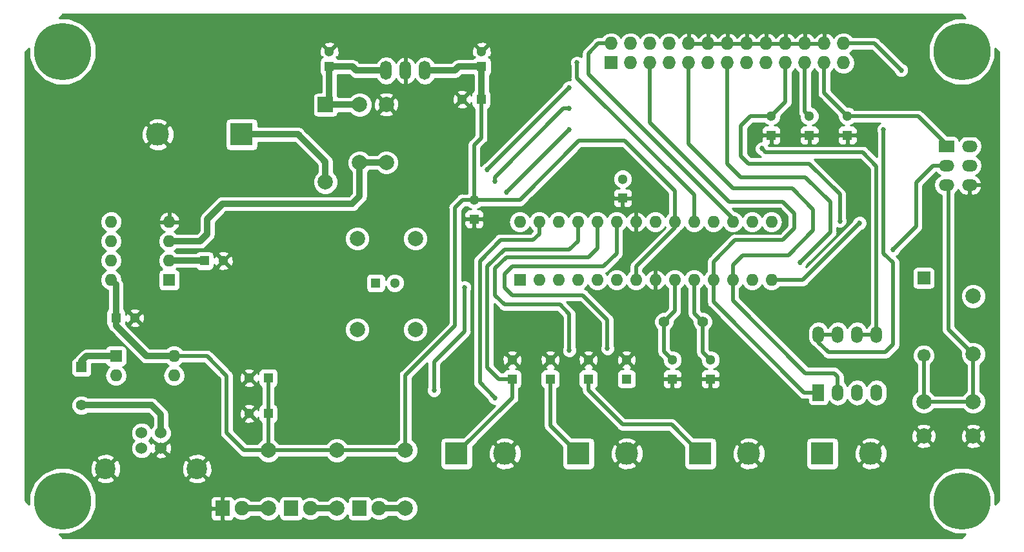
<source format=gbl>
G04 #@! TF.GenerationSoftware,KiCad,Pcbnew,(5.0.0-rc2-20-gcf2a07559)*
G04 #@! TF.CreationDate,2018-05-24T23:42:55-07:00*
G04 #@! TF.ProjectId,Gecko_Controller,4765636B6F5F436F6E74726F6C6C6572,rev?*
G04 #@! TF.SameCoordinates,Original*
G04 #@! TF.FileFunction,Copper,L2,Bot,Signal*
G04 #@! TF.FilePolarity,Positive*
%FSLAX46Y46*%
G04 Gerber Fmt 4.6, Leading zero omitted, Abs format (unit mm)*
G04 Created by KiCad (PCBNEW (5.0.0-rc2-20-gcf2a07559)) date 05/24/18 23:42:55*
%MOMM*%
%LPD*%
G01*
G04 APERTURE LIST*
G04 #@! TA.AperFunction,ComponentPad*
%ADD10R,3.000000X3.000000*%
G04 #@! TD*
G04 #@! TA.AperFunction,ComponentPad*
%ADD11C,3.000000*%
G04 #@! TD*
G04 #@! TA.AperFunction,ComponentPad*
%ADD12R,1.727200X1.727200*%
G04 #@! TD*
G04 #@! TA.AperFunction,ComponentPad*
%ADD13O,1.727200X1.727200*%
G04 #@! TD*
G04 #@! TA.AperFunction,ComponentPad*
%ADD14O,1.501140X2.499360*%
G04 #@! TD*
G04 #@! TA.AperFunction,ComponentPad*
%ADD15R,1.600000X1.600000*%
G04 #@! TD*
G04 #@! TA.AperFunction,ComponentPad*
%ADD16O,1.600000X1.600000*%
G04 #@! TD*
G04 #@! TA.AperFunction,ComponentPad*
%ADD17R,1.900000X2.000000*%
G04 #@! TD*
G04 #@! TA.AperFunction,ComponentPad*
%ADD18C,1.900000*%
G04 #@! TD*
G04 #@! TA.AperFunction,ComponentPad*
%ADD19C,1.524000*%
G04 #@! TD*
G04 #@! TA.AperFunction,ComponentPad*
%ADD20C,2.700020*%
G04 #@! TD*
G04 #@! TA.AperFunction,ComponentPad*
%ADD21R,1.498600X2.197100*%
G04 #@! TD*
G04 #@! TA.AperFunction,ComponentPad*
%ADD22O,1.498600X2.197100*%
G04 #@! TD*
G04 #@! TA.AperFunction,ComponentPad*
%ADD23R,2.000000X1.500000*%
G04 #@! TD*
G04 #@! TA.AperFunction,ComponentPad*
%ADD24O,2.000000X1.500000*%
G04 #@! TD*
G04 #@! TA.AperFunction,ComponentPad*
%ADD25C,1.998980*%
G04 #@! TD*
G04 #@! TA.AperFunction,ComponentPad*
%ADD26C,2.000000*%
G04 #@! TD*
G04 #@! TA.AperFunction,ComponentPad*
%ADD27R,1.998980X1.998980*%
G04 #@! TD*
G04 #@! TA.AperFunction,ComponentPad*
%ADD28C,1.422400*%
G04 #@! TD*
G04 #@! TA.AperFunction,ComponentPad*
%ADD29C,7.500000*%
G04 #@! TD*
G04 #@! TA.AperFunction,ComponentPad*
%ADD30R,1.300000X1.300000*%
G04 #@! TD*
G04 #@! TA.AperFunction,ComponentPad*
%ADD31C,1.300000*%
G04 #@! TD*
G04 #@! TA.AperFunction,ComponentPad*
%ADD32C,1.699260*%
G04 #@! TD*
G04 #@! TA.AperFunction,ComponentPad*
%ADD33R,1.699260X1.699260*%
G04 #@! TD*
G04 #@! TA.AperFunction,ComponentPad*
%ADD34R,1.400000X1.400000*%
G04 #@! TD*
G04 #@! TA.AperFunction,ComponentPad*
%ADD35C,1.400000*%
G04 #@! TD*
G04 #@! TA.AperFunction,ViaPad*
%ADD36C,0.685800*%
G04 #@! TD*
G04 #@! TA.AperFunction,Conductor*
%ADD37C,0.508000*%
G04 #@! TD*
G04 #@! TA.AperFunction,Conductor*
%ADD38C,0.812800*%
G04 #@! TD*
G04 #@! TA.AperFunction,Conductor*
%ADD39C,0.254000*%
G04 #@! TD*
G04 APERTURE END LIST*
D10*
G04 #@! TO.P,TB1,1*
G04 #@! TO.N,Net-(D1-Pad2)*
X115500000Y-77900000D03*
D11*
G04 #@! TO.P,TB1,2*
G04 #@! TO.N,GND*
X104500000Y-77900000D03*
G04 #@! TD*
D12*
G04 #@! TO.P,P3,1*
G04 #@! TO.N,spindle-ena*
X164000000Y-68500000D03*
D13*
G04 #@! TO.P,P3,14*
G04 #@! TO.N,spindle-pwm*
X164000000Y-65960000D03*
G04 #@! TO.P,P3,2*
G04 #@! TO.N,x-step*
X166540000Y-68500000D03*
G04 #@! TO.P,P3,15*
G04 #@! TO.N,Net-(P3-Pad15)*
X166540000Y-65960000D03*
G04 #@! TO.P,P3,3*
G04 #@! TO.N,x-dir*
X169080000Y-68500000D03*
G04 #@! TO.P,P3,16*
G04 #@! TO.N,Net-(P3-Pad16)*
X169080000Y-65960000D03*
G04 #@! TO.P,P3,4*
G04 #@! TO.N,y-step*
X171620000Y-68500000D03*
G04 #@! TO.P,P3,17*
G04 #@! TO.N,coolan-ena*
X171620000Y-65960000D03*
G04 #@! TO.P,P3,5*
G04 #@! TO.N,y-dir*
X174160000Y-68500000D03*
G04 #@! TO.P,P3,18*
G04 #@! TO.N,GND*
X174160000Y-65960000D03*
G04 #@! TO.P,P3,6*
G04 #@! TO.N,z-step*
X176700000Y-68500000D03*
G04 #@! TO.P,P3,19*
G04 #@! TO.N,GND*
X176700000Y-65960000D03*
G04 #@! TO.P,P3,7*
G04 #@! TO.N,z-dir*
X179240000Y-68500000D03*
G04 #@! TO.P,P3,20*
G04 #@! TO.N,GND*
X179240000Y-65960000D03*
G04 #@! TO.P,P3,8*
G04 #@! TO.N,a-step*
X181780000Y-68500000D03*
G04 #@! TO.P,P3,21*
G04 #@! TO.N,GND*
X181780000Y-65960000D03*
G04 #@! TO.P,P3,9*
G04 #@! TO.N,a-dir*
X184320000Y-68500000D03*
G04 #@! TO.P,P3,22*
G04 #@! TO.N,GND*
X184320000Y-65960000D03*
G04 #@! TO.P,P3,10*
G04 #@! TO.N,x-limit*
X186860000Y-68500000D03*
G04 #@! TO.P,P3,23*
G04 #@! TO.N,GND*
X186860000Y-65960000D03*
G04 #@! TO.P,P3,11*
G04 #@! TO.N,y-limit*
X189400000Y-68500000D03*
G04 #@! TO.P,P3,24*
G04 #@! TO.N,GND*
X189400000Y-65960000D03*
G04 #@! TO.P,P3,12*
G04 #@! TO.N,z-limit*
X191940000Y-68500000D03*
G04 #@! TO.P,P3,25*
G04 #@! TO.N,GND*
X191940000Y-65960000D03*
G04 #@! TO.P,P3,13*
G04 #@! TO.N,probe*
X194480000Y-68500000D03*
G04 #@! TO.P,P3,26*
G04 #@! TO.N,enable*
X194480000Y-65960000D03*
G04 #@! TD*
D14*
G04 #@! TO.P,U1,2*
G04 #@! TO.N,GND*
X137000000Y-69500000D03*
G04 #@! TO.P,U1,1*
G04 #@! TO.N,VIN*
X134460000Y-69500000D03*
G04 #@! TO.P,U1,3*
G04 #@! TO.N,+5V*
X139540000Y-69500000D03*
G04 #@! TD*
D15*
G04 #@! TO.P,IC1,1*
G04 #@! TO.N,Net-(C19-Pad2)*
X152000000Y-97000000D03*
D16*
G04 #@! TO.P,IC1,2*
G04 #@! TO.N,Net-(IC1-Pad2)*
X154540000Y-97000000D03*
G04 #@! TO.P,IC1,3*
G04 #@! TO.N,Net-(IC1-Pad3)*
X157080000Y-97000000D03*
G04 #@! TO.P,IC1,4*
G04 #@! TO.N,x-step*
X159620000Y-97000000D03*
G04 #@! TO.P,IC1,5*
G04 #@! TO.N,y-step*
X162160000Y-97000000D03*
G04 #@! TO.P,IC1,6*
G04 #@! TO.N,z-step*
X164700000Y-97000000D03*
G04 #@! TO.P,IC1,7*
G04 #@! TO.N,+5V*
X167240000Y-97000000D03*
G04 #@! TO.P,IC1,8*
G04 #@! TO.N,GND*
X169780000Y-97000000D03*
G04 #@! TO.P,IC1,9*
G04 #@! TO.N,Net-(C12-Pad2)*
X172320000Y-97000000D03*
G04 #@! TO.P,IC1,10*
G04 #@! TO.N,Net-(C11-Pad2)*
X174860000Y-97000000D03*
G04 #@! TO.P,IC1,11*
G04 #@! TO.N,x-dir*
X177400000Y-97000000D03*
G04 #@! TO.P,IC1,12*
G04 #@! TO.N,y-dir*
X179940000Y-97000000D03*
G04 #@! TO.P,IC1,13*
G04 #@! TO.N,z-dir*
X182480000Y-97000000D03*
G04 #@! TO.P,IC1,14*
G04 #@! TO.N,enable*
X185020000Y-97000000D03*
G04 #@! TO.P,IC1,15*
G04 #@! TO.N,x-limit*
X185020000Y-89380000D03*
G04 #@! TO.P,IC1,16*
G04 #@! TO.N,y-limit*
X182480000Y-89380000D03*
G04 #@! TO.P,IC1,17*
G04 #@! TO.N,spindle-pwm*
X179940000Y-89380000D03*
G04 #@! TO.P,IC1,18*
G04 #@! TO.N,z-limit*
X177400000Y-89380000D03*
G04 #@! TO.P,IC1,19*
G04 #@! TO.N,spindle-ena*
X174860000Y-89380000D03*
G04 #@! TO.P,IC1,20*
G04 #@! TO.N,+5V*
X172320000Y-89380000D03*
G04 #@! TO.P,IC1,21*
G04 #@! TO.N,Net-(C13-Pad2)*
X169780000Y-89380000D03*
G04 #@! TO.P,IC1,22*
G04 #@! TO.N,GND*
X167240000Y-89380000D03*
G04 #@! TO.P,IC1,23*
G04 #@! TO.N,r-a*
X164700000Y-89380000D03*
G04 #@! TO.P,IC1,24*
G04 #@! TO.N,f-h*
X162160000Y-89380000D03*
G04 #@! TO.P,IC1,25*
G04 #@! TO.N,s-r*
X159620000Y-89380000D03*
G04 #@! TO.P,IC1,26*
G04 #@! TO.N,coolan-ena*
X157080000Y-89380000D03*
G04 #@! TO.P,IC1,27*
G04 #@! TO.N,a4*
X154540000Y-89380000D03*
G04 #@! TO.P,IC1,28*
G04 #@! TO.N,probe*
X152000000Y-89380000D03*
G04 #@! TD*
D15*
G04 #@! TO.P,U3,1*
G04 #@! TO.N,Net-(Q1-Pad3)*
X106000000Y-97000000D03*
D16*
G04 #@! TO.P,U3,2*
G04 #@! TO.N,+3V3*
X106000000Y-94460000D03*
G04 #@! TO.P,U3,3*
G04 #@! TO.N,Net-(R6-Pad2)*
X106000000Y-91920000D03*
G04 #@! TO.P,U3,4*
G04 #@! TO.N,GND*
X106000000Y-89380000D03*
G04 #@! TO.P,U3,5*
G04 #@! TO.N,N/C*
X98380000Y-89380000D03*
G04 #@! TO.P,U3,6*
X98380000Y-91920000D03*
G04 #@! TO.P,U3,7*
X98380000Y-94460000D03*
G04 #@! TO.P,U3,8*
G04 #@! TO.N,+5V*
X98380000Y-97000000D03*
G04 #@! TD*
D15*
G04 #@! TO.P,Q1,1*
G04 #@! TO.N,usb+5v*
X99000000Y-107000000D03*
D16*
G04 #@! TO.P,Q1,2*
G04 #@! TO.N,N/C*
X99000000Y-109540000D03*
G04 #@! TO.P,Q1,3*
G04 #@! TO.N,Net-(Q1-Pad3)*
X106620000Y-109540000D03*
G04 #@! TO.P,Q1,4*
G04 #@! TO.N,+5V*
X106620000Y-107000000D03*
G04 #@! TD*
D17*
G04 #@! TO.P,D2,1*
G04 #@! TO.N,Net-(D2-Pad1)*
X131000000Y-127000000D03*
D18*
G04 #@! TO.P,D2,2*
G04 #@! TO.N,Net-(D2-Pad2)*
X133540000Y-127000000D03*
G04 #@! TD*
D17*
G04 #@! TO.P,D3,1*
G04 #@! TO.N,Net-(D3-Pad1)*
X122000000Y-127000000D03*
D18*
G04 #@! TO.P,D3,2*
G04 #@! TO.N,Net-(D3-Pad2)*
X124540000Y-127000000D03*
G04 #@! TD*
D17*
G04 #@! TO.P,D4,1*
G04 #@! TO.N,GND*
X113000000Y-127000000D03*
D18*
G04 #@! TO.P,D4,2*
G04 #@! TO.N,Net-(D4-Pad2)*
X115540000Y-127000000D03*
G04 #@! TD*
D19*
G04 #@! TO.P,P1,2*
G04 #@! TO.N,D-*
X102362000Y-117094000D03*
G04 #@! TO.P,P1,1*
G04 #@! TO.N,Net-(F1-Pad2)*
X104902000Y-117094000D03*
G04 #@! TO.P,P1,4*
G04 #@! TO.N,GND*
X104902000Y-119092980D03*
G04 #@! TO.P,P1,3*
G04 #@! TO.N,D+*
X102362000Y-119092980D03*
D20*
G04 #@! TO.P,P1,5*
G04 #@! TO.N,GND*
X97632520Y-121793000D03*
X109631480Y-121793000D03*
G04 #@! TD*
D10*
G04 #@! TO.P,TB5,1*
G04 #@! TO.N,r-a*
X175700000Y-119800000D03*
D11*
G04 #@! TO.P,TB5,2*
G04 #@! TO.N,GND*
X182050000Y-119800000D03*
G04 #@! TD*
D10*
G04 #@! TO.P,TB2,1*
G04 #@! TO.N,a4*
X191700000Y-119800000D03*
D11*
G04 #@! TO.P,TB2,2*
G04 #@! TO.N,GND*
X198050000Y-119800000D03*
G04 #@! TD*
D10*
G04 #@! TO.P,TB4,1*
G04 #@! TO.N,f-h*
X159700000Y-119800000D03*
D11*
G04 #@! TO.P,TB4,2*
G04 #@! TO.N,GND*
X166050000Y-119800000D03*
G04 #@! TD*
D10*
G04 #@! TO.P,TB3,1*
G04 #@! TO.N,s-r*
X143700000Y-119800000D03*
D11*
G04 #@! TO.P,TB3,2*
G04 #@! TO.N,GND*
X150050000Y-119800000D03*
G04 #@! TD*
D21*
G04 #@! TO.P,SW2,1*
G04 #@! TO.N,x-dir*
X191190000Y-111797300D03*
D22*
G04 #@! TO.P,SW2,2*
G04 #@! TO.N,y-dir*
X193730000Y-111810000D03*
G04 #@! TO.P,SW2,3*
G04 #@! TO.N,x-step*
X196270000Y-111810000D03*
G04 #@! TO.P,SW2,4*
G04 #@! TO.N,y-step*
X198810000Y-111810000D03*
G04 #@! TO.P,SW2,5*
G04 #@! TO.N,a-step*
X198810000Y-104190000D03*
G04 #@! TO.P,SW2,6*
X196270000Y-104190000D03*
G04 #@! TO.P,SW2,7*
G04 #@! TO.N,a-dir*
X193730000Y-104190000D03*
G04 #@! TO.P,SW2,8*
X191190000Y-104190000D03*
G04 #@! TD*
D23*
G04 #@! TO.P,P2,1*
G04 #@! TO.N,z-limit*
X207980000Y-79460000D03*
D24*
G04 #@! TO.P,P2,2*
G04 #@! TO.N,+5V*
X211020000Y-79460000D03*
G04 #@! TO.P,P2,3*
G04 #@! TO.N,spindle-ena*
X207980000Y-82000000D03*
G04 #@! TO.P,P2,4*
G04 #@! TO.N,spindle-pwm*
X211020000Y-82000000D03*
G04 #@! TO.P,P2,5*
G04 #@! TO.N,Net-(C19-Pad2)*
X207980000Y-84540000D03*
G04 #@! TO.P,P2,6*
G04 #@! TO.N,GND*
X211020000Y-84540000D03*
G04 #@! TD*
D25*
G04 #@! TO.P,R5,1*
G04 #@! TO.N,Net-(C19-Pad2)*
X211500000Y-106750000D03*
G04 #@! TO.P,R5,2*
G04 #@! TO.N,+5V*
X211500000Y-99130000D03*
G04 #@! TD*
G04 #@! TO.P,R7,1*
G04 #@! TO.N,Net-(R6-Pad2)*
X134477760Y-81584800D03*
G04 #@! TO.P,R7,2*
G04 #@! TO.N,GND*
X134477760Y-73964800D03*
G04 #@! TD*
G04 #@! TO.P,R6,1*
G04 #@! TO.N,VIN*
X131000000Y-74000000D03*
G04 #@! TO.P,R6,2*
G04 #@! TO.N,Net-(R6-Pad2)*
X131000000Y-81620000D03*
G04 #@! TD*
G04 #@! TO.P,R9,1*
G04 #@! TO.N,Net-(IC1-Pad3)*
X138303000Y-91567000D03*
G04 #@! TO.P,R9,2*
G04 #@! TO.N,Utx*
X130683000Y-91567000D03*
G04 #@! TD*
G04 #@! TO.P,R8,1*
G04 #@! TO.N,Net-(IC1-Pad2)*
X138303000Y-103505000D03*
G04 #@! TO.P,R8,2*
G04 #@! TO.N,Urx*
X130683000Y-103505000D03*
G04 #@! TD*
G04 #@! TO.P,R3,1*
G04 #@! TO.N,Net-(D2-Pad2)*
X137000000Y-127000000D03*
G04 #@! TO.P,R3,2*
G04 #@! TO.N,+5V*
X137000000Y-119380000D03*
G04 #@! TD*
G04 #@! TO.P,R4,1*
G04 #@! TO.N,Net-(D3-Pad2)*
X128000000Y-127000000D03*
G04 #@! TO.P,R4,2*
G04 #@! TO.N,+5V*
X128000000Y-119380000D03*
G04 #@! TD*
G04 #@! TO.P,R2,1*
G04 #@! TO.N,Net-(D4-Pad2)*
X119000000Y-127000000D03*
G04 #@! TO.P,R2,2*
G04 #@! TO.N,+5V*
X119000000Y-119380000D03*
G04 #@! TD*
D26*
G04 #@! TO.P,SW1,2*
G04 #@! TO.N,GND*
X205000000Y-117500000D03*
G04 #@! TO.P,SW1,1*
G04 #@! TO.N,Net-(C19-Pad2)*
X205000000Y-113000000D03*
G04 #@! TO.P,SW1,2*
G04 #@! TO.N,GND*
X211500000Y-117500000D03*
G04 #@! TO.P,SW1,1*
G04 #@! TO.N,Net-(C19-Pad2)*
X211500000Y-113000000D03*
G04 #@! TD*
D25*
G04 #@! TO.P,D1,2*
G04 #@! TO.N,Net-(D1-Pad2)*
X126502540Y-84160000D03*
D27*
G04 #@! TO.P,D1,1*
G04 #@! TO.N,VIN*
X126502540Y-74000000D03*
G04 #@! TD*
D28*
G04 #@! TO.P,Y1,1*
G04 #@! TO.N,Net-(C11-Pad2)*
X176000000Y-102500000D03*
G04 #@! TO.P,Y1,2*
G04 #@! TO.N,Net-(C12-Pad2)*
X170920000Y-102500000D03*
G04 #@! TD*
D29*
G04 #@! TO.P,REF\002A\002A,1*
G04 #@! TO.N,N/C*
X92000000Y-67000000D03*
G04 #@! TD*
G04 #@! TO.P,REF\002A\002A,1*
G04 #@! TO.N,N/C*
X92000000Y-126000000D03*
G04 #@! TD*
G04 #@! TO.P,REF\002A\002A,1*
G04 #@! TO.N,N/C*
X210000000Y-126000000D03*
G04 #@! TD*
G04 #@! TO.P,REF\002A\002A,1*
G04 #@! TO.N,N/C*
X210000000Y-67000000D03*
G04 #@! TD*
D30*
G04 #@! TO.P,C1,1*
G04 #@! TO.N,+3V3*
X110617000Y-94488000D03*
D31*
G04 #@! TO.P,C1,2*
G04 #@! TO.N,GND*
X113117000Y-94488000D03*
G04 #@! TD*
D30*
G04 #@! TO.P,C2,1*
G04 #@! TO.N,a4*
X166000000Y-110000000D03*
D31*
G04 #@! TO.P,C2,2*
G04 #@! TO.N,GND*
X166000000Y-107500000D03*
G04 #@! TD*
D30*
G04 #@! TO.P,C3,1*
G04 #@! TO.N,+5V*
X118999000Y-114554000D03*
D31*
G04 #@! TO.P,C3,2*
G04 #@! TO.N,GND*
X116499000Y-114554000D03*
G04 #@! TD*
D30*
G04 #@! TO.P,C4,1*
G04 #@! TO.N,VIN*
X127000000Y-69000000D03*
D31*
G04 #@! TO.P,C4,2*
G04 #@! TO.N,GND*
X127000000Y-67000000D03*
G04 #@! TD*
D30*
G04 #@! TO.P,C5,1*
G04 #@! TO.N,s-r*
X151000000Y-110000000D03*
D31*
G04 #@! TO.P,C5,2*
G04 #@! TO.N,GND*
X151000000Y-107500000D03*
G04 #@! TD*
D30*
G04 #@! TO.P,C6,1*
G04 #@! TO.N,f-h*
X156000000Y-110000000D03*
D31*
G04 #@! TO.P,C6,2*
G04 #@! TO.N,GND*
X156000000Y-107500000D03*
G04 #@! TD*
D30*
G04 #@! TO.P,C7,1*
G04 #@! TO.N,+5V*
X147000000Y-69000000D03*
D31*
G04 #@! TO.P,C7,2*
G04 #@! TO.N,GND*
X147000000Y-67000000D03*
G04 #@! TD*
D30*
G04 #@! TO.P,C9,1*
G04 #@! TO.N,r-a*
X161000000Y-110000000D03*
D31*
G04 #@! TO.P,C9,2*
G04 #@! TO.N,GND*
X161000000Y-107500000D03*
G04 #@! TD*
D30*
G04 #@! TO.P,C10,1*
G04 #@! TO.N,+5V*
X99000000Y-102000000D03*
D31*
G04 #@! TO.P,C10,2*
G04 #@! TO.N,GND*
X101500000Y-102000000D03*
G04 #@! TD*
D30*
G04 #@! TO.P,C11,1*
G04 #@! TO.N,GND*
X177000000Y-110000000D03*
D31*
G04 #@! TO.P,C11,2*
G04 #@! TO.N,Net-(C11-Pad2)*
X177000000Y-107500000D03*
G04 #@! TD*
D30*
G04 #@! TO.P,C12,1*
G04 #@! TO.N,GND*
X172000000Y-110000000D03*
D31*
G04 #@! TO.P,C12,2*
G04 #@! TO.N,Net-(C12-Pad2)*
X172000000Y-107500000D03*
G04 #@! TD*
D30*
G04 #@! TO.P,C13,1*
G04 #@! TO.N,GND*
X165500000Y-86250000D03*
D31*
G04 #@! TO.P,C13,2*
G04 #@! TO.N,Net-(C13-Pad2)*
X165500000Y-83750000D03*
G04 #@! TD*
D30*
G04 #@! TO.P,C14,1*
G04 #@! TO.N,GND*
X146000000Y-89000000D03*
D31*
G04 #@! TO.P,C14,2*
G04 #@! TO.N,+5V*
X146000000Y-86500000D03*
G04 #@! TD*
D30*
G04 #@! TO.P,C15,1*
G04 #@! TO.N,GND*
X185000000Y-78000000D03*
D31*
G04 #@! TO.P,C15,2*
G04 #@! TO.N,x-limit*
X185000000Y-75500000D03*
G04 #@! TD*
D30*
G04 #@! TO.P,C16,1*
G04 #@! TO.N,GND*
X190000000Y-78000000D03*
D31*
G04 #@! TO.P,C16,2*
G04 #@! TO.N,y-limit*
X190000000Y-75500000D03*
G04 #@! TD*
D30*
G04 #@! TO.P,C8,1*
G04 #@! TO.N,+5V*
X146939000Y-73279000D03*
D31*
G04 #@! TO.P,C8,2*
G04 #@! TO.N,GND*
X144439000Y-73279000D03*
G04 #@! TD*
D30*
G04 #@! TO.P,C18,1*
G04 #@! TO.N,GND*
X195000000Y-78000000D03*
D31*
G04 #@! TO.P,C18,2*
G04 #@! TO.N,z-limit*
X195000000Y-75500000D03*
G04 #@! TD*
D32*
G04 #@! TO.P,D5,2*
G04 #@! TO.N,Net-(C19-Pad2)*
X205002540Y-106910520D03*
D33*
G04 #@! TO.P,D5,1*
G04 #@! TO.N,+5V*
X205002540Y-96750520D03*
G04 #@! TD*
D34*
G04 #@! TO.P,F1,1*
G04 #@! TO.N,usb+5v*
X94488000Y-108458000D03*
D35*
G04 #@! TO.P,F1,2*
G04 #@! TO.N,Net-(F1-Pad2)*
X94488000Y-113458000D03*
G04 #@! TD*
D30*
G04 #@! TO.P,C17,1*
G04 #@! TO.N,+5V*
X118999000Y-109855000D03*
D31*
G04 #@! TO.P,C17,2*
G04 #@! TO.N,GND*
X116499000Y-109855000D03*
G04 #@! TD*
D30*
G04 #@! TO.P,C19,1*
G04 #@! TO.N,DTR*
X133096000Y-97409000D03*
D31*
G04 #@! TO.P,C19,2*
G04 #@! TO.N,Net-(C19-Pad2)*
X135596000Y-97409000D03*
G04 #@! TD*
D36*
G04 #@! TO.N,a4*
X148750000Y-112500000D03*
G04 #@! TO.N,f-h*
X158500000Y-106250000D03*
G04 #@! TO.N,r-a*
X163500000Y-106000000D03*
G04 #@! TO.N,x-limit*
X194000000Y-89250000D03*
G04 #@! TO.N,x-step*
X147750000Y-82500000D03*
X158500000Y-71750000D03*
G04 #@! TO.N,y-step*
X148750000Y-84000000D03*
X158500000Y-74500000D03*
G04 #@! TO.N,z-step*
X150250000Y-85500000D03*
X158500000Y-77250000D03*
G04 #@! TO.N,z-dir*
X188750000Y-94750000D03*
G04 #@! TO.N,spindle-ena*
X159500000Y-68500000D03*
X201000000Y-93000000D03*
G04 #@! TO.N,a-step*
X183750000Y-79750000D03*
G04 #@! TO.N,a-dir*
X199750000Y-77250000D03*
G04 #@! TO.N,Net-(C19-Pad2)*
X144750000Y-98000000D03*
X140750000Y-111500000D03*
G04 #@! TO.N,enable*
X202057000Y-69469000D03*
X196596000Y-89535000D03*
G04 #@! TD*
D37*
G04 #@! TO.N,a4*
X154540000Y-89380000D02*
X154540000Y-90960000D01*
X146750000Y-110500000D02*
X148750000Y-112500000D01*
X146750000Y-94500000D02*
X146750000Y-110500000D01*
X149500000Y-91750000D02*
X146750000Y-94500000D01*
X153750000Y-91750000D02*
X149500000Y-91750000D01*
X154540000Y-90960000D02*
X153750000Y-91750000D01*
D38*
G04 #@! TO.N,VIN*
X127000000Y-69000000D02*
X130000000Y-69000000D01*
X130500000Y-69500000D02*
X134460000Y-69500000D01*
X130000000Y-69000000D02*
X130500000Y-69500000D01*
X127000000Y-69000000D02*
X127000000Y-73502540D01*
X127000000Y-73502540D02*
X126502540Y-74000000D01*
X126502540Y-74000000D02*
X131000000Y-74000000D01*
D37*
G04 #@! TO.N,s-r*
X159620000Y-89380000D02*
X159620000Y-91880000D01*
X149250000Y-110000000D02*
X151000000Y-110000000D01*
X147750000Y-108500000D02*
X149250000Y-110000000D01*
X147750000Y-95250000D02*
X147750000Y-108500000D01*
X150000000Y-93000000D02*
X147750000Y-95250000D01*
X158500000Y-93000000D02*
X150000000Y-93000000D01*
X159620000Y-91880000D02*
X158500000Y-93000000D01*
X151000000Y-110000000D02*
X151000000Y-112500000D01*
X151000000Y-112500000D02*
X143700000Y-119800000D01*
G04 #@! TO.N,f-h*
X162160000Y-89380000D02*
X162160000Y-92840000D01*
X158500000Y-101500000D02*
X158500000Y-106250000D01*
X157250000Y-100250000D02*
X158500000Y-101500000D01*
X150000000Y-100250000D02*
X157250000Y-100250000D01*
X148750000Y-99000000D02*
X150000000Y-100250000D01*
X148750000Y-95500000D02*
X148750000Y-99000000D01*
X150250000Y-94000000D02*
X148750000Y-95500000D01*
X161000000Y-94000000D02*
X150250000Y-94000000D01*
X162160000Y-92840000D02*
X161000000Y-94000000D01*
X156000000Y-110000000D02*
X156000000Y-116100000D01*
X156000000Y-116100000D02*
X159700000Y-119800000D01*
G04 #@! TO.N,r-a*
X164700000Y-89380000D02*
X164700000Y-93550000D01*
X163500000Y-102250000D02*
X163500000Y-106000000D01*
X160250000Y-99000000D02*
X163500000Y-102250000D01*
X151000000Y-99000000D02*
X160250000Y-99000000D01*
X150000000Y-98000000D02*
X151000000Y-99000000D01*
X150000000Y-96250000D02*
X150000000Y-98000000D01*
X151000000Y-95250000D02*
X150000000Y-96250000D01*
X163000000Y-95250000D02*
X151000000Y-95250000D01*
X164700000Y-93550000D02*
X163000000Y-95250000D01*
X161000000Y-110000000D02*
X161000000Y-111500000D01*
X171900000Y-116000000D02*
X175700000Y-119800000D01*
X165500000Y-116000000D02*
X171900000Y-116000000D01*
X161000000Y-111500000D02*
X165500000Y-116000000D01*
G04 #@! TO.N,Net-(C11-Pad2)*
X174860000Y-97000000D02*
X174860000Y-101360000D01*
X174860000Y-101360000D02*
X176000000Y-102500000D01*
X176000000Y-102500000D02*
X176000000Y-106500000D01*
X176000000Y-106500000D02*
X177000000Y-107500000D01*
G04 #@! TO.N,Net-(C12-Pad2)*
X172320000Y-97000000D02*
X172320000Y-101100000D01*
X172320000Y-101100000D02*
X170920000Y-102500000D01*
X170920000Y-102500000D02*
X170920000Y-106420000D01*
X170920000Y-106420000D02*
X172000000Y-107500000D01*
G04 #@! TO.N,x-limit*
X185000000Y-75500000D02*
X182250000Y-75500000D01*
X194000000Y-85750000D02*
X194000000Y-89250000D01*
X190000000Y-81750000D02*
X194000000Y-85750000D01*
X182000000Y-81750000D02*
X190000000Y-81750000D01*
X181000000Y-80750000D02*
X182000000Y-81750000D01*
X181000000Y-76750000D02*
X181000000Y-80750000D01*
X182250000Y-75500000D02*
X181000000Y-76750000D01*
X186860000Y-68500000D02*
X186860000Y-73640000D01*
X186860000Y-73640000D02*
X185000000Y-75500000D01*
G04 #@! TO.N,y-limit*
X189400000Y-68500000D02*
X189400000Y-74900000D01*
X189400000Y-74900000D02*
X190000000Y-75500000D01*
G04 #@! TO.N,z-limit*
X191940000Y-68500000D02*
X191940000Y-72440000D01*
X191940000Y-72440000D02*
X195000000Y-75500000D01*
X195000000Y-75500000D02*
X204270000Y-75500000D01*
X204270000Y-75500000D02*
X208230000Y-79460000D01*
D38*
G04 #@! TO.N,+3V3*
X106000000Y-94460000D02*
X110589000Y-94460000D01*
X110589000Y-94460000D02*
X110617000Y-94488000D01*
G04 #@! TO.N,Net-(D1-Pad2)*
X115500000Y-77900000D02*
X122900000Y-77900000D01*
X126502540Y-81502540D02*
X126502540Y-84160000D01*
X122900000Y-77900000D02*
X126502540Y-81502540D01*
G04 #@! TO.N,Net-(D2-Pad2)*
X133540000Y-127000000D02*
X137000000Y-127000000D01*
G04 #@! TO.N,Net-(D3-Pad2)*
X124540000Y-127000000D02*
X128000000Y-127000000D01*
G04 #@! TO.N,Net-(D4-Pad2)*
X115540000Y-127000000D02*
X119000000Y-127000000D01*
D37*
G04 #@! TO.N,x-step*
X158500000Y-71750000D02*
X147750000Y-82500000D01*
G04 #@! TO.N,y-step*
X148750000Y-84000000D02*
X148750000Y-83500000D01*
X157750000Y-74500000D02*
X158500000Y-74500000D01*
X148750000Y-83500000D02*
X157750000Y-74500000D01*
G04 #@! TO.N,z-step*
X158500000Y-77250000D02*
X150250000Y-85500000D01*
G04 #@! TO.N,x-dir*
X169080000Y-68500000D02*
X169080000Y-76330000D01*
X177400000Y-94600000D02*
X180250000Y-91750000D01*
X180250000Y-91750000D02*
X186500000Y-91750000D01*
X186500000Y-91750000D02*
X188000000Y-90250000D01*
X177400000Y-94600000D02*
X177400000Y-97000000D01*
X188000000Y-88250000D02*
X188000000Y-90250000D01*
X186500000Y-86750000D02*
X188000000Y-88250000D01*
X179500000Y-86750000D02*
X186500000Y-86750000D01*
X169080000Y-76330000D02*
X179500000Y-86750000D01*
X177400000Y-97000000D02*
X177400000Y-99900000D01*
X189297300Y-111797300D02*
X191190000Y-111797300D01*
X177400000Y-99900000D02*
X189297300Y-111797300D01*
G04 #@! TO.N,y-dir*
X174160000Y-68500000D02*
X174160000Y-79160000D01*
X179940000Y-95060000D02*
X181250000Y-93750000D01*
X181250000Y-93750000D02*
X187250000Y-93750000D01*
X187250000Y-93750000D02*
X190500000Y-90500000D01*
X179940000Y-95060000D02*
X179940000Y-97000000D01*
X190500000Y-87750000D02*
X190500000Y-90500000D01*
X187750000Y-85000000D02*
X190500000Y-87750000D01*
X180000000Y-85000000D02*
X187750000Y-85000000D01*
X174160000Y-79160000D02*
X180000000Y-85000000D01*
X179940000Y-97000000D02*
X179940000Y-99690000D01*
X193730000Y-109730000D02*
X193730000Y-111810000D01*
X193250000Y-109250000D02*
X193730000Y-109730000D01*
X189500000Y-109250000D02*
X193250000Y-109250000D01*
X179940000Y-99690000D02*
X189500000Y-109250000D01*
G04 #@! TO.N,z-dir*
X179240000Y-68500000D02*
X179240000Y-81740000D01*
X192750000Y-86750000D02*
X192750000Y-90750000D01*
X189500000Y-83500000D02*
X192750000Y-86750000D01*
X181000000Y-83500000D02*
X189500000Y-83500000D01*
X179240000Y-81740000D02*
X181000000Y-83500000D01*
X192750000Y-90750000D02*
X188750000Y-94750000D01*
G04 #@! TO.N,spindle-pwm*
X179940000Y-89380000D02*
X179940000Y-88940000D01*
X179940000Y-88940000D02*
X161000000Y-70000000D01*
X162290000Y-65960000D02*
X164000000Y-65960000D01*
X161000000Y-67250000D02*
X162290000Y-65960000D01*
X161000000Y-70000000D02*
X161000000Y-67250000D01*
G04 #@! TO.N,spindle-ena*
X174860000Y-89380000D02*
X174860000Y-85860000D01*
X159500000Y-70500000D02*
X159500000Y-68500000D01*
X174860000Y-85860000D02*
X159500000Y-70500000D01*
X206250000Y-82000000D02*
X208230000Y-82000000D01*
X204000000Y-84250000D02*
X206250000Y-82000000D01*
X204000000Y-90000000D02*
X204000000Y-84250000D01*
X201000000Y-93000000D02*
X204000000Y-90000000D01*
D38*
G04 #@! TO.N,usb+5v*
X94488000Y-108458000D02*
X94488000Y-107696000D01*
X95184000Y-107000000D02*
X99000000Y-107000000D01*
X94488000Y-107696000D02*
X95184000Y-107000000D01*
D37*
G04 #@! TO.N,a-step*
X198810000Y-82060000D02*
X198810000Y-104190000D01*
X197000000Y-80250000D02*
X198810000Y-82060000D01*
X184250000Y-80250000D02*
X197000000Y-80250000D01*
X183750000Y-79750000D02*
X184250000Y-80250000D01*
X196270000Y-104190000D02*
X198810000Y-104190000D01*
G04 #@! TO.N,a-dir*
X191190000Y-104190000D02*
X191190000Y-105190000D01*
X191190000Y-105190000D02*
X192500000Y-106500000D01*
X192500000Y-106500000D02*
X200000000Y-106500000D01*
X193730000Y-104190000D02*
X193730000Y-104730000D01*
X199750000Y-93500000D02*
X199750000Y-77250000D01*
X201000000Y-94750000D02*
X199750000Y-93500000D01*
X201000000Y-105500000D02*
X201000000Y-94750000D01*
X200000000Y-106500000D02*
X201000000Y-105500000D01*
X191190000Y-104190000D02*
X193730000Y-104190000D01*
D38*
G04 #@! TO.N,Net-(R6-Pad2)*
X106000000Y-91920000D02*
X110080000Y-91920000D01*
X131000000Y-86000000D02*
X130000000Y-87000000D01*
X130000000Y-87000000D02*
X113000000Y-87000000D01*
X113000000Y-87000000D02*
X111000000Y-89000000D01*
X111000000Y-89000000D02*
X111000000Y-91000000D01*
X111000000Y-91000000D02*
X110080000Y-91920000D01*
X131000000Y-86000000D02*
X131000000Y-81620000D01*
X134477760Y-81584800D02*
X131035200Y-81584800D01*
X131035200Y-81584800D02*
X131000000Y-81620000D01*
G04 #@! TO.N,Net-(Q1-Pad3)*
X106620000Y-109620000D02*
X106620000Y-109540000D01*
D37*
G04 #@! TO.N,+5V*
X118999000Y-114554000D02*
X118999000Y-109855000D01*
X106620000Y-107000000D02*
X110937000Y-107000000D01*
X115824000Y-119380000D02*
X119000000Y-119380000D01*
X113538000Y-117094000D02*
X115824000Y-119380000D01*
X113538000Y-109601000D02*
X113538000Y-117094000D01*
X110937000Y-107000000D02*
X113538000Y-109601000D01*
X119000000Y-119380000D02*
X119000000Y-114555000D01*
X119000000Y-114555000D02*
X118999000Y-114554000D01*
X146939000Y-73279000D02*
X146939000Y-78359000D01*
X146000000Y-79298000D02*
X146000000Y-86500000D01*
X146939000Y-78359000D02*
X146000000Y-79298000D01*
X128000000Y-119380000D02*
X119000000Y-119380000D01*
X137000000Y-119380000D02*
X128000000Y-119380000D01*
X137000000Y-119380000D02*
X137000000Y-113620000D01*
X137000000Y-113620000D02*
X137000000Y-109500000D01*
X137000000Y-109500000D02*
X143500000Y-103000000D01*
X143500000Y-103000000D02*
X143500000Y-87500000D01*
X143500000Y-87500000D02*
X144500000Y-86500000D01*
X144500000Y-86500000D02*
X146000000Y-86500000D01*
D38*
X147000000Y-69000000D02*
X147000000Y-73218000D01*
X147000000Y-73218000D02*
X146939000Y-73279000D01*
X139540000Y-69500000D02*
X143500000Y-69500000D01*
X144000000Y-69000000D02*
X147000000Y-69000000D01*
X143500000Y-69500000D02*
X144000000Y-69000000D01*
X99000000Y-102000000D02*
X99000000Y-97620000D01*
X99000000Y-102000000D02*
X99000000Y-103000000D01*
X103000000Y-107000000D02*
X106620000Y-107000000D01*
X99000000Y-103000000D02*
X103000000Y-107000000D01*
D37*
X146000000Y-86500000D02*
X152000000Y-86500000D01*
X172320000Y-85320000D02*
X172320000Y-89380000D01*
X165750000Y-78750000D02*
X172320000Y-85320000D01*
X159750000Y-78750000D02*
X165750000Y-78750000D01*
X152000000Y-86500000D02*
X159750000Y-78750000D01*
D38*
X99000000Y-97620000D02*
X98380000Y-97000000D01*
D37*
X167240000Y-97000000D02*
X167240000Y-95260000D01*
X172320000Y-90180000D02*
X167240000Y-95260000D01*
X172320000Y-89380000D02*
X172320000Y-90180000D01*
G04 #@! TO.N,Net-(C19-Pad2)*
X205002540Y-106910520D02*
X205002540Y-112997460D01*
X205002540Y-112997460D02*
X205000000Y-113000000D01*
X205000000Y-113000000D02*
X211500000Y-113000000D01*
X208230000Y-84540000D02*
X208230000Y-103480000D01*
X144750000Y-98000000D02*
X144750000Y-99250000D01*
X140750000Y-107750000D02*
X140750000Y-111500000D01*
X144750000Y-103750000D02*
X140750000Y-107750000D01*
X144750000Y-98000000D02*
X144750000Y-99250000D01*
X144750000Y-99250000D02*
X144750000Y-103750000D01*
X211500000Y-106750000D02*
X211500000Y-113000000D01*
X208230000Y-103480000D02*
X211500000Y-106750000D01*
D38*
G04 #@! TO.N,Net-(F1-Pad2)*
X94488000Y-113458000D02*
X103679000Y-113458000D01*
X104902000Y-114681000D02*
X104902000Y-117094000D01*
X103679000Y-113458000D02*
X104902000Y-114681000D01*
D37*
G04 #@! TO.N,enable*
X185020000Y-97000000D02*
X189131000Y-97000000D01*
X198548000Y-65960000D02*
X194480000Y-65960000D01*
X202057000Y-69469000D02*
X198548000Y-65960000D01*
X189131000Y-97000000D02*
X196596000Y-89535000D01*
G04 #@! TD*
D39*
G04 #@! TO.N,GND*
G36*
X210435394Y-62615000D02*
X209127769Y-62615000D01*
X207516097Y-63282577D01*
X206282577Y-64516097D01*
X205615000Y-66127769D01*
X205615000Y-67872231D01*
X206282577Y-69483903D01*
X207516097Y-70717423D01*
X209127769Y-71385000D01*
X210872231Y-71385000D01*
X212483903Y-70717423D01*
X213717423Y-69483903D01*
X214385000Y-67872231D01*
X214385000Y-66564606D01*
X214873000Y-67052606D01*
X214873000Y-125947394D01*
X214385000Y-126435394D01*
X214385000Y-125127769D01*
X213717423Y-123516097D01*
X212483903Y-122282577D01*
X210872231Y-121615000D01*
X209127769Y-121615000D01*
X207516097Y-122282577D01*
X206282577Y-123516097D01*
X205615000Y-125127769D01*
X205615000Y-126872231D01*
X206282577Y-128483903D01*
X207516097Y-129717423D01*
X209127769Y-130385000D01*
X210435394Y-130385000D01*
X209947394Y-130873000D01*
X92052606Y-130873000D01*
X91564606Y-130385000D01*
X92872231Y-130385000D01*
X94483903Y-129717423D01*
X95717423Y-128483903D01*
X96213714Y-127285750D01*
X111415000Y-127285750D01*
X111415000Y-128126309D01*
X111511673Y-128359698D01*
X111690301Y-128538327D01*
X111923690Y-128635000D01*
X112714250Y-128635000D01*
X112873000Y-128476250D01*
X112873000Y-127127000D01*
X111573750Y-127127000D01*
X111415000Y-127285750D01*
X96213714Y-127285750D01*
X96385000Y-126872231D01*
X96385000Y-125873691D01*
X111415000Y-125873691D01*
X111415000Y-126714250D01*
X111573750Y-126873000D01*
X112873000Y-126873000D01*
X112873000Y-125523750D01*
X113127000Y-125523750D01*
X113127000Y-126873000D01*
X113147000Y-126873000D01*
X113147000Y-127127000D01*
X113127000Y-127127000D01*
X113127000Y-128476250D01*
X113285750Y-128635000D01*
X114076310Y-128635000D01*
X114309699Y-128538327D01*
X114488327Y-128359698D01*
X114538073Y-128239601D01*
X114642170Y-128343698D01*
X115224724Y-128585000D01*
X115855276Y-128585000D01*
X116437830Y-128343698D01*
X116740128Y-128041400D01*
X117729882Y-128041400D01*
X118074136Y-128385654D01*
X118674880Y-128634490D01*
X119325120Y-128634490D01*
X119925864Y-128385654D01*
X120385654Y-127925864D01*
X120402560Y-127885049D01*
X120402560Y-128000000D01*
X120451843Y-128247765D01*
X120592191Y-128457809D01*
X120802235Y-128598157D01*
X121050000Y-128647440D01*
X122950000Y-128647440D01*
X123197765Y-128598157D01*
X123407809Y-128457809D01*
X123547388Y-128248916D01*
X123642170Y-128343698D01*
X124224724Y-128585000D01*
X124855276Y-128585000D01*
X125437830Y-128343698D01*
X125740128Y-128041400D01*
X126729882Y-128041400D01*
X127074136Y-128385654D01*
X127674880Y-128634490D01*
X128325120Y-128634490D01*
X128925864Y-128385654D01*
X129385654Y-127925864D01*
X129402560Y-127885049D01*
X129402560Y-128000000D01*
X129451843Y-128247765D01*
X129592191Y-128457809D01*
X129802235Y-128598157D01*
X130050000Y-128647440D01*
X131950000Y-128647440D01*
X132197765Y-128598157D01*
X132407809Y-128457809D01*
X132547388Y-128248916D01*
X132642170Y-128343698D01*
X133224724Y-128585000D01*
X133855276Y-128585000D01*
X134437830Y-128343698D01*
X134740128Y-128041400D01*
X135729882Y-128041400D01*
X136074136Y-128385654D01*
X136674880Y-128634490D01*
X137325120Y-128634490D01*
X137925864Y-128385654D01*
X138385654Y-127925864D01*
X138634490Y-127325120D01*
X138634490Y-126674880D01*
X138385654Y-126074136D01*
X137925864Y-125614346D01*
X137325120Y-125365510D01*
X136674880Y-125365510D01*
X136074136Y-125614346D01*
X135729882Y-125958600D01*
X134740128Y-125958600D01*
X134437830Y-125656302D01*
X133855276Y-125415000D01*
X133224724Y-125415000D01*
X132642170Y-125656302D01*
X132547388Y-125751084D01*
X132407809Y-125542191D01*
X132197765Y-125401843D01*
X131950000Y-125352560D01*
X130050000Y-125352560D01*
X129802235Y-125401843D01*
X129592191Y-125542191D01*
X129451843Y-125752235D01*
X129402560Y-126000000D01*
X129402560Y-126114951D01*
X129385654Y-126074136D01*
X128925864Y-125614346D01*
X128325120Y-125365510D01*
X127674880Y-125365510D01*
X127074136Y-125614346D01*
X126729882Y-125958600D01*
X125740128Y-125958600D01*
X125437830Y-125656302D01*
X124855276Y-125415000D01*
X124224724Y-125415000D01*
X123642170Y-125656302D01*
X123547388Y-125751084D01*
X123407809Y-125542191D01*
X123197765Y-125401843D01*
X122950000Y-125352560D01*
X121050000Y-125352560D01*
X120802235Y-125401843D01*
X120592191Y-125542191D01*
X120451843Y-125752235D01*
X120402560Y-126000000D01*
X120402560Y-126114951D01*
X120385654Y-126074136D01*
X119925864Y-125614346D01*
X119325120Y-125365510D01*
X118674880Y-125365510D01*
X118074136Y-125614346D01*
X117729882Y-125958600D01*
X116740128Y-125958600D01*
X116437830Y-125656302D01*
X115855276Y-125415000D01*
X115224724Y-125415000D01*
X114642170Y-125656302D01*
X114538073Y-125760399D01*
X114488327Y-125640302D01*
X114309699Y-125461673D01*
X114076310Y-125365000D01*
X113285750Y-125365000D01*
X113127000Y-125523750D01*
X112873000Y-125523750D01*
X112714250Y-125365000D01*
X111923690Y-125365000D01*
X111690301Y-125461673D01*
X111511673Y-125640302D01*
X111415000Y-125873691D01*
X96385000Y-125873691D01*
X96385000Y-125127769D01*
X95717423Y-123516097D01*
X95399927Y-123198601D01*
X96406524Y-123198601D01*
X96547992Y-123501790D01*
X97284472Y-123786747D01*
X98073940Y-123768174D01*
X98717048Y-123501790D01*
X98858516Y-123198601D01*
X108405484Y-123198601D01*
X108546952Y-123501790D01*
X109283432Y-123786747D01*
X110072900Y-123768174D01*
X110716008Y-123501790D01*
X110857476Y-123198601D01*
X109631480Y-121972605D01*
X108405484Y-123198601D01*
X98858516Y-123198601D01*
X97632520Y-121972605D01*
X96406524Y-123198601D01*
X95399927Y-123198601D01*
X94483903Y-122282577D01*
X92872231Y-121615000D01*
X91127769Y-121615000D01*
X89516097Y-122282577D01*
X88282577Y-123516097D01*
X87615000Y-125127769D01*
X87615000Y-126435394D01*
X87127000Y-125947394D01*
X87127000Y-121444952D01*
X95638773Y-121444952D01*
X95657346Y-122234420D01*
X95923730Y-122877528D01*
X96226919Y-123018996D01*
X97452915Y-121793000D01*
X97812125Y-121793000D01*
X99038121Y-123018996D01*
X99341310Y-122877528D01*
X99626267Y-122141048D01*
X99609891Y-121444952D01*
X107637733Y-121444952D01*
X107656306Y-122234420D01*
X107922690Y-122877528D01*
X108225879Y-123018996D01*
X109451875Y-121793000D01*
X109811085Y-121793000D01*
X111037081Y-123018996D01*
X111340270Y-122877528D01*
X111625227Y-122141048D01*
X111606654Y-121351580D01*
X111340270Y-120708472D01*
X111037081Y-120567004D01*
X109811085Y-121793000D01*
X109451875Y-121793000D01*
X108225879Y-120567004D01*
X107922690Y-120708472D01*
X107637733Y-121444952D01*
X99609891Y-121444952D01*
X99607694Y-121351580D01*
X99341310Y-120708472D01*
X99038121Y-120567004D01*
X97812125Y-121793000D01*
X97452915Y-121793000D01*
X96226919Y-120567004D01*
X95923730Y-120708472D01*
X95638773Y-121444952D01*
X87127000Y-121444952D01*
X87127000Y-120387399D01*
X96406524Y-120387399D01*
X97632520Y-121613395D01*
X98858516Y-120387399D01*
X98717048Y-120084210D01*
X97980568Y-119799253D01*
X97191100Y-119817826D01*
X96547992Y-120084210D01*
X96406524Y-120387399D01*
X87127000Y-120387399D01*
X87127000Y-113192452D01*
X93153000Y-113192452D01*
X93153000Y-113723548D01*
X93356242Y-114214217D01*
X93731783Y-114589758D01*
X94222452Y-114793000D01*
X94753548Y-114793000D01*
X95244217Y-114589758D01*
X95334575Y-114499400D01*
X103247639Y-114499400D01*
X103860600Y-115112362D01*
X103860601Y-116159742D01*
X103717680Y-116302663D01*
X103632000Y-116509513D01*
X103546320Y-116302663D01*
X103153337Y-115909680D01*
X102639881Y-115697000D01*
X102084119Y-115697000D01*
X101570663Y-115909680D01*
X101177680Y-116302663D01*
X100965000Y-116816119D01*
X100965000Y-117371881D01*
X101177680Y-117885337D01*
X101385833Y-118093490D01*
X101177680Y-118301643D01*
X100965000Y-118815099D01*
X100965000Y-119370861D01*
X101177680Y-119884317D01*
X101570663Y-120277300D01*
X102084119Y-120489980D01*
X102639881Y-120489980D01*
X103153337Y-120277300D01*
X103357444Y-120073193D01*
X104101392Y-120073193D01*
X104170857Y-120315377D01*
X104694302Y-120502124D01*
X105249368Y-120474342D01*
X105459266Y-120387399D01*
X108405484Y-120387399D01*
X109631480Y-121613395D01*
X110857476Y-120387399D01*
X110716008Y-120084210D01*
X109979528Y-119799253D01*
X109190060Y-119817826D01*
X108546952Y-120084210D01*
X108405484Y-120387399D01*
X105459266Y-120387399D01*
X105633143Y-120315377D01*
X105702608Y-120073193D01*
X104902000Y-119272585D01*
X104101392Y-120073193D01*
X103357444Y-120073193D01*
X103546320Y-119884317D01*
X103625428Y-119693333D01*
X103679603Y-119824123D01*
X103921787Y-119893588D01*
X104722395Y-119092980D01*
X105081605Y-119092980D01*
X105882213Y-119893588D01*
X106124397Y-119824123D01*
X106311144Y-119300678D01*
X106283362Y-118745612D01*
X106124397Y-118361837D01*
X105882213Y-118292372D01*
X105081605Y-119092980D01*
X104722395Y-119092980D01*
X103921787Y-118292372D01*
X103679603Y-118361837D01*
X103629465Y-118502373D01*
X103546320Y-118301643D01*
X103338167Y-118093490D01*
X103546320Y-117885337D01*
X103632000Y-117678487D01*
X103717680Y-117885337D01*
X104110663Y-118278320D01*
X104377453Y-118388828D01*
X104902000Y-118913375D01*
X105426547Y-118388828D01*
X105693337Y-118278320D01*
X106086320Y-117885337D01*
X106299000Y-117371881D01*
X106299000Y-116816119D01*
X106086320Y-116302663D01*
X105943400Y-116159743D01*
X105943400Y-114783562D01*
X105963801Y-114680999D01*
X105943400Y-114578436D01*
X105943400Y-114578432D01*
X105882977Y-114274666D01*
X105652807Y-113930193D01*
X105565856Y-113872095D01*
X104487908Y-112794146D01*
X104429807Y-112707193D01*
X104085334Y-112477023D01*
X103781568Y-112416600D01*
X103781564Y-112416600D01*
X103679000Y-112396199D01*
X103576436Y-112416600D01*
X95334575Y-112416600D01*
X95244217Y-112326242D01*
X94753548Y-112123000D01*
X94222452Y-112123000D01*
X93731783Y-112326242D01*
X93356242Y-112701783D01*
X93153000Y-113192452D01*
X87127000Y-113192452D01*
X87127000Y-107758000D01*
X93140560Y-107758000D01*
X93140560Y-109158000D01*
X93189843Y-109405765D01*
X93330191Y-109615809D01*
X93540235Y-109756157D01*
X93788000Y-109805440D01*
X95188000Y-109805440D01*
X95435765Y-109756157D01*
X95645809Y-109615809D01*
X95786157Y-109405765D01*
X95835440Y-109158000D01*
X95835440Y-108041400D01*
X97600577Y-108041400D01*
X97601843Y-108047765D01*
X97742191Y-108257809D01*
X97952235Y-108398157D01*
X98086106Y-108424785D01*
X97965423Y-108505423D01*
X97648260Y-108980091D01*
X97536887Y-109540000D01*
X97648260Y-110099909D01*
X97965423Y-110574577D01*
X98440091Y-110891740D01*
X98858667Y-110975000D01*
X99141333Y-110975000D01*
X99559909Y-110891740D01*
X100034577Y-110574577D01*
X100351740Y-110099909D01*
X100463113Y-109540000D01*
X100351740Y-108980091D01*
X100034577Y-108505423D01*
X99913894Y-108424785D01*
X100047765Y-108398157D01*
X100257809Y-108257809D01*
X100398157Y-108047765D01*
X100447440Y-107800000D01*
X100447440Y-106200000D01*
X100398157Y-105952235D01*
X100257809Y-105742191D01*
X100047765Y-105601843D01*
X99800000Y-105552560D01*
X98200000Y-105552560D01*
X97952235Y-105601843D01*
X97742191Y-105742191D01*
X97601843Y-105952235D01*
X97600577Y-105958600D01*
X95286564Y-105958600D01*
X95184000Y-105938199D01*
X95081436Y-105958600D01*
X95081432Y-105958600D01*
X94777666Y-106019023D01*
X94520145Y-106191093D01*
X94520144Y-106191094D01*
X94433193Y-106249193D01*
X94375094Y-106336144D01*
X93824144Y-106887095D01*
X93737194Y-106945193D01*
X93679095Y-107032144D01*
X93679093Y-107032146D01*
X93601974Y-107147562D01*
X93540235Y-107159843D01*
X93330191Y-107300191D01*
X93189843Y-107510235D01*
X93140560Y-107758000D01*
X87127000Y-107758000D01*
X87127000Y-89380000D01*
X96916887Y-89380000D01*
X97028260Y-89939909D01*
X97345423Y-90414577D01*
X97697758Y-90650000D01*
X97345423Y-90885423D01*
X97028260Y-91360091D01*
X96916887Y-91920000D01*
X97028260Y-92479909D01*
X97345423Y-92954577D01*
X97697758Y-93190000D01*
X97345423Y-93425423D01*
X97028260Y-93900091D01*
X96916887Y-94460000D01*
X97028260Y-95019909D01*
X97345423Y-95494577D01*
X97697758Y-95730000D01*
X97345423Y-95965423D01*
X97028260Y-96440091D01*
X96916887Y-97000000D01*
X97028260Y-97559909D01*
X97345423Y-98034577D01*
X97820091Y-98351740D01*
X97958601Y-98379291D01*
X97958600Y-100847817D01*
X97892191Y-100892191D01*
X97751843Y-101102235D01*
X97702560Y-101350000D01*
X97702560Y-102650000D01*
X97751843Y-102897765D01*
X97892191Y-103107809D01*
X97969983Y-103159788D01*
X98019023Y-103406333D01*
X98191093Y-103663854D01*
X98191095Y-103663856D01*
X98249194Y-103750807D01*
X98336145Y-103808906D01*
X102191093Y-107663855D01*
X102249193Y-107750807D01*
X102336144Y-107808906D01*
X102336145Y-107808907D01*
X102456013Y-107889000D01*
X102593666Y-107980977D01*
X102897432Y-108041400D01*
X102897436Y-108041400D01*
X102999999Y-108061801D01*
X103102562Y-108041400D01*
X105595634Y-108041400D01*
X105937758Y-108270000D01*
X105585423Y-108505423D01*
X105268260Y-108980091D01*
X105156887Y-109540000D01*
X105268260Y-110099909D01*
X105585423Y-110574577D01*
X106060091Y-110891740D01*
X106478667Y-110975000D01*
X106761333Y-110975000D01*
X107179909Y-110891740D01*
X107654577Y-110574577D01*
X107971740Y-110099909D01*
X108083113Y-109540000D01*
X107971740Y-108980091D01*
X107654577Y-108505423D01*
X107302242Y-108270000D01*
X107654577Y-108034577D01*
X107751848Y-107889000D01*
X110568765Y-107889000D01*
X112649000Y-109969236D01*
X112649001Y-117006441D01*
X112631584Y-117094000D01*
X112659723Y-117235461D01*
X112700582Y-117440870D01*
X112897068Y-117734933D01*
X112971294Y-117784529D01*
X115133471Y-119946707D01*
X115183067Y-120020933D01*
X115477130Y-120217419D01*
X115736444Y-120269000D01*
X115736448Y-120269000D01*
X115823999Y-120286415D01*
X115911550Y-120269000D01*
X117599076Y-120269000D01*
X117614346Y-120305864D01*
X118074136Y-120765654D01*
X118674880Y-121014490D01*
X119325120Y-121014490D01*
X119925864Y-120765654D01*
X120385654Y-120305864D01*
X120400924Y-120269000D01*
X126599076Y-120269000D01*
X126614346Y-120305864D01*
X127074136Y-120765654D01*
X127674880Y-121014490D01*
X128325120Y-121014490D01*
X128925864Y-120765654D01*
X129385654Y-120305864D01*
X129400924Y-120269000D01*
X135599076Y-120269000D01*
X135614346Y-120305864D01*
X136074136Y-120765654D01*
X136674880Y-121014490D01*
X137325120Y-121014490D01*
X137925864Y-120765654D01*
X138385654Y-120305864D01*
X138634490Y-119705120D01*
X138634490Y-119054880D01*
X138385654Y-118454136D01*
X137925864Y-117994346D01*
X137889000Y-117979076D01*
X137889000Y-109868235D01*
X139861000Y-107896235D01*
X139861001Y-111090859D01*
X139772100Y-111305484D01*
X139772100Y-111694516D01*
X139920977Y-112053936D01*
X140196064Y-112329023D01*
X140555484Y-112477900D01*
X140944516Y-112477900D01*
X141303936Y-112329023D01*
X141579023Y-112053936D01*
X141727900Y-111694516D01*
X141727900Y-111305484D01*
X141639000Y-111090861D01*
X141639000Y-108118235D01*
X145316707Y-104440529D01*
X145390933Y-104390933D01*
X145587419Y-104096870D01*
X145639000Y-103837556D01*
X145639000Y-103837552D01*
X145656415Y-103750001D01*
X145639000Y-103662450D01*
X145639000Y-98409139D01*
X145727900Y-98194516D01*
X145727900Y-97805484D01*
X145579023Y-97446064D01*
X145303936Y-97170977D01*
X144944516Y-97022100D01*
X144555484Y-97022100D01*
X144389000Y-97091060D01*
X144389000Y-89285750D01*
X144715000Y-89285750D01*
X144715000Y-89776309D01*
X144811673Y-90009698D01*
X144990301Y-90188327D01*
X145223690Y-90285000D01*
X145714250Y-90285000D01*
X145873000Y-90126250D01*
X145873000Y-89127000D01*
X146127000Y-89127000D01*
X146127000Y-90126250D01*
X146285750Y-90285000D01*
X146776310Y-90285000D01*
X147009699Y-90188327D01*
X147188327Y-90009698D01*
X147285000Y-89776309D01*
X147285000Y-89285750D01*
X147126250Y-89127000D01*
X146127000Y-89127000D01*
X145873000Y-89127000D01*
X144873750Y-89127000D01*
X144715000Y-89285750D01*
X144389000Y-89285750D01*
X144389000Y-87868235D01*
X144868236Y-87389000D01*
X145071735Y-87389000D01*
X145272106Y-87589371D01*
X145575402Y-87715000D01*
X145223690Y-87715000D01*
X144990301Y-87811673D01*
X144811673Y-87990302D01*
X144715000Y-88223691D01*
X144715000Y-88714250D01*
X144873750Y-88873000D01*
X145873000Y-88873000D01*
X145873000Y-88853000D01*
X146127000Y-88853000D01*
X146127000Y-88873000D01*
X147126250Y-88873000D01*
X147285000Y-88714250D01*
X147285000Y-88223691D01*
X147188327Y-87990302D01*
X147009699Y-87811673D01*
X146776310Y-87715000D01*
X146424598Y-87715000D01*
X146727894Y-87589371D01*
X146928265Y-87389000D01*
X151912445Y-87389000D01*
X152000000Y-87406416D01*
X152087555Y-87389000D01*
X152087556Y-87389000D01*
X152346870Y-87337419D01*
X152640933Y-87140933D01*
X152690531Y-87066704D01*
X153221485Y-86535750D01*
X164215000Y-86535750D01*
X164215000Y-87026309D01*
X164311673Y-87259698D01*
X164490301Y-87438327D01*
X164723690Y-87535000D01*
X165214250Y-87535000D01*
X165373000Y-87376250D01*
X165373000Y-86377000D01*
X165627000Y-86377000D01*
X165627000Y-87376250D01*
X165785750Y-87535000D01*
X166276310Y-87535000D01*
X166509699Y-87438327D01*
X166688327Y-87259698D01*
X166785000Y-87026309D01*
X166785000Y-86535750D01*
X166626250Y-86377000D01*
X165627000Y-86377000D01*
X165373000Y-86377000D01*
X164373750Y-86377000D01*
X164215000Y-86535750D01*
X153221485Y-86535750D01*
X156262837Y-83494398D01*
X164215000Y-83494398D01*
X164215000Y-84005602D01*
X164410629Y-84477894D01*
X164772106Y-84839371D01*
X165075402Y-84965000D01*
X164723690Y-84965000D01*
X164490301Y-85061673D01*
X164311673Y-85240302D01*
X164215000Y-85473691D01*
X164215000Y-85964250D01*
X164373750Y-86123000D01*
X165373000Y-86123000D01*
X165373000Y-86103000D01*
X165627000Y-86103000D01*
X165627000Y-86123000D01*
X166626250Y-86123000D01*
X166785000Y-85964250D01*
X166785000Y-85473691D01*
X166688327Y-85240302D01*
X166509699Y-85061673D01*
X166276310Y-84965000D01*
X165924598Y-84965000D01*
X166227894Y-84839371D01*
X166589371Y-84477894D01*
X166785000Y-84005602D01*
X166785000Y-83494398D01*
X166589371Y-83022106D01*
X166227894Y-82660629D01*
X165755602Y-82465000D01*
X165244398Y-82465000D01*
X164772106Y-82660629D01*
X164410629Y-83022106D01*
X164215000Y-83494398D01*
X156262837Y-83494398D01*
X160118236Y-79639000D01*
X165381765Y-79639000D01*
X171431000Y-85688236D01*
X171431001Y-88248151D01*
X171285423Y-88345423D01*
X171050000Y-88697758D01*
X170814577Y-88345423D01*
X170339909Y-88028260D01*
X169921333Y-87945000D01*
X169638667Y-87945000D01*
X169220091Y-88028260D01*
X168745423Y-88345423D01*
X168489053Y-88729108D01*
X168392389Y-88524866D01*
X167977423Y-88148959D01*
X167589039Y-87988096D01*
X167367000Y-88110085D01*
X167367000Y-89253000D01*
X167387000Y-89253000D01*
X167387000Y-89507000D01*
X167367000Y-89507000D01*
X167367000Y-90649915D01*
X167589039Y-90771904D01*
X167977423Y-90611041D01*
X168392389Y-90235134D01*
X168489053Y-90030892D01*
X168745423Y-90414577D01*
X169220091Y-90731740D01*
X169638667Y-90815000D01*
X169921333Y-90815000D01*
X170339909Y-90731740D01*
X170814577Y-90414577D01*
X171050000Y-90062242D01*
X171102280Y-90140484D01*
X166673294Y-94569471D01*
X166599068Y-94619067D01*
X166549472Y-94693293D01*
X166549471Y-94693294D01*
X166402582Y-94913130D01*
X166333584Y-95260000D01*
X166351001Y-95347559D01*
X166351001Y-95868151D01*
X166205423Y-95965423D01*
X165970000Y-96317758D01*
X165734577Y-95965423D01*
X165259909Y-95648260D01*
X164841333Y-95565000D01*
X164558667Y-95565000D01*
X164140091Y-95648260D01*
X163665423Y-95965423D01*
X163430000Y-96317758D01*
X163284396Y-96099846D01*
X163346870Y-96087419D01*
X163640933Y-95890933D01*
X163690531Y-95816704D01*
X165266707Y-94240529D01*
X165340933Y-94190933D01*
X165537419Y-93896870D01*
X165589000Y-93637556D01*
X165606416Y-93550001D01*
X165589000Y-93462446D01*
X165589000Y-90511848D01*
X165734577Y-90414577D01*
X165990947Y-90030892D01*
X166087611Y-90235134D01*
X166502577Y-90611041D01*
X166890961Y-90771904D01*
X167113000Y-90649915D01*
X167113000Y-89507000D01*
X167093000Y-89507000D01*
X167093000Y-89253000D01*
X167113000Y-89253000D01*
X167113000Y-88110085D01*
X166890961Y-87988096D01*
X166502577Y-88148959D01*
X166087611Y-88524866D01*
X165990947Y-88729108D01*
X165734577Y-88345423D01*
X165259909Y-88028260D01*
X164841333Y-87945000D01*
X164558667Y-87945000D01*
X164140091Y-88028260D01*
X163665423Y-88345423D01*
X163430000Y-88697758D01*
X163194577Y-88345423D01*
X162719909Y-88028260D01*
X162301333Y-87945000D01*
X162018667Y-87945000D01*
X161600091Y-88028260D01*
X161125423Y-88345423D01*
X160890000Y-88697758D01*
X160654577Y-88345423D01*
X160179909Y-88028260D01*
X159761333Y-87945000D01*
X159478667Y-87945000D01*
X159060091Y-88028260D01*
X158585423Y-88345423D01*
X158350000Y-88697758D01*
X158114577Y-88345423D01*
X157639909Y-88028260D01*
X157221333Y-87945000D01*
X156938667Y-87945000D01*
X156520091Y-88028260D01*
X156045423Y-88345423D01*
X155810000Y-88697758D01*
X155574577Y-88345423D01*
X155099909Y-88028260D01*
X154681333Y-87945000D01*
X154398667Y-87945000D01*
X153980091Y-88028260D01*
X153505423Y-88345423D01*
X153270000Y-88697758D01*
X153034577Y-88345423D01*
X152559909Y-88028260D01*
X152141333Y-87945000D01*
X151858667Y-87945000D01*
X151440091Y-88028260D01*
X150965423Y-88345423D01*
X150648260Y-88820091D01*
X150536887Y-89380000D01*
X150648260Y-89939909D01*
X150965423Y-90414577D01*
X151440091Y-90731740D01*
X151858667Y-90815000D01*
X152141333Y-90815000D01*
X152559909Y-90731740D01*
X153034577Y-90414577D01*
X153270000Y-90062242D01*
X153505423Y-90414577D01*
X153651001Y-90511849D01*
X153651001Y-90591764D01*
X153381765Y-90861000D01*
X149587550Y-90861000D01*
X149499999Y-90843585D01*
X149412448Y-90861000D01*
X149412444Y-90861000D01*
X149153130Y-90912581D01*
X148859067Y-91109067D01*
X148809471Y-91183293D01*
X146183296Y-93809469D01*
X146109067Y-93859067D01*
X145912581Y-94153131D01*
X145874044Y-94346870D01*
X145843584Y-94500000D01*
X145861000Y-94587555D01*
X145861001Y-110412440D01*
X145843584Y-110500000D01*
X145883119Y-110698750D01*
X145912582Y-110846870D01*
X146109068Y-111140933D01*
X146183294Y-111190529D01*
X147832077Y-112839313D01*
X147920977Y-113053936D01*
X148196064Y-113329023D01*
X148555484Y-113477900D01*
X148764864Y-113477900D01*
X144590205Y-117652560D01*
X142200000Y-117652560D01*
X141952235Y-117701843D01*
X141742191Y-117842191D01*
X141601843Y-118052235D01*
X141552560Y-118300000D01*
X141552560Y-121300000D01*
X141601843Y-121547765D01*
X141742191Y-121757809D01*
X141952235Y-121898157D01*
X142200000Y-121947440D01*
X145200000Y-121947440D01*
X145447765Y-121898157D01*
X145657809Y-121757809D01*
X145798157Y-121547765D01*
X145844661Y-121313970D01*
X148715635Y-121313970D01*
X148875418Y-121632739D01*
X149666187Y-121942723D01*
X150515387Y-121926497D01*
X151224582Y-121632739D01*
X151384365Y-121313970D01*
X150050000Y-119979605D01*
X148715635Y-121313970D01*
X145844661Y-121313970D01*
X145847440Y-121300000D01*
X145847440Y-119416187D01*
X147907277Y-119416187D01*
X147923503Y-120265387D01*
X148217261Y-120974582D01*
X148536030Y-121134365D01*
X149870395Y-119800000D01*
X150229605Y-119800000D01*
X151563970Y-121134365D01*
X151882739Y-120974582D01*
X152192723Y-120183813D01*
X152176497Y-119334613D01*
X151882739Y-118625418D01*
X151563970Y-118465635D01*
X150229605Y-119800000D01*
X149870395Y-119800000D01*
X148536030Y-118465635D01*
X148217261Y-118625418D01*
X147907277Y-119416187D01*
X145847440Y-119416187D01*
X145847440Y-118909795D01*
X146471205Y-118286030D01*
X148715635Y-118286030D01*
X150050000Y-119620395D01*
X151384365Y-118286030D01*
X151224582Y-117967261D01*
X150433813Y-117657277D01*
X149584613Y-117673503D01*
X148875418Y-117967261D01*
X148715635Y-118286030D01*
X146471205Y-118286030D01*
X151566707Y-113190529D01*
X151640933Y-113140933D01*
X151837419Y-112846870D01*
X151889000Y-112587556D01*
X151906416Y-112500001D01*
X151889000Y-112412446D01*
X151889000Y-111249900D01*
X151897765Y-111248157D01*
X152107809Y-111107809D01*
X152248157Y-110897765D01*
X152297440Y-110650000D01*
X152297440Y-109350000D01*
X154702560Y-109350000D01*
X154702560Y-110650000D01*
X154751843Y-110897765D01*
X154892191Y-111107809D01*
X155102235Y-111248157D01*
X155111000Y-111249900D01*
X155111001Y-116012441D01*
X155093584Y-116100000D01*
X155162582Y-116446870D01*
X155292250Y-116640932D01*
X155359068Y-116740933D01*
X155433294Y-116790529D01*
X157552560Y-118909796D01*
X157552560Y-121300000D01*
X157601843Y-121547765D01*
X157742191Y-121757809D01*
X157952235Y-121898157D01*
X158200000Y-121947440D01*
X161200000Y-121947440D01*
X161447765Y-121898157D01*
X161657809Y-121757809D01*
X161798157Y-121547765D01*
X161844661Y-121313970D01*
X164715635Y-121313970D01*
X164875418Y-121632739D01*
X165666187Y-121942723D01*
X166515387Y-121926497D01*
X167224582Y-121632739D01*
X167384365Y-121313970D01*
X166050000Y-119979605D01*
X164715635Y-121313970D01*
X161844661Y-121313970D01*
X161847440Y-121300000D01*
X161847440Y-119416187D01*
X163907277Y-119416187D01*
X163923503Y-120265387D01*
X164217261Y-120974582D01*
X164536030Y-121134365D01*
X165870395Y-119800000D01*
X166229605Y-119800000D01*
X167563970Y-121134365D01*
X167882739Y-120974582D01*
X168192723Y-120183813D01*
X168176497Y-119334613D01*
X167882739Y-118625418D01*
X167563970Y-118465635D01*
X166229605Y-119800000D01*
X165870395Y-119800000D01*
X164536030Y-118465635D01*
X164217261Y-118625418D01*
X163907277Y-119416187D01*
X161847440Y-119416187D01*
X161847440Y-118300000D01*
X161844662Y-118286030D01*
X164715635Y-118286030D01*
X166050000Y-119620395D01*
X167384365Y-118286030D01*
X167224582Y-117967261D01*
X166433813Y-117657277D01*
X165584613Y-117673503D01*
X164875418Y-117967261D01*
X164715635Y-118286030D01*
X161844662Y-118286030D01*
X161798157Y-118052235D01*
X161657809Y-117842191D01*
X161447765Y-117701843D01*
X161200000Y-117652560D01*
X158809796Y-117652560D01*
X156889000Y-115731765D01*
X156889000Y-111249900D01*
X156897765Y-111248157D01*
X157107809Y-111107809D01*
X157248157Y-110897765D01*
X157297440Y-110650000D01*
X157297440Y-109350000D01*
X159702560Y-109350000D01*
X159702560Y-110650000D01*
X159751843Y-110897765D01*
X159892191Y-111107809D01*
X160102235Y-111248157D01*
X160111001Y-111249901D01*
X160111001Y-111412441D01*
X160093584Y-111500000D01*
X160162582Y-111846870D01*
X160300939Y-112053936D01*
X160359068Y-112140933D01*
X160433294Y-112190529D01*
X164809470Y-116566706D01*
X164859067Y-116640933D01*
X165153130Y-116837419D01*
X165412444Y-116889000D01*
X165499999Y-116906416D01*
X165587554Y-116889000D01*
X171531765Y-116889000D01*
X173552560Y-118909796D01*
X173552560Y-121300000D01*
X173601843Y-121547765D01*
X173742191Y-121757809D01*
X173952235Y-121898157D01*
X174200000Y-121947440D01*
X177200000Y-121947440D01*
X177447765Y-121898157D01*
X177657809Y-121757809D01*
X177798157Y-121547765D01*
X177844661Y-121313970D01*
X180715635Y-121313970D01*
X180875418Y-121632739D01*
X181666187Y-121942723D01*
X182515387Y-121926497D01*
X183224582Y-121632739D01*
X183384365Y-121313970D01*
X182050000Y-119979605D01*
X180715635Y-121313970D01*
X177844661Y-121313970D01*
X177847440Y-121300000D01*
X177847440Y-119416187D01*
X179907277Y-119416187D01*
X179923503Y-120265387D01*
X180217261Y-120974582D01*
X180536030Y-121134365D01*
X181870395Y-119800000D01*
X182229605Y-119800000D01*
X183563970Y-121134365D01*
X183882739Y-120974582D01*
X184192723Y-120183813D01*
X184176497Y-119334613D01*
X183882739Y-118625418D01*
X183563970Y-118465635D01*
X182229605Y-119800000D01*
X181870395Y-119800000D01*
X180536030Y-118465635D01*
X180217261Y-118625418D01*
X179907277Y-119416187D01*
X177847440Y-119416187D01*
X177847440Y-118300000D01*
X177844662Y-118286030D01*
X180715635Y-118286030D01*
X182050000Y-119620395D01*
X183370395Y-118300000D01*
X189552560Y-118300000D01*
X189552560Y-121300000D01*
X189601843Y-121547765D01*
X189742191Y-121757809D01*
X189952235Y-121898157D01*
X190200000Y-121947440D01*
X193200000Y-121947440D01*
X193447765Y-121898157D01*
X193657809Y-121757809D01*
X193798157Y-121547765D01*
X193844661Y-121313970D01*
X196715635Y-121313970D01*
X196875418Y-121632739D01*
X197666187Y-121942723D01*
X198515387Y-121926497D01*
X199224582Y-121632739D01*
X199384365Y-121313970D01*
X198050000Y-119979605D01*
X196715635Y-121313970D01*
X193844661Y-121313970D01*
X193847440Y-121300000D01*
X193847440Y-119416187D01*
X195907277Y-119416187D01*
X195923503Y-120265387D01*
X196217261Y-120974582D01*
X196536030Y-121134365D01*
X197870395Y-119800000D01*
X198229605Y-119800000D01*
X199563970Y-121134365D01*
X199882739Y-120974582D01*
X200192723Y-120183813D01*
X200176497Y-119334613D01*
X199893970Y-118652532D01*
X204027073Y-118652532D01*
X204125736Y-118919387D01*
X204735461Y-119145908D01*
X205385460Y-119121856D01*
X205874264Y-118919387D01*
X205972927Y-118652532D01*
X210527073Y-118652532D01*
X210625736Y-118919387D01*
X211235461Y-119145908D01*
X211885460Y-119121856D01*
X212374264Y-118919387D01*
X212472927Y-118652532D01*
X211500000Y-117679605D01*
X210527073Y-118652532D01*
X205972927Y-118652532D01*
X205000000Y-117679605D01*
X204027073Y-118652532D01*
X199893970Y-118652532D01*
X199882739Y-118625418D01*
X199563970Y-118465635D01*
X198229605Y-119800000D01*
X197870395Y-119800000D01*
X196536030Y-118465635D01*
X196217261Y-118625418D01*
X195907277Y-119416187D01*
X193847440Y-119416187D01*
X193847440Y-118300000D01*
X193844662Y-118286030D01*
X196715635Y-118286030D01*
X198050000Y-119620395D01*
X199384365Y-118286030D01*
X199224582Y-117967261D01*
X198433813Y-117657277D01*
X197584613Y-117673503D01*
X196875418Y-117967261D01*
X196715635Y-118286030D01*
X193844662Y-118286030D01*
X193798157Y-118052235D01*
X193657809Y-117842191D01*
X193447765Y-117701843D01*
X193200000Y-117652560D01*
X190200000Y-117652560D01*
X189952235Y-117701843D01*
X189742191Y-117842191D01*
X189601843Y-118052235D01*
X189552560Y-118300000D01*
X183370395Y-118300000D01*
X183384365Y-118286030D01*
X183224582Y-117967261D01*
X182433813Y-117657277D01*
X181584613Y-117673503D01*
X180875418Y-117967261D01*
X180715635Y-118286030D01*
X177844662Y-118286030D01*
X177798157Y-118052235D01*
X177657809Y-117842191D01*
X177447765Y-117701843D01*
X177200000Y-117652560D01*
X174809796Y-117652560D01*
X174392697Y-117235461D01*
X203354092Y-117235461D01*
X203378144Y-117885460D01*
X203580613Y-118374264D01*
X203847468Y-118472927D01*
X204820395Y-117500000D01*
X205179605Y-117500000D01*
X206152532Y-118472927D01*
X206419387Y-118374264D01*
X206645908Y-117764539D01*
X206626331Y-117235461D01*
X209854092Y-117235461D01*
X209878144Y-117885460D01*
X210080613Y-118374264D01*
X210347468Y-118472927D01*
X211320395Y-117500000D01*
X211679605Y-117500000D01*
X212652532Y-118472927D01*
X212919387Y-118374264D01*
X213145908Y-117764539D01*
X213121856Y-117114540D01*
X212919387Y-116625736D01*
X212652532Y-116527073D01*
X211679605Y-117500000D01*
X211320395Y-117500000D01*
X210347468Y-116527073D01*
X210080613Y-116625736D01*
X209854092Y-117235461D01*
X206626331Y-117235461D01*
X206621856Y-117114540D01*
X206419387Y-116625736D01*
X206152532Y-116527073D01*
X205179605Y-117500000D01*
X204820395Y-117500000D01*
X203847468Y-116527073D01*
X203580613Y-116625736D01*
X203354092Y-117235461D01*
X174392697Y-117235461D01*
X173504704Y-116347468D01*
X204027073Y-116347468D01*
X205000000Y-117320395D01*
X205972927Y-116347468D01*
X210527073Y-116347468D01*
X211500000Y-117320395D01*
X212472927Y-116347468D01*
X212374264Y-116080613D01*
X211764539Y-115854092D01*
X211114540Y-115878144D01*
X210625736Y-116080613D01*
X210527073Y-116347468D01*
X205972927Y-116347468D01*
X205874264Y-116080613D01*
X205264539Y-115854092D01*
X204614540Y-115878144D01*
X204125736Y-116080613D01*
X204027073Y-116347468D01*
X173504704Y-116347468D01*
X172590531Y-115433296D01*
X172540933Y-115359067D01*
X172246870Y-115162581D01*
X171987556Y-115111000D01*
X171987555Y-115111000D01*
X171900000Y-115093584D01*
X171812445Y-115111000D01*
X165868236Y-115111000D01*
X161962283Y-111205047D01*
X162107809Y-111107809D01*
X162248157Y-110897765D01*
X162297440Y-110650000D01*
X162297440Y-109350000D01*
X164702560Y-109350000D01*
X164702560Y-110650000D01*
X164751843Y-110897765D01*
X164892191Y-111107809D01*
X165102235Y-111248157D01*
X165350000Y-111297440D01*
X166650000Y-111297440D01*
X166897765Y-111248157D01*
X167107809Y-111107809D01*
X167248157Y-110897765D01*
X167297440Y-110650000D01*
X167297440Y-110285750D01*
X170715000Y-110285750D01*
X170715000Y-110776309D01*
X170811673Y-111009698D01*
X170990301Y-111188327D01*
X171223690Y-111285000D01*
X171714250Y-111285000D01*
X171873000Y-111126250D01*
X171873000Y-110127000D01*
X172127000Y-110127000D01*
X172127000Y-111126250D01*
X172285750Y-111285000D01*
X172776310Y-111285000D01*
X173009699Y-111188327D01*
X173188327Y-111009698D01*
X173285000Y-110776309D01*
X173285000Y-110285750D01*
X175715000Y-110285750D01*
X175715000Y-110776309D01*
X175811673Y-111009698D01*
X175990301Y-111188327D01*
X176223690Y-111285000D01*
X176714250Y-111285000D01*
X176873000Y-111126250D01*
X176873000Y-110127000D01*
X177127000Y-110127000D01*
X177127000Y-111126250D01*
X177285750Y-111285000D01*
X177776310Y-111285000D01*
X178009699Y-111188327D01*
X178188327Y-111009698D01*
X178285000Y-110776309D01*
X178285000Y-110285750D01*
X178126250Y-110127000D01*
X177127000Y-110127000D01*
X176873000Y-110127000D01*
X175873750Y-110127000D01*
X175715000Y-110285750D01*
X173285000Y-110285750D01*
X173126250Y-110127000D01*
X172127000Y-110127000D01*
X171873000Y-110127000D01*
X170873750Y-110127000D01*
X170715000Y-110285750D01*
X167297440Y-110285750D01*
X167297440Y-109350000D01*
X167248157Y-109102235D01*
X167107809Y-108892191D01*
X166897765Y-108751843D01*
X166650000Y-108702560D01*
X166487615Y-108702560D01*
X166663729Y-108629611D01*
X166719410Y-108399016D01*
X166000000Y-107679605D01*
X165280590Y-108399016D01*
X165336271Y-108629611D01*
X165545902Y-108702560D01*
X165350000Y-108702560D01*
X165102235Y-108751843D01*
X164892191Y-108892191D01*
X164751843Y-109102235D01*
X164702560Y-109350000D01*
X162297440Y-109350000D01*
X162248157Y-109102235D01*
X162107809Y-108892191D01*
X161897765Y-108751843D01*
X161650000Y-108702560D01*
X161487615Y-108702560D01*
X161663729Y-108629611D01*
X161719410Y-108399016D01*
X161000000Y-107679605D01*
X160280590Y-108399016D01*
X160336271Y-108629611D01*
X160545902Y-108702560D01*
X160350000Y-108702560D01*
X160102235Y-108751843D01*
X159892191Y-108892191D01*
X159751843Y-109102235D01*
X159702560Y-109350000D01*
X157297440Y-109350000D01*
X157248157Y-109102235D01*
X157107809Y-108892191D01*
X156897765Y-108751843D01*
X156650000Y-108702560D01*
X156487615Y-108702560D01*
X156663729Y-108629611D01*
X156719410Y-108399016D01*
X156000000Y-107679605D01*
X155280590Y-108399016D01*
X155336271Y-108629611D01*
X155545902Y-108702560D01*
X155350000Y-108702560D01*
X155102235Y-108751843D01*
X154892191Y-108892191D01*
X154751843Y-109102235D01*
X154702560Y-109350000D01*
X152297440Y-109350000D01*
X152248157Y-109102235D01*
X152107809Y-108892191D01*
X151897765Y-108751843D01*
X151650000Y-108702560D01*
X151487615Y-108702560D01*
X151663729Y-108629611D01*
X151719410Y-108399016D01*
X151000000Y-107679605D01*
X150280590Y-108399016D01*
X150336271Y-108629611D01*
X150545902Y-108702560D01*
X150350000Y-108702560D01*
X150102235Y-108751843D01*
X149892191Y-108892191D01*
X149751843Y-109102235D01*
X149750100Y-109111000D01*
X149618236Y-109111000D01*
X148639000Y-108131765D01*
X148639000Y-107319078D01*
X149702378Y-107319078D01*
X149731917Y-107829428D01*
X149870389Y-108163729D01*
X150100984Y-108219410D01*
X150820395Y-107500000D01*
X151179605Y-107500000D01*
X151899016Y-108219410D01*
X152129611Y-108163729D01*
X152297622Y-107680922D01*
X152276679Y-107319078D01*
X154702378Y-107319078D01*
X154731917Y-107829428D01*
X154870389Y-108163729D01*
X155100984Y-108219410D01*
X155820395Y-107500000D01*
X156179605Y-107500000D01*
X156899016Y-108219410D01*
X157129611Y-108163729D01*
X157297622Y-107680922D01*
X157276679Y-107319078D01*
X159702378Y-107319078D01*
X159731917Y-107829428D01*
X159870389Y-108163729D01*
X160100984Y-108219410D01*
X160820395Y-107500000D01*
X161179605Y-107500000D01*
X161899016Y-108219410D01*
X162129611Y-108163729D01*
X162297622Y-107680922D01*
X162276679Y-107319078D01*
X164702378Y-107319078D01*
X164731917Y-107829428D01*
X164870389Y-108163729D01*
X165100984Y-108219410D01*
X165820395Y-107500000D01*
X166179605Y-107500000D01*
X166899016Y-108219410D01*
X167129611Y-108163729D01*
X167297622Y-107680922D01*
X167268083Y-107170572D01*
X167129611Y-106836271D01*
X166899016Y-106780590D01*
X166179605Y-107500000D01*
X165820395Y-107500000D01*
X165100984Y-106780590D01*
X164870389Y-106836271D01*
X164702378Y-107319078D01*
X162276679Y-107319078D01*
X162268083Y-107170572D01*
X162129611Y-106836271D01*
X161899016Y-106780590D01*
X161179605Y-107500000D01*
X160820395Y-107500000D01*
X160100984Y-106780590D01*
X159870389Y-106836271D01*
X159702378Y-107319078D01*
X157276679Y-107319078D01*
X157268083Y-107170572D01*
X157129611Y-106836271D01*
X156899016Y-106780590D01*
X156179605Y-107500000D01*
X155820395Y-107500000D01*
X155100984Y-106780590D01*
X154870389Y-106836271D01*
X154702378Y-107319078D01*
X152276679Y-107319078D01*
X152268083Y-107170572D01*
X152129611Y-106836271D01*
X151899016Y-106780590D01*
X151179605Y-107500000D01*
X150820395Y-107500000D01*
X150100984Y-106780590D01*
X149870389Y-106836271D01*
X149702378Y-107319078D01*
X148639000Y-107319078D01*
X148639000Y-106600984D01*
X150280590Y-106600984D01*
X151000000Y-107320395D01*
X151719410Y-106600984D01*
X155280590Y-106600984D01*
X156000000Y-107320395D01*
X156719410Y-106600984D01*
X156663729Y-106370389D01*
X156180922Y-106202378D01*
X155670572Y-106231917D01*
X155336271Y-106370389D01*
X155280590Y-106600984D01*
X151719410Y-106600984D01*
X151663729Y-106370389D01*
X151180922Y-106202378D01*
X150670572Y-106231917D01*
X150336271Y-106370389D01*
X150280590Y-106600984D01*
X148639000Y-106600984D01*
X148639000Y-100146235D01*
X149309470Y-100816706D01*
X149359067Y-100890933D01*
X149653130Y-101087419D01*
X149912444Y-101139000D01*
X149912445Y-101139000D01*
X150000000Y-101156416D01*
X150087555Y-101139000D01*
X156881765Y-101139000D01*
X157611000Y-101868236D01*
X157611001Y-105840859D01*
X157522100Y-106055484D01*
X157522100Y-106444516D01*
X157670977Y-106803936D01*
X157946064Y-107079023D01*
X158305484Y-107227900D01*
X158694516Y-107227900D01*
X159053936Y-107079023D01*
X159329023Y-106803936D01*
X159413088Y-106600984D01*
X160280590Y-106600984D01*
X161000000Y-107320395D01*
X161719410Y-106600984D01*
X161663729Y-106370389D01*
X161180922Y-106202378D01*
X160670572Y-106231917D01*
X160336271Y-106370389D01*
X160280590Y-106600984D01*
X159413088Y-106600984D01*
X159477900Y-106444516D01*
X159477900Y-106055484D01*
X159389000Y-105840861D01*
X159389000Y-101587555D01*
X159406416Y-101500000D01*
X159378568Y-101360000D01*
X159337419Y-101153130D01*
X159140933Y-100859067D01*
X159066707Y-100809471D01*
X158146235Y-99889000D01*
X159881765Y-99889000D01*
X162611000Y-102618236D01*
X162611001Y-105590859D01*
X162522100Y-105805484D01*
X162522100Y-106194516D01*
X162670977Y-106553936D01*
X162946064Y-106829023D01*
X163305484Y-106977900D01*
X163694516Y-106977900D01*
X164053936Y-106829023D01*
X164281975Y-106600984D01*
X165280590Y-106600984D01*
X166000000Y-107320395D01*
X166719410Y-106600984D01*
X166663729Y-106370389D01*
X166180922Y-106202378D01*
X165670572Y-106231917D01*
X165336271Y-106370389D01*
X165280590Y-106600984D01*
X164281975Y-106600984D01*
X164329023Y-106553936D01*
X164477900Y-106194516D01*
X164477900Y-105805484D01*
X164389000Y-105590861D01*
X164389000Y-102337554D01*
X164406416Y-102249999D01*
X164389000Y-102162444D01*
X164337419Y-101903130D01*
X164140933Y-101609067D01*
X164066707Y-101559471D01*
X160940531Y-98433296D01*
X160890933Y-98359067D01*
X160596870Y-98162581D01*
X160493714Y-98142062D01*
X160654577Y-98034577D01*
X160890000Y-97682242D01*
X161125423Y-98034577D01*
X161600091Y-98351740D01*
X162018667Y-98435000D01*
X162301333Y-98435000D01*
X162719909Y-98351740D01*
X163194577Y-98034577D01*
X163430000Y-97682242D01*
X163665423Y-98034577D01*
X164140091Y-98351740D01*
X164558667Y-98435000D01*
X164841333Y-98435000D01*
X165259909Y-98351740D01*
X165734577Y-98034577D01*
X165970000Y-97682242D01*
X166205423Y-98034577D01*
X166680091Y-98351740D01*
X167098667Y-98435000D01*
X167381333Y-98435000D01*
X167799909Y-98351740D01*
X168274577Y-98034577D01*
X168530947Y-97650892D01*
X168627611Y-97855134D01*
X169042577Y-98231041D01*
X169430961Y-98391904D01*
X169653000Y-98269915D01*
X169653000Y-97127000D01*
X169633000Y-97127000D01*
X169633000Y-96873000D01*
X169653000Y-96873000D01*
X169653000Y-95730085D01*
X169430961Y-95608096D01*
X169042577Y-95768959D01*
X168627611Y-96144866D01*
X168530947Y-96349108D01*
X168274577Y-95965423D01*
X168129000Y-95868152D01*
X168129000Y-95628235D01*
X172886707Y-90870529D01*
X172960933Y-90820933D01*
X173133948Y-90561996D01*
X173354577Y-90414577D01*
X173590000Y-90062242D01*
X173825423Y-90414577D01*
X174300091Y-90731740D01*
X174718667Y-90815000D01*
X175001333Y-90815000D01*
X175419909Y-90731740D01*
X175894577Y-90414577D01*
X176130000Y-90062242D01*
X176365423Y-90414577D01*
X176840091Y-90731740D01*
X177258667Y-90815000D01*
X177541333Y-90815000D01*
X177959909Y-90731740D01*
X178434577Y-90414577D01*
X178670000Y-90062242D01*
X178905423Y-90414577D01*
X179380091Y-90731740D01*
X179798667Y-90815000D01*
X180081333Y-90815000D01*
X180499909Y-90731740D01*
X180974577Y-90414577D01*
X181210000Y-90062242D01*
X181445423Y-90414577D01*
X181920091Y-90731740D01*
X182338667Y-90815000D01*
X182621333Y-90815000D01*
X183039909Y-90731740D01*
X183514577Y-90414577D01*
X183750000Y-90062242D01*
X183985423Y-90414577D01*
X184460091Y-90731740D01*
X184878667Y-90815000D01*
X185161333Y-90815000D01*
X185579909Y-90731740D01*
X186054577Y-90414577D01*
X186371740Y-89939909D01*
X186483113Y-89380000D01*
X186371740Y-88820091D01*
X186054577Y-88345423D01*
X185579909Y-88028260D01*
X185161333Y-87945000D01*
X184878667Y-87945000D01*
X184460091Y-88028260D01*
X183985423Y-88345423D01*
X183750000Y-88697758D01*
X183514577Y-88345423D01*
X183039909Y-88028260D01*
X182621333Y-87945000D01*
X182338667Y-87945000D01*
X181920091Y-88028260D01*
X181445423Y-88345423D01*
X181210000Y-88697758D01*
X180974577Y-88345423D01*
X180499909Y-88028260D01*
X180232257Y-87975021D01*
X179896236Y-87639000D01*
X186131765Y-87639000D01*
X187111000Y-88618236D01*
X187111001Y-89881763D01*
X186131765Y-90861000D01*
X180337556Y-90861000D01*
X180250000Y-90843584D01*
X179903129Y-90912581D01*
X179832162Y-90960000D01*
X179609067Y-91109067D01*
X179559471Y-91183293D01*
X176833296Y-93909469D01*
X176759067Y-93959067D01*
X176562581Y-94253131D01*
X176511000Y-94512444D01*
X176493584Y-94600000D01*
X176511000Y-94687555D01*
X176511001Y-95868151D01*
X176365423Y-95965423D01*
X176130000Y-96317758D01*
X175894577Y-95965423D01*
X175419909Y-95648260D01*
X175001333Y-95565000D01*
X174718667Y-95565000D01*
X174300091Y-95648260D01*
X173825423Y-95965423D01*
X173590000Y-96317758D01*
X173354577Y-95965423D01*
X172879909Y-95648260D01*
X172461333Y-95565000D01*
X172178667Y-95565000D01*
X171760091Y-95648260D01*
X171285423Y-95965423D01*
X171029053Y-96349108D01*
X170932389Y-96144866D01*
X170517423Y-95768959D01*
X170129039Y-95608096D01*
X169907000Y-95730085D01*
X169907000Y-96873000D01*
X169927000Y-96873000D01*
X169927000Y-97127000D01*
X169907000Y-97127000D01*
X169907000Y-98269915D01*
X170129039Y-98391904D01*
X170517423Y-98231041D01*
X170932389Y-97855134D01*
X171029053Y-97650892D01*
X171285423Y-98034577D01*
X171431000Y-98131849D01*
X171431001Y-100731763D01*
X171008964Y-101153800D01*
X170652224Y-101153800D01*
X170157439Y-101358746D01*
X169778746Y-101737439D01*
X169573800Y-102232224D01*
X169573800Y-102767776D01*
X169778746Y-103262561D01*
X170031000Y-103514815D01*
X170031001Y-106332441D01*
X170013584Y-106420000D01*
X170061810Y-106662444D01*
X170082582Y-106766870D01*
X170279068Y-107060933D01*
X170353294Y-107110529D01*
X170715000Y-107472235D01*
X170715000Y-107755602D01*
X170910629Y-108227894D01*
X171272106Y-108589371D01*
X171575402Y-108715000D01*
X171223690Y-108715000D01*
X170990301Y-108811673D01*
X170811673Y-108990302D01*
X170715000Y-109223691D01*
X170715000Y-109714250D01*
X170873750Y-109873000D01*
X171873000Y-109873000D01*
X171873000Y-109853000D01*
X172127000Y-109853000D01*
X172127000Y-109873000D01*
X173126250Y-109873000D01*
X173285000Y-109714250D01*
X173285000Y-109223691D01*
X173188327Y-108990302D01*
X173009699Y-108811673D01*
X172776310Y-108715000D01*
X172424598Y-108715000D01*
X172727894Y-108589371D01*
X173089371Y-108227894D01*
X173285000Y-107755602D01*
X173285000Y-107244398D01*
X173089371Y-106772106D01*
X172727894Y-106410629D01*
X172255602Y-106215000D01*
X171972235Y-106215000D01*
X171809000Y-106051765D01*
X171809000Y-103514815D01*
X172061254Y-103262561D01*
X172266200Y-102767776D01*
X172266200Y-102411036D01*
X172886707Y-101790529D01*
X172960933Y-101740933D01*
X173157419Y-101446870D01*
X173209000Y-101187556D01*
X173209000Y-101187555D01*
X173226416Y-101100000D01*
X173209000Y-101012445D01*
X173209000Y-98131848D01*
X173354577Y-98034577D01*
X173590000Y-97682242D01*
X173825423Y-98034577D01*
X173971000Y-98131849D01*
X173971001Y-101272441D01*
X173953584Y-101360000D01*
X174022582Y-101706870D01*
X174153718Y-101903129D01*
X174219068Y-102000933D01*
X174293294Y-102050529D01*
X174653800Y-102411035D01*
X174653800Y-102767776D01*
X174858746Y-103262561D01*
X175111000Y-103514815D01*
X175111001Y-106412441D01*
X175093584Y-106500000D01*
X175162582Y-106846870D01*
X175206489Y-106912581D01*
X175359068Y-107140933D01*
X175433294Y-107190529D01*
X175715000Y-107472235D01*
X175715000Y-107755602D01*
X175910629Y-108227894D01*
X176272106Y-108589371D01*
X176575402Y-108715000D01*
X176223690Y-108715000D01*
X175990301Y-108811673D01*
X175811673Y-108990302D01*
X175715000Y-109223691D01*
X175715000Y-109714250D01*
X175873750Y-109873000D01*
X176873000Y-109873000D01*
X176873000Y-109853000D01*
X177127000Y-109853000D01*
X177127000Y-109873000D01*
X178126250Y-109873000D01*
X178285000Y-109714250D01*
X178285000Y-109223691D01*
X178188327Y-108990302D01*
X178009699Y-108811673D01*
X177776310Y-108715000D01*
X177424598Y-108715000D01*
X177727894Y-108589371D01*
X178089371Y-108227894D01*
X178285000Y-107755602D01*
X178285000Y-107244398D01*
X178089371Y-106772106D01*
X177727894Y-106410629D01*
X177255602Y-106215000D01*
X176972235Y-106215000D01*
X176889000Y-106131765D01*
X176889000Y-103514815D01*
X177141254Y-103262561D01*
X177346200Y-102767776D01*
X177346200Y-102232224D01*
X177141254Y-101737439D01*
X176762561Y-101358746D01*
X176267776Y-101153800D01*
X175911035Y-101153800D01*
X175749000Y-100991765D01*
X175749000Y-98131848D01*
X175894577Y-98034577D01*
X176130000Y-97682242D01*
X176365423Y-98034577D01*
X176511000Y-98131849D01*
X176511001Y-99812441D01*
X176493584Y-99900000D01*
X176562582Y-100246870D01*
X176704368Y-100459068D01*
X176759068Y-100540933D01*
X176833294Y-100590529D01*
X188606771Y-112364007D01*
X188656367Y-112438233D01*
X188950430Y-112634719D01*
X189209744Y-112686300D01*
X189297299Y-112703716D01*
X189384854Y-112686300D01*
X189793260Y-112686300D01*
X189793260Y-112895850D01*
X189842543Y-113143615D01*
X189982891Y-113353659D01*
X190192935Y-113494007D01*
X190440700Y-113543290D01*
X191939300Y-113543290D01*
X192187065Y-113494007D01*
X192397109Y-113353659D01*
X192537457Y-113143615D01*
X192579986Y-112929806D01*
X192731976Y-113157275D01*
X193189874Y-113463232D01*
X193730000Y-113570670D01*
X194270127Y-113463232D01*
X194728025Y-113157275D01*
X195000000Y-112750235D01*
X195271976Y-113157275D01*
X195729874Y-113463232D01*
X196270000Y-113570670D01*
X196810127Y-113463232D01*
X197268025Y-113157275D01*
X197540000Y-112750235D01*
X197811976Y-113157275D01*
X198269874Y-113463232D01*
X198810000Y-113570670D01*
X199350127Y-113463232D01*
X199808025Y-113157275D01*
X200113982Y-112699377D01*
X200194300Y-112295590D01*
X200194300Y-111324409D01*
X200113982Y-110920623D01*
X199808024Y-110462725D01*
X199350126Y-110156768D01*
X198810000Y-110049330D01*
X198269873Y-110156768D01*
X197811975Y-110462726D01*
X197540000Y-110869766D01*
X197268024Y-110462725D01*
X196810126Y-110156768D01*
X196270000Y-110049330D01*
X195729873Y-110156768D01*
X195271975Y-110462726D01*
X195000000Y-110869766D01*
X194728024Y-110462725D01*
X194619000Y-110389878D01*
X194619000Y-109817556D01*
X194636416Y-109730000D01*
X194567419Y-109383129D01*
X194481224Y-109254130D01*
X194370933Y-109089067D01*
X194296704Y-109039469D01*
X193940531Y-108683296D01*
X193890933Y-108609067D01*
X193596870Y-108412581D01*
X193337556Y-108361000D01*
X193337555Y-108361000D01*
X193250000Y-108343584D01*
X193162445Y-108361000D01*
X189868236Y-108361000D01*
X180829000Y-99321765D01*
X180829000Y-98131848D01*
X180974577Y-98034577D01*
X181210000Y-97682242D01*
X181445423Y-98034577D01*
X181920091Y-98351740D01*
X182338667Y-98435000D01*
X182621333Y-98435000D01*
X183039909Y-98351740D01*
X183514577Y-98034577D01*
X183750000Y-97682242D01*
X183985423Y-98034577D01*
X184460091Y-98351740D01*
X184878667Y-98435000D01*
X185161333Y-98435000D01*
X185579909Y-98351740D01*
X186054577Y-98034577D01*
X186151848Y-97889000D01*
X189043445Y-97889000D01*
X189131000Y-97906416D01*
X189218555Y-97889000D01*
X189218556Y-97889000D01*
X189477870Y-97837419D01*
X189771933Y-97640933D01*
X189821531Y-97566704D01*
X196935313Y-90452923D01*
X197149936Y-90364023D01*
X197425023Y-90088936D01*
X197573900Y-89729516D01*
X197573900Y-89340484D01*
X197425023Y-88981064D01*
X197149936Y-88705977D01*
X196790516Y-88557100D01*
X196401484Y-88557100D01*
X196042064Y-88705977D01*
X195766977Y-88981064D01*
X195678077Y-89195687D01*
X189585524Y-95288241D01*
X189667924Y-95089311D01*
X193316707Y-91440529D01*
X193390933Y-91390933D01*
X193587419Y-91096870D01*
X193639000Y-90837556D01*
X193639000Y-90837552D01*
X193656415Y-90750001D01*
X193639000Y-90662450D01*
X193639000Y-90158940D01*
X193805484Y-90227900D01*
X194194516Y-90227900D01*
X194553936Y-90079023D01*
X194829023Y-89803936D01*
X194977900Y-89444516D01*
X194977900Y-89055484D01*
X194889000Y-88840861D01*
X194889000Y-85837550D01*
X194906415Y-85749999D01*
X194889000Y-85662448D01*
X194889000Y-85662444D01*
X194837419Y-85403130D01*
X194640933Y-85109067D01*
X194566707Y-85059471D01*
X190690531Y-81183296D01*
X190660934Y-81139000D01*
X196631765Y-81139000D01*
X197921000Y-82428236D01*
X197921001Y-102769877D01*
X197811975Y-102842726D01*
X197540000Y-103249766D01*
X197268024Y-102842725D01*
X196810126Y-102536768D01*
X196270000Y-102429330D01*
X195729873Y-102536768D01*
X195271975Y-102842726D01*
X195000000Y-103249766D01*
X194728024Y-102842725D01*
X194270126Y-102536768D01*
X193730000Y-102429330D01*
X193189873Y-102536768D01*
X192731975Y-102842726D01*
X192460000Y-103249766D01*
X192188024Y-102842725D01*
X191730126Y-102536768D01*
X191190000Y-102429330D01*
X190649873Y-102536768D01*
X190191975Y-102842726D01*
X189886018Y-103300624D01*
X189805700Y-103704410D01*
X189805700Y-104675591D01*
X189886018Y-105079377D01*
X190191976Y-105537275D01*
X190482608Y-105731469D01*
X190489773Y-105742191D01*
X190549068Y-105830933D01*
X190623294Y-105880529D01*
X191809470Y-107066706D01*
X191859067Y-107140933D01*
X192153130Y-107337419D01*
X192412444Y-107389000D01*
X192412445Y-107389000D01*
X192500000Y-107406416D01*
X192587555Y-107389000D01*
X199912445Y-107389000D01*
X200000000Y-107406416D01*
X200087555Y-107389000D01*
X200087556Y-107389000D01*
X200346870Y-107337419D01*
X200640933Y-107140933D01*
X200690531Y-107066704D01*
X201566707Y-106190529D01*
X201640933Y-106140933D01*
X201767017Y-105952235D01*
X201837419Y-105846871D01*
X201906416Y-105500000D01*
X201889000Y-105412444D01*
X201889000Y-95900890D01*
X203505470Y-95900890D01*
X203505470Y-97600150D01*
X203554753Y-97847915D01*
X203695101Y-98057959D01*
X203905145Y-98198307D01*
X204152910Y-98247590D01*
X205852170Y-98247590D01*
X206099935Y-98198307D01*
X206309979Y-98057959D01*
X206450327Y-97847915D01*
X206499610Y-97600150D01*
X206499610Y-95900890D01*
X206450327Y-95653125D01*
X206309979Y-95443081D01*
X206099935Y-95302733D01*
X205852170Y-95253450D01*
X204152910Y-95253450D01*
X203905145Y-95302733D01*
X203695101Y-95443081D01*
X203554753Y-95653125D01*
X203505470Y-95900890D01*
X201889000Y-95900890D01*
X201889000Y-94837555D01*
X201906416Y-94750000D01*
X201884721Y-94640932D01*
X201837419Y-94403130D01*
X201640933Y-94109067D01*
X201566707Y-94059471D01*
X201400015Y-93892779D01*
X201553936Y-93829023D01*
X201829023Y-93553936D01*
X201917924Y-93339312D01*
X204566707Y-90690529D01*
X204640933Y-90640933D01*
X204726482Y-90512900D01*
X204837419Y-90346871D01*
X204906416Y-90000000D01*
X204889000Y-89912444D01*
X204889000Y-84618235D01*
X206618236Y-82889000D01*
X206658286Y-82889000D01*
X206731471Y-82998529D01*
X207137756Y-83270000D01*
X206731471Y-83541471D01*
X206425359Y-83999600D01*
X206317867Y-84540000D01*
X206425359Y-85080400D01*
X206731471Y-85538529D01*
X207189600Y-85844641D01*
X207341000Y-85874756D01*
X207341001Y-103392440D01*
X207323584Y-103480000D01*
X207360156Y-103663854D01*
X207392582Y-103826870D01*
X207589068Y-104120933D01*
X207663294Y-104170529D01*
X209880780Y-106388015D01*
X209865510Y-106424880D01*
X209865510Y-107075120D01*
X210114346Y-107675864D01*
X210574136Y-108135654D01*
X210611000Y-108150924D01*
X210611001Y-111598524D01*
X210573847Y-111613914D01*
X210113914Y-112073847D01*
X210098525Y-112111000D01*
X206401475Y-112111000D01*
X206386086Y-112073847D01*
X205926153Y-111613914D01*
X205891540Y-111599577D01*
X205891540Y-108121105D01*
X206261149Y-107751496D01*
X206487170Y-107205831D01*
X206487170Y-106615209D01*
X206261149Y-106069544D01*
X205843516Y-105651911D01*
X205297851Y-105425890D01*
X204707229Y-105425890D01*
X204161564Y-105651911D01*
X203743931Y-106069544D01*
X203517910Y-106615209D01*
X203517910Y-107205831D01*
X203743931Y-107751496D01*
X204113540Y-108121105D01*
X204113541Y-111597472D01*
X204073847Y-111613914D01*
X203613914Y-112073847D01*
X203365000Y-112674778D01*
X203365000Y-113325222D01*
X203613914Y-113926153D01*
X204073847Y-114386086D01*
X204674778Y-114635000D01*
X205325222Y-114635000D01*
X205926153Y-114386086D01*
X206386086Y-113926153D01*
X206401475Y-113889000D01*
X210098525Y-113889000D01*
X210113914Y-113926153D01*
X210573847Y-114386086D01*
X211174778Y-114635000D01*
X211825222Y-114635000D01*
X212426153Y-114386086D01*
X212886086Y-113926153D01*
X213135000Y-113325222D01*
X213135000Y-112674778D01*
X212886086Y-112073847D01*
X212426153Y-111613914D01*
X212389000Y-111598525D01*
X212389000Y-108150924D01*
X212425864Y-108135654D01*
X212885654Y-107675864D01*
X213134490Y-107075120D01*
X213134490Y-106424880D01*
X212885654Y-105824136D01*
X212425864Y-105364346D01*
X211825120Y-105115510D01*
X211174880Y-105115510D01*
X211138015Y-105130780D01*
X209119000Y-103111765D01*
X209119000Y-98804880D01*
X209865510Y-98804880D01*
X209865510Y-99455120D01*
X210114346Y-100055864D01*
X210574136Y-100515654D01*
X211174880Y-100764490D01*
X211825120Y-100764490D01*
X212425864Y-100515654D01*
X212885654Y-100055864D01*
X213134490Y-99455120D01*
X213134490Y-98804880D01*
X212885654Y-98204136D01*
X212425864Y-97744346D01*
X211825120Y-97495510D01*
X211174880Y-97495510D01*
X210574136Y-97744346D01*
X210114346Y-98204136D01*
X209865510Y-98804880D01*
X209119000Y-98804880D01*
X209119000Y-85611714D01*
X209228529Y-85538529D01*
X209516853Y-85107022D01*
X209717264Y-85456894D01*
X210148279Y-85789964D01*
X210673945Y-85932739D01*
X210893000Y-85771868D01*
X210893000Y-84667000D01*
X211147000Y-84667000D01*
X211147000Y-85771868D01*
X211366055Y-85932739D01*
X211891721Y-85789964D01*
X212322736Y-85456894D01*
X212593481Y-84984235D01*
X212612318Y-84881185D01*
X212489656Y-84667000D01*
X211147000Y-84667000D01*
X210893000Y-84667000D01*
X210873000Y-84667000D01*
X210873000Y-84413000D01*
X210893000Y-84413000D01*
X210893000Y-84393000D01*
X211147000Y-84393000D01*
X211147000Y-84413000D01*
X212489656Y-84413000D01*
X212612318Y-84198815D01*
X212593481Y-84095765D01*
X212322736Y-83623106D01*
X211891721Y-83290036D01*
X211849443Y-83278553D01*
X212268529Y-82998529D01*
X212574641Y-82540400D01*
X212682133Y-82000000D01*
X212574641Y-81459600D01*
X212268529Y-81001471D01*
X211862244Y-80730000D01*
X212268529Y-80458529D01*
X212574641Y-80000400D01*
X212682133Y-79460000D01*
X212574641Y-78919600D01*
X212268529Y-78461471D01*
X211810400Y-78155359D01*
X211406407Y-78075000D01*
X210633593Y-78075000D01*
X210229600Y-78155359D01*
X209771471Y-78461471D01*
X209622386Y-78684592D01*
X209578157Y-78462235D01*
X209437809Y-78252191D01*
X209227765Y-78111843D01*
X208980000Y-78062560D01*
X208089796Y-78062560D01*
X204960531Y-74933296D01*
X204910933Y-74859067D01*
X204616870Y-74662581D01*
X204357556Y-74611000D01*
X204357555Y-74611000D01*
X204270000Y-74593584D01*
X204182445Y-74611000D01*
X195928265Y-74611000D01*
X195727894Y-74410629D01*
X195255602Y-74215000D01*
X194972236Y-74215000D01*
X192829000Y-72071765D01*
X192829000Y-69708340D01*
X193020430Y-69580430D01*
X193210000Y-69296719D01*
X193399570Y-69580430D01*
X193895275Y-69911650D01*
X194332402Y-69998600D01*
X194627598Y-69998600D01*
X195064725Y-69911650D01*
X195560430Y-69580430D01*
X195891650Y-69084725D01*
X196007959Y-68500000D01*
X195891650Y-67915275D01*
X195560430Y-67419570D01*
X195276719Y-67230000D01*
X195560430Y-67040430D01*
X195688340Y-66849000D01*
X198179765Y-66849000D01*
X201139077Y-69808313D01*
X201227977Y-70022936D01*
X201503064Y-70298023D01*
X201862484Y-70446900D01*
X202251516Y-70446900D01*
X202610936Y-70298023D01*
X202886023Y-70022936D01*
X203034900Y-69663516D01*
X203034900Y-69274484D01*
X202886023Y-68915064D01*
X202610936Y-68639977D01*
X202396313Y-68551077D01*
X199238531Y-65393296D01*
X199188933Y-65319067D01*
X198894870Y-65122581D01*
X198635556Y-65071000D01*
X198635555Y-65071000D01*
X198548000Y-65053584D01*
X198460445Y-65071000D01*
X195688340Y-65071000D01*
X195560430Y-64879570D01*
X195064725Y-64548350D01*
X194627598Y-64461400D01*
X194332402Y-64461400D01*
X193895275Y-64548350D01*
X193399570Y-64879570D01*
X193206963Y-65167826D01*
X192828490Y-64753179D01*
X192299027Y-64505032D01*
X192067000Y-64625531D01*
X192067000Y-65833000D01*
X192087000Y-65833000D01*
X192087000Y-66087000D01*
X192067000Y-66087000D01*
X192067000Y-66107000D01*
X191813000Y-66107000D01*
X191813000Y-66087000D01*
X189527000Y-66087000D01*
X189527000Y-66107000D01*
X189273000Y-66107000D01*
X189273000Y-66087000D01*
X186987000Y-66087000D01*
X186987000Y-66107000D01*
X186733000Y-66107000D01*
X186733000Y-66087000D01*
X184447000Y-66087000D01*
X184447000Y-66107000D01*
X184193000Y-66107000D01*
X184193000Y-66087000D01*
X181907000Y-66087000D01*
X181907000Y-66107000D01*
X181653000Y-66107000D01*
X181653000Y-66087000D01*
X179367000Y-66087000D01*
X179367000Y-66107000D01*
X179113000Y-66107000D01*
X179113000Y-66087000D01*
X176827000Y-66087000D01*
X176827000Y-66107000D01*
X176573000Y-66107000D01*
X176573000Y-66087000D01*
X174287000Y-66087000D01*
X174287000Y-66107000D01*
X174033000Y-66107000D01*
X174033000Y-66087000D01*
X174013000Y-66087000D01*
X174013000Y-65833000D01*
X174033000Y-65833000D01*
X174033000Y-64625531D01*
X174287000Y-64625531D01*
X174287000Y-65833000D01*
X176573000Y-65833000D01*
X176573000Y-64625531D01*
X176827000Y-64625531D01*
X176827000Y-65833000D01*
X179113000Y-65833000D01*
X179113000Y-64625531D01*
X179367000Y-64625531D01*
X179367000Y-65833000D01*
X181653000Y-65833000D01*
X181653000Y-64625531D01*
X181907000Y-64625531D01*
X181907000Y-65833000D01*
X184193000Y-65833000D01*
X184193000Y-64625531D01*
X184447000Y-64625531D01*
X184447000Y-65833000D01*
X186733000Y-65833000D01*
X186733000Y-64625531D01*
X186987000Y-64625531D01*
X186987000Y-65833000D01*
X189273000Y-65833000D01*
X189273000Y-64625531D01*
X189527000Y-64625531D01*
X189527000Y-65833000D01*
X191813000Y-65833000D01*
X191813000Y-64625531D01*
X191580973Y-64505032D01*
X191051510Y-64753179D01*
X190670000Y-65171152D01*
X190288490Y-64753179D01*
X189759027Y-64505032D01*
X189527000Y-64625531D01*
X189273000Y-64625531D01*
X189040973Y-64505032D01*
X188511510Y-64753179D01*
X188130000Y-65171152D01*
X187748490Y-64753179D01*
X187219027Y-64505032D01*
X186987000Y-64625531D01*
X186733000Y-64625531D01*
X186500973Y-64505032D01*
X185971510Y-64753179D01*
X185590000Y-65171152D01*
X185208490Y-64753179D01*
X184679027Y-64505032D01*
X184447000Y-64625531D01*
X184193000Y-64625531D01*
X183960973Y-64505032D01*
X183431510Y-64753179D01*
X183050000Y-65171152D01*
X182668490Y-64753179D01*
X182139027Y-64505032D01*
X181907000Y-64625531D01*
X181653000Y-64625531D01*
X181420973Y-64505032D01*
X180891510Y-64753179D01*
X180510000Y-65171152D01*
X180128490Y-64753179D01*
X179599027Y-64505032D01*
X179367000Y-64625531D01*
X179113000Y-64625531D01*
X178880973Y-64505032D01*
X178351510Y-64753179D01*
X177970000Y-65171152D01*
X177588490Y-64753179D01*
X177059027Y-64505032D01*
X176827000Y-64625531D01*
X176573000Y-64625531D01*
X176340973Y-64505032D01*
X175811510Y-64753179D01*
X175430000Y-65171152D01*
X175048490Y-64753179D01*
X174519027Y-64505032D01*
X174287000Y-64625531D01*
X174033000Y-64625531D01*
X173800973Y-64505032D01*
X173271510Y-64753179D01*
X172893037Y-65167826D01*
X172700430Y-64879570D01*
X172204725Y-64548350D01*
X171767598Y-64461400D01*
X171472402Y-64461400D01*
X171035275Y-64548350D01*
X170539570Y-64879570D01*
X170350000Y-65163281D01*
X170160430Y-64879570D01*
X169664725Y-64548350D01*
X169227598Y-64461400D01*
X168932402Y-64461400D01*
X168495275Y-64548350D01*
X167999570Y-64879570D01*
X167810000Y-65163281D01*
X167620430Y-64879570D01*
X167124725Y-64548350D01*
X166687598Y-64461400D01*
X166392402Y-64461400D01*
X165955275Y-64548350D01*
X165459570Y-64879570D01*
X165270000Y-65163281D01*
X165080430Y-64879570D01*
X164584725Y-64548350D01*
X164147598Y-64461400D01*
X163852402Y-64461400D01*
X163415275Y-64548350D01*
X162919570Y-64879570D01*
X162791660Y-65071000D01*
X162377550Y-65071000D01*
X162289999Y-65053585D01*
X162202448Y-65071000D01*
X162202444Y-65071000D01*
X161943130Y-65122581D01*
X161649067Y-65319067D01*
X161599471Y-65393293D01*
X160433294Y-66559471D01*
X160359068Y-66609067D01*
X160309472Y-66683293D01*
X160309471Y-66683294D01*
X160162582Y-66903130D01*
X160093584Y-67250000D01*
X160111001Y-67337559D01*
X160111001Y-67728042D01*
X160053936Y-67670977D01*
X159694516Y-67522100D01*
X159305484Y-67522100D01*
X158946064Y-67670977D01*
X158670977Y-67946064D01*
X158522100Y-68305484D01*
X158522100Y-68694516D01*
X158611001Y-68909141D01*
X158611000Y-70412445D01*
X158593584Y-70500000D01*
X158611000Y-70587555D01*
X158647708Y-70772100D01*
X158305484Y-70772100D01*
X157946064Y-70920977D01*
X157670977Y-71196064D01*
X157582077Y-71410687D01*
X147410689Y-81582076D01*
X147196064Y-81670977D01*
X146920977Y-81946064D01*
X146889000Y-82023263D01*
X146889000Y-79666235D01*
X147505706Y-79049529D01*
X147579933Y-78999933D01*
X147684402Y-78843584D01*
X147776419Y-78705871D01*
X147845416Y-78359000D01*
X147828000Y-78271444D01*
X147828000Y-74528900D01*
X147836765Y-74527157D01*
X148046809Y-74386809D01*
X148187157Y-74176765D01*
X148236440Y-73929000D01*
X148236440Y-72629000D01*
X148187157Y-72381235D01*
X148046809Y-72171191D01*
X148041400Y-72167577D01*
X148041400Y-70152182D01*
X148107809Y-70107809D01*
X148248157Y-69897765D01*
X148297440Y-69650000D01*
X148297440Y-68350000D01*
X148248157Y-68102235D01*
X148107809Y-67892191D01*
X147999285Y-67819677D01*
X147899018Y-67719410D01*
X148129611Y-67663729D01*
X148297622Y-67180922D01*
X148268083Y-66670572D01*
X148129611Y-66336271D01*
X147899016Y-66280590D01*
X147179605Y-67000000D01*
X147193748Y-67014142D01*
X147014142Y-67193748D01*
X147000000Y-67179605D01*
X146985858Y-67193748D01*
X146806252Y-67014142D01*
X146820395Y-67000000D01*
X146100984Y-66280590D01*
X145870389Y-66336271D01*
X145702378Y-66819078D01*
X145731917Y-67329428D01*
X145870389Y-67663729D01*
X146100982Y-67719410D01*
X146000715Y-67819677D01*
X145892191Y-67892191D01*
X145847818Y-67958600D01*
X144102564Y-67958600D01*
X144000000Y-67938199D01*
X143897436Y-67958600D01*
X143897432Y-67958600D01*
X143593666Y-68019023D01*
X143249193Y-68249193D01*
X143191092Y-68336147D01*
X143068639Y-68458600D01*
X140844063Y-68458600D01*
X140538939Y-68001950D01*
X140080621Y-67695712D01*
X139540000Y-67588176D01*
X138999378Y-67695712D01*
X138541060Y-68001951D01*
X138254455Y-68430886D01*
X138231499Y-68353323D01*
X137889944Y-67931342D01*
X137412903Y-67672190D01*
X137341275Y-67658007D01*
X137127000Y-67780661D01*
X137127000Y-69373000D01*
X137147000Y-69373000D01*
X137147000Y-69627000D01*
X137127000Y-69627000D01*
X137127000Y-71219339D01*
X137341275Y-71341993D01*
X137412903Y-71327810D01*
X137889944Y-71068658D01*
X138231499Y-70646677D01*
X138254455Y-70569115D01*
X138541061Y-70998050D01*
X138999379Y-71304288D01*
X139540000Y-71411824D01*
X140080622Y-71304288D01*
X140538940Y-70998050D01*
X140844063Y-70541400D01*
X143397436Y-70541400D01*
X143500000Y-70561801D01*
X143602564Y-70541400D01*
X143602568Y-70541400D01*
X143906334Y-70480977D01*
X144250807Y-70250807D01*
X144308908Y-70163853D01*
X144431361Y-70041400D01*
X145847818Y-70041400D01*
X145892191Y-70107809D01*
X145958600Y-70152183D01*
X145958601Y-72086058D01*
X145831191Y-72171191D01*
X145690843Y-72381235D01*
X145641560Y-72629000D01*
X145641560Y-72791385D01*
X145568611Y-72615271D01*
X145338016Y-72559590D01*
X144618605Y-73279000D01*
X145338016Y-73998410D01*
X145568611Y-73942729D01*
X145641560Y-73733098D01*
X145641560Y-73929000D01*
X145690843Y-74176765D01*
X145831191Y-74386809D01*
X146041235Y-74527157D01*
X146050000Y-74528900D01*
X146050001Y-77990763D01*
X145433296Y-78607469D01*
X145359067Y-78657067D01*
X145162581Y-78951131D01*
X145127748Y-79126250D01*
X145093584Y-79298000D01*
X145111000Y-79385555D01*
X145111001Y-85571734D01*
X145071735Y-85611000D01*
X144587556Y-85611000D01*
X144500000Y-85593584D01*
X144153129Y-85662581D01*
X144022299Y-85749999D01*
X143859067Y-85859067D01*
X143809471Y-85933294D01*
X142933294Y-86809471D01*
X142859068Y-86859067D01*
X142809472Y-86933293D01*
X142809471Y-86933294D01*
X142662582Y-87153130D01*
X142593584Y-87500000D01*
X142611001Y-87587560D01*
X142611000Y-102631764D01*
X136433294Y-108809471D01*
X136359068Y-108859067D01*
X136309472Y-108933293D01*
X136309471Y-108933294D01*
X136162582Y-109153130D01*
X136093584Y-109500000D01*
X136111001Y-109587559D01*
X136111000Y-113707555D01*
X136111001Y-113707560D01*
X136111000Y-117979076D01*
X136074136Y-117994346D01*
X135614346Y-118454136D01*
X135599076Y-118491000D01*
X129400924Y-118491000D01*
X129385654Y-118454136D01*
X128925864Y-117994346D01*
X128325120Y-117745510D01*
X127674880Y-117745510D01*
X127074136Y-117994346D01*
X126614346Y-118454136D01*
X126599076Y-118491000D01*
X120400924Y-118491000D01*
X120385654Y-118454136D01*
X119925864Y-117994346D01*
X119889000Y-117979076D01*
X119889000Y-115803702D01*
X119896765Y-115802157D01*
X120106809Y-115661809D01*
X120247157Y-115451765D01*
X120296440Y-115204000D01*
X120296440Y-113904000D01*
X120247157Y-113656235D01*
X120106809Y-113446191D01*
X119896765Y-113305843D01*
X119888000Y-113304100D01*
X119888000Y-111104900D01*
X119896765Y-111103157D01*
X120106809Y-110962809D01*
X120247157Y-110752765D01*
X120296440Y-110505000D01*
X120296440Y-109205000D01*
X120247157Y-108957235D01*
X120106809Y-108747191D01*
X119896765Y-108606843D01*
X119649000Y-108557560D01*
X118349000Y-108557560D01*
X118101235Y-108606843D01*
X117891191Y-108747191D01*
X117750843Y-108957235D01*
X117701560Y-109205000D01*
X117701560Y-109367385D01*
X117628611Y-109191271D01*
X117398016Y-109135590D01*
X116678605Y-109855000D01*
X117398016Y-110574410D01*
X117628611Y-110518729D01*
X117701560Y-110309098D01*
X117701560Y-110505000D01*
X117750843Y-110752765D01*
X117891191Y-110962809D01*
X118101235Y-111103157D01*
X118110001Y-111104901D01*
X118110000Y-113304099D01*
X118101235Y-113305843D01*
X117891191Y-113446191D01*
X117750843Y-113656235D01*
X117701560Y-113904000D01*
X117701560Y-114066385D01*
X117628611Y-113890271D01*
X117398016Y-113834590D01*
X116678605Y-114554000D01*
X117398016Y-115273410D01*
X117628611Y-115217729D01*
X117701560Y-115008098D01*
X117701560Y-115204000D01*
X117750843Y-115451765D01*
X117891191Y-115661809D01*
X118101235Y-115802157D01*
X118111001Y-115804100D01*
X118111000Y-117979076D01*
X118074136Y-117994346D01*
X117614346Y-118454136D01*
X117599076Y-118491000D01*
X116192236Y-118491000D01*
X114427000Y-116725765D01*
X114427000Y-115453016D01*
X115779590Y-115453016D01*
X115835271Y-115683611D01*
X116318078Y-115851622D01*
X116828428Y-115822083D01*
X117162729Y-115683611D01*
X117218410Y-115453016D01*
X116499000Y-114733605D01*
X115779590Y-115453016D01*
X114427000Y-115453016D01*
X114427000Y-114373078D01*
X115201378Y-114373078D01*
X115230917Y-114883428D01*
X115369389Y-115217729D01*
X115599984Y-115273410D01*
X116319395Y-114554000D01*
X115599984Y-113834590D01*
X115369389Y-113890271D01*
X115201378Y-114373078D01*
X114427000Y-114373078D01*
X114427000Y-113654984D01*
X115779590Y-113654984D01*
X116499000Y-114374395D01*
X117218410Y-113654984D01*
X117162729Y-113424389D01*
X116679922Y-113256378D01*
X116169572Y-113285917D01*
X115835271Y-113424389D01*
X115779590Y-113654984D01*
X114427000Y-113654984D01*
X114427000Y-110754016D01*
X115779590Y-110754016D01*
X115835271Y-110984611D01*
X116318078Y-111152622D01*
X116828428Y-111123083D01*
X117162729Y-110984611D01*
X117218410Y-110754016D01*
X116499000Y-110034605D01*
X115779590Y-110754016D01*
X114427000Y-110754016D01*
X114427000Y-109688550D01*
X114429878Y-109674078D01*
X115201378Y-109674078D01*
X115230917Y-110184428D01*
X115369389Y-110518729D01*
X115599984Y-110574410D01*
X116319395Y-109855000D01*
X115599984Y-109135590D01*
X115369389Y-109191271D01*
X115201378Y-109674078D01*
X114429878Y-109674078D01*
X114444415Y-109600999D01*
X114427000Y-109513448D01*
X114427000Y-109513444D01*
X114375419Y-109254130D01*
X114178933Y-108960067D01*
X114172823Y-108955984D01*
X115779590Y-108955984D01*
X116499000Y-109675395D01*
X117218410Y-108955984D01*
X117162729Y-108725389D01*
X116679922Y-108557378D01*
X116169572Y-108586917D01*
X115835271Y-108725389D01*
X115779590Y-108955984D01*
X114172823Y-108955984D01*
X114104707Y-108910471D01*
X111627531Y-106433296D01*
X111577933Y-106359067D01*
X111283870Y-106162581D01*
X111024556Y-106111000D01*
X111024555Y-106111000D01*
X110937000Y-106093584D01*
X110849445Y-106111000D01*
X107751848Y-106111000D01*
X107654577Y-105965423D01*
X107179909Y-105648260D01*
X106761333Y-105565000D01*
X106478667Y-105565000D01*
X106060091Y-105648260D01*
X105595634Y-105958600D01*
X103431362Y-105958600D01*
X100371778Y-102899016D01*
X100780590Y-102899016D01*
X100836271Y-103129611D01*
X101319078Y-103297622D01*
X101829428Y-103268083D01*
X102042368Y-103179880D01*
X129048510Y-103179880D01*
X129048510Y-103830120D01*
X129297346Y-104430864D01*
X129757136Y-104890654D01*
X130357880Y-105139490D01*
X131008120Y-105139490D01*
X131608864Y-104890654D01*
X132068654Y-104430864D01*
X132317490Y-103830120D01*
X132317490Y-103179880D01*
X136668510Y-103179880D01*
X136668510Y-103830120D01*
X136917346Y-104430864D01*
X137377136Y-104890654D01*
X137977880Y-105139490D01*
X138628120Y-105139490D01*
X139228864Y-104890654D01*
X139688654Y-104430864D01*
X139937490Y-103830120D01*
X139937490Y-103179880D01*
X139688654Y-102579136D01*
X139228864Y-102119346D01*
X138628120Y-101870510D01*
X137977880Y-101870510D01*
X137377136Y-102119346D01*
X136917346Y-102579136D01*
X136668510Y-103179880D01*
X132317490Y-103179880D01*
X132068654Y-102579136D01*
X131608864Y-102119346D01*
X131008120Y-101870510D01*
X130357880Y-101870510D01*
X129757136Y-102119346D01*
X129297346Y-102579136D01*
X129048510Y-103179880D01*
X102042368Y-103179880D01*
X102163729Y-103129611D01*
X102219410Y-102899016D01*
X101500000Y-102179605D01*
X100780590Y-102899016D01*
X100371778Y-102899016D01*
X100268459Y-102795698D01*
X100297440Y-102650000D01*
X100297440Y-102487615D01*
X100370389Y-102663729D01*
X100600984Y-102719410D01*
X101320395Y-102000000D01*
X101679605Y-102000000D01*
X102399016Y-102719410D01*
X102629611Y-102663729D01*
X102797622Y-102180922D01*
X102768083Y-101670572D01*
X102629611Y-101336271D01*
X102399016Y-101280590D01*
X101679605Y-102000000D01*
X101320395Y-102000000D01*
X100600984Y-101280590D01*
X100370389Y-101336271D01*
X100297440Y-101545902D01*
X100297440Y-101350000D01*
X100248157Y-101102235D01*
X100247322Y-101100984D01*
X100780590Y-101100984D01*
X101500000Y-101820395D01*
X102219410Y-101100984D01*
X102163729Y-100870389D01*
X101680922Y-100702378D01*
X101170572Y-100731917D01*
X100836271Y-100870389D01*
X100780590Y-101100984D01*
X100247322Y-101100984D01*
X100107809Y-100892191D01*
X100041400Y-100847818D01*
X100041400Y-97722562D01*
X100061801Y-97619999D01*
X100041400Y-97517436D01*
X100041400Y-97517432D01*
X99980977Y-97213666D01*
X99841988Y-97005655D01*
X99843113Y-97000000D01*
X99731740Y-96440091D01*
X99414577Y-95965423D01*
X99062242Y-95730000D01*
X99414577Y-95494577D01*
X99731740Y-95019909D01*
X99843113Y-94460000D01*
X99731740Y-93900091D01*
X99414577Y-93425423D01*
X99062242Y-93190000D01*
X99414577Y-92954577D01*
X99731740Y-92479909D01*
X99843113Y-91920000D01*
X104536887Y-91920000D01*
X104648260Y-92479909D01*
X104965423Y-92954577D01*
X105317758Y-93190000D01*
X104965423Y-93425423D01*
X104648260Y-93900091D01*
X104536887Y-94460000D01*
X104648260Y-95019909D01*
X104965423Y-95494577D01*
X105086106Y-95575215D01*
X104952235Y-95601843D01*
X104742191Y-95742191D01*
X104601843Y-95952235D01*
X104552560Y-96200000D01*
X104552560Y-97800000D01*
X104601843Y-98047765D01*
X104742191Y-98257809D01*
X104952235Y-98398157D01*
X105200000Y-98447440D01*
X106800000Y-98447440D01*
X107047765Y-98398157D01*
X107257809Y-98257809D01*
X107398157Y-98047765D01*
X107447440Y-97800000D01*
X107447440Y-96759000D01*
X131798560Y-96759000D01*
X131798560Y-98059000D01*
X131847843Y-98306765D01*
X131988191Y-98516809D01*
X132198235Y-98657157D01*
X132446000Y-98706440D01*
X133746000Y-98706440D01*
X133993765Y-98657157D01*
X134203809Y-98516809D01*
X134344157Y-98306765D01*
X134393440Y-98059000D01*
X134393440Y-97863631D01*
X134506629Y-98136894D01*
X134868106Y-98498371D01*
X135340398Y-98694000D01*
X135851602Y-98694000D01*
X136323894Y-98498371D01*
X136685371Y-98136894D01*
X136881000Y-97664602D01*
X136881000Y-97153398D01*
X136685371Y-96681106D01*
X136323894Y-96319629D01*
X135851602Y-96124000D01*
X135340398Y-96124000D01*
X134868106Y-96319629D01*
X134506629Y-96681106D01*
X134393440Y-96954369D01*
X134393440Y-96759000D01*
X134344157Y-96511235D01*
X134203809Y-96301191D01*
X133993765Y-96160843D01*
X133746000Y-96111560D01*
X132446000Y-96111560D01*
X132198235Y-96160843D01*
X131988191Y-96301191D01*
X131847843Y-96511235D01*
X131798560Y-96759000D01*
X107447440Y-96759000D01*
X107447440Y-96200000D01*
X107398157Y-95952235D01*
X107257809Y-95742191D01*
X107047765Y-95601843D01*
X106913894Y-95575215D01*
X107024366Y-95501400D01*
X109446108Y-95501400D01*
X109509191Y-95595809D01*
X109719235Y-95736157D01*
X109967000Y-95785440D01*
X111267000Y-95785440D01*
X111514765Y-95736157D01*
X111724809Y-95595809D01*
X111864321Y-95387016D01*
X112397590Y-95387016D01*
X112453271Y-95617611D01*
X112936078Y-95785622D01*
X113446428Y-95756083D01*
X113780729Y-95617611D01*
X113836410Y-95387016D01*
X113117000Y-94667605D01*
X112397590Y-95387016D01*
X111864321Y-95387016D01*
X111865157Y-95385765D01*
X111914440Y-95138000D01*
X111914440Y-94975615D01*
X111987389Y-95151729D01*
X112217984Y-95207410D01*
X112937395Y-94488000D01*
X113296605Y-94488000D01*
X114016016Y-95207410D01*
X114246611Y-95151729D01*
X114414622Y-94668922D01*
X114385083Y-94158572D01*
X114246611Y-93824271D01*
X114016016Y-93768590D01*
X113296605Y-94488000D01*
X112937395Y-94488000D01*
X112217984Y-93768590D01*
X111987389Y-93824271D01*
X111914440Y-94033902D01*
X111914440Y-93838000D01*
X111865157Y-93590235D01*
X111864322Y-93588984D01*
X112397590Y-93588984D01*
X113117000Y-94308395D01*
X113836410Y-93588984D01*
X113780729Y-93358389D01*
X113297922Y-93190378D01*
X112787572Y-93219917D01*
X112453271Y-93358389D01*
X112397590Y-93588984D01*
X111864322Y-93588984D01*
X111724809Y-93380191D01*
X111514765Y-93239843D01*
X111267000Y-93190560D01*
X109967000Y-93190560D01*
X109719235Y-93239843D01*
X109509191Y-93380191D01*
X109483527Y-93418600D01*
X107024366Y-93418600D01*
X106682242Y-93190000D01*
X107024366Y-92961400D01*
X109977436Y-92961400D01*
X110080000Y-92981801D01*
X110182564Y-92961400D01*
X110182568Y-92961400D01*
X110486334Y-92900977D01*
X110830807Y-92670807D01*
X110888908Y-92583854D01*
X111663856Y-91808906D01*
X111750807Y-91750807D01*
X111813878Y-91656416D01*
X111980976Y-91406335D01*
X111980977Y-91406334D01*
X112013689Y-91241880D01*
X129048510Y-91241880D01*
X129048510Y-91892120D01*
X129297346Y-92492864D01*
X129757136Y-92952654D01*
X130357880Y-93201490D01*
X131008120Y-93201490D01*
X131608864Y-92952654D01*
X132068654Y-92492864D01*
X132317490Y-91892120D01*
X132317490Y-91241880D01*
X136668510Y-91241880D01*
X136668510Y-91892120D01*
X136917346Y-92492864D01*
X137377136Y-92952654D01*
X137977880Y-93201490D01*
X138628120Y-93201490D01*
X139228864Y-92952654D01*
X139688654Y-92492864D01*
X139937490Y-91892120D01*
X139937490Y-91241880D01*
X139688654Y-90641136D01*
X139228864Y-90181346D01*
X138628120Y-89932510D01*
X137977880Y-89932510D01*
X137377136Y-90181346D01*
X136917346Y-90641136D01*
X136668510Y-91241880D01*
X132317490Y-91241880D01*
X132068654Y-90641136D01*
X131608864Y-90181346D01*
X131008120Y-89932510D01*
X130357880Y-89932510D01*
X129757136Y-90181346D01*
X129297346Y-90641136D01*
X129048510Y-91241880D01*
X112013689Y-91241880D01*
X112041400Y-91102568D01*
X112041400Y-91102564D01*
X112061801Y-91000001D01*
X112041400Y-90897438D01*
X112041400Y-89431361D01*
X113431362Y-88041400D01*
X129897436Y-88041400D01*
X130000000Y-88061801D01*
X130102564Y-88041400D01*
X130102568Y-88041400D01*
X130406334Y-87980977D01*
X130750807Y-87750807D01*
X130808908Y-87663854D01*
X131663856Y-86808906D01*
X131750807Y-86750807D01*
X131809850Y-86662444D01*
X131980977Y-86406334D01*
X132016765Y-86226416D01*
X132041400Y-86102568D01*
X132041400Y-86102564D01*
X132061801Y-86000000D01*
X132041400Y-85897436D01*
X132041400Y-82890118D01*
X132305318Y-82626200D01*
X133207642Y-82626200D01*
X133551896Y-82970454D01*
X134152640Y-83219290D01*
X134802880Y-83219290D01*
X135403624Y-82970454D01*
X135863414Y-82510664D01*
X136112250Y-81909920D01*
X136112250Y-81259680D01*
X135863414Y-80658936D01*
X135403624Y-80199146D01*
X134802880Y-79950310D01*
X134152640Y-79950310D01*
X133551896Y-80199146D01*
X133207642Y-80543400D01*
X132234918Y-80543400D01*
X131925864Y-80234346D01*
X131325120Y-79985510D01*
X130674880Y-79985510D01*
X130074136Y-80234346D01*
X129614346Y-80694136D01*
X129365510Y-81294880D01*
X129365510Y-81945120D01*
X129614346Y-82545864D01*
X129958601Y-82890119D01*
X129958600Y-85568638D01*
X129568639Y-85958600D01*
X113102562Y-85958600D01*
X112999999Y-85938199D01*
X112897436Y-85958600D01*
X112897432Y-85958600D01*
X112593666Y-86019023D01*
X112477670Y-86096529D01*
X112336145Y-86191093D01*
X112336144Y-86191094D01*
X112249193Y-86249193D01*
X112191094Y-86336144D01*
X110336147Y-88191092D01*
X110249193Y-88249193D01*
X110019023Y-88593667D01*
X109958600Y-88897433D01*
X109958600Y-88897436D01*
X109938199Y-89000000D01*
X109958600Y-89102564D01*
X109958601Y-90568638D01*
X109648639Y-90878600D01*
X107024366Y-90878600D01*
X106650892Y-90629053D01*
X106855134Y-90532389D01*
X107231041Y-90117423D01*
X107391904Y-89729039D01*
X107269915Y-89507000D01*
X106127000Y-89507000D01*
X106127000Y-89527000D01*
X105873000Y-89527000D01*
X105873000Y-89507000D01*
X104730085Y-89507000D01*
X104608096Y-89729039D01*
X104768959Y-90117423D01*
X105144866Y-90532389D01*
X105349108Y-90629053D01*
X104965423Y-90885423D01*
X104648260Y-91360091D01*
X104536887Y-91920000D01*
X99843113Y-91920000D01*
X99731740Y-91360091D01*
X99414577Y-90885423D01*
X99062242Y-90650000D01*
X99414577Y-90414577D01*
X99731740Y-89939909D01*
X99843113Y-89380000D01*
X99773685Y-89030961D01*
X104608096Y-89030961D01*
X104730085Y-89253000D01*
X105873000Y-89253000D01*
X105873000Y-88109371D01*
X106127000Y-88109371D01*
X106127000Y-89253000D01*
X107269915Y-89253000D01*
X107391904Y-89030961D01*
X107231041Y-88642577D01*
X106855134Y-88227611D01*
X106349041Y-87988086D01*
X106127000Y-88109371D01*
X105873000Y-88109371D01*
X105650959Y-87988086D01*
X105144866Y-88227611D01*
X104768959Y-88642577D01*
X104608096Y-89030961D01*
X99773685Y-89030961D01*
X99731740Y-88820091D01*
X99414577Y-88345423D01*
X98939909Y-88028260D01*
X98521333Y-87945000D01*
X98238667Y-87945000D01*
X97820091Y-88028260D01*
X97345423Y-88345423D01*
X97028260Y-88820091D01*
X96916887Y-89380000D01*
X87127000Y-89380000D01*
X87127000Y-79413970D01*
X103165635Y-79413970D01*
X103325418Y-79732739D01*
X104116187Y-80042723D01*
X104965387Y-80026497D01*
X105674582Y-79732739D01*
X105834365Y-79413970D01*
X104500000Y-78079605D01*
X103165635Y-79413970D01*
X87127000Y-79413970D01*
X87127000Y-77516187D01*
X102357277Y-77516187D01*
X102373503Y-78365387D01*
X102667261Y-79074582D01*
X102986030Y-79234365D01*
X104320395Y-77900000D01*
X104679605Y-77900000D01*
X106013970Y-79234365D01*
X106332739Y-79074582D01*
X106642723Y-78283813D01*
X106626497Y-77434613D01*
X106332739Y-76725418D01*
X106013970Y-76565635D01*
X104679605Y-77900000D01*
X104320395Y-77900000D01*
X102986030Y-76565635D01*
X102667261Y-76725418D01*
X102357277Y-77516187D01*
X87127000Y-77516187D01*
X87127000Y-76386030D01*
X103165635Y-76386030D01*
X104500000Y-77720395D01*
X105820395Y-76400000D01*
X113352560Y-76400000D01*
X113352560Y-79400000D01*
X113401843Y-79647765D01*
X113542191Y-79857809D01*
X113752235Y-79998157D01*
X114000000Y-80047440D01*
X117000000Y-80047440D01*
X117247765Y-79998157D01*
X117457809Y-79857809D01*
X117598157Y-79647765D01*
X117647440Y-79400000D01*
X117647440Y-78941400D01*
X122468639Y-78941400D01*
X125461140Y-81933902D01*
X125461141Y-82889881D01*
X125116886Y-83234136D01*
X124868050Y-83834880D01*
X124868050Y-84485120D01*
X125116886Y-85085864D01*
X125576676Y-85545654D01*
X126177420Y-85794490D01*
X126827660Y-85794490D01*
X127428404Y-85545654D01*
X127888194Y-85085864D01*
X128137030Y-84485120D01*
X128137030Y-83834880D01*
X127888194Y-83234136D01*
X127543940Y-82889882D01*
X127543940Y-81605104D01*
X127564341Y-81502540D01*
X127543940Y-81399976D01*
X127543940Y-81399972D01*
X127483517Y-81096206D01*
X127360823Y-80912582D01*
X127311447Y-80838685D01*
X127311446Y-80838684D01*
X127253347Y-80751733D01*
X127166397Y-80693635D01*
X123708908Y-77236147D01*
X123650807Y-77149193D01*
X123306334Y-76919023D01*
X123002568Y-76858600D01*
X123002564Y-76858600D01*
X122900000Y-76838199D01*
X122797436Y-76858600D01*
X117647440Y-76858600D01*
X117647440Y-76400000D01*
X117598157Y-76152235D01*
X117457809Y-75942191D01*
X117247765Y-75801843D01*
X117000000Y-75752560D01*
X114000000Y-75752560D01*
X113752235Y-75801843D01*
X113542191Y-75942191D01*
X113401843Y-76152235D01*
X113352560Y-76400000D01*
X105820395Y-76400000D01*
X105834365Y-76386030D01*
X105674582Y-76067261D01*
X104883813Y-75757277D01*
X104034613Y-75773503D01*
X103325418Y-76067261D01*
X103165635Y-76386030D01*
X87127000Y-76386030D01*
X87127000Y-73000510D01*
X124855610Y-73000510D01*
X124855610Y-74999490D01*
X124904893Y-75247255D01*
X125045241Y-75457299D01*
X125255285Y-75597647D01*
X125503050Y-75646930D01*
X127502030Y-75646930D01*
X127749795Y-75597647D01*
X127959839Y-75457299D01*
X128100187Y-75247255D01*
X128141134Y-75041400D01*
X129729882Y-75041400D01*
X130074136Y-75385654D01*
X130674880Y-75634490D01*
X131325120Y-75634490D01*
X131925864Y-75385654D01*
X132194555Y-75116963D01*
X133505203Y-75116963D01*
X133603802Y-75383765D01*
X134213342Y-75610201D01*
X134863137Y-75586141D01*
X135351718Y-75383765D01*
X135450317Y-75116963D01*
X134477760Y-74144405D01*
X133505203Y-75116963D01*
X132194555Y-75116963D01*
X132385654Y-74925864D01*
X132634490Y-74325120D01*
X132634490Y-73700382D01*
X132832359Y-73700382D01*
X132856419Y-74350177D01*
X133058795Y-74838758D01*
X133325597Y-74937357D01*
X134298155Y-73964800D01*
X134657365Y-73964800D01*
X135629923Y-74937357D01*
X135896725Y-74838758D01*
X136123161Y-74229218D01*
X136121266Y-74178016D01*
X143719590Y-74178016D01*
X143775271Y-74408611D01*
X144258078Y-74576622D01*
X144768428Y-74547083D01*
X145102729Y-74408611D01*
X145158410Y-74178016D01*
X144439000Y-73458605D01*
X143719590Y-74178016D01*
X136121266Y-74178016D01*
X136099101Y-73579423D01*
X135899723Y-73098078D01*
X143141378Y-73098078D01*
X143170917Y-73608428D01*
X143309389Y-73942729D01*
X143539984Y-73998410D01*
X144259395Y-73279000D01*
X143539984Y-72559590D01*
X143309389Y-72615271D01*
X143141378Y-73098078D01*
X135899723Y-73098078D01*
X135896725Y-73090842D01*
X135629923Y-72992243D01*
X134657365Y-73964800D01*
X134298155Y-73964800D01*
X133325597Y-72992243D01*
X133058795Y-73090842D01*
X132832359Y-73700382D01*
X132634490Y-73700382D01*
X132634490Y-73674880D01*
X132385654Y-73074136D01*
X132124155Y-72812637D01*
X133505203Y-72812637D01*
X134477760Y-73785195D01*
X135450317Y-72812637D01*
X135351718Y-72545835D01*
X134905266Y-72379984D01*
X143719590Y-72379984D01*
X144439000Y-73099395D01*
X145158410Y-72379984D01*
X145102729Y-72149389D01*
X144619922Y-71981378D01*
X144109572Y-72010917D01*
X143775271Y-72149389D01*
X143719590Y-72379984D01*
X134905266Y-72379984D01*
X134742178Y-72319399D01*
X134092383Y-72343459D01*
X133603802Y-72545835D01*
X133505203Y-72812637D01*
X132124155Y-72812637D01*
X131925864Y-72614346D01*
X131325120Y-72365510D01*
X130674880Y-72365510D01*
X130074136Y-72614346D01*
X129729882Y-72958600D01*
X128141134Y-72958600D01*
X128100187Y-72752745D01*
X128041400Y-72664765D01*
X128041400Y-70152182D01*
X128107809Y-70107809D01*
X128152182Y-70041400D01*
X129568639Y-70041400D01*
X129691092Y-70163853D01*
X129749193Y-70250807D01*
X130093666Y-70480977D01*
X130397432Y-70541400D01*
X130397436Y-70541400D01*
X130500000Y-70561801D01*
X130602564Y-70541400D01*
X133155937Y-70541400D01*
X133461061Y-70998050D01*
X133919379Y-71304288D01*
X134460000Y-71411824D01*
X135000622Y-71304288D01*
X135458940Y-70998050D01*
X135745545Y-70569115D01*
X135768501Y-70646677D01*
X136110056Y-71068658D01*
X136587097Y-71327810D01*
X136658725Y-71341993D01*
X136873000Y-71219339D01*
X136873000Y-69627000D01*
X136853000Y-69627000D01*
X136853000Y-69373000D01*
X136873000Y-69373000D01*
X136873000Y-67780661D01*
X136658725Y-67658007D01*
X136587097Y-67672190D01*
X136110056Y-67931342D01*
X135768501Y-68353323D01*
X135745545Y-68430885D01*
X135458939Y-68001950D01*
X135000621Y-67695712D01*
X134460000Y-67588176D01*
X133919378Y-67695712D01*
X133461060Y-68001951D01*
X133155937Y-68458600D01*
X130931361Y-68458600D01*
X130808908Y-68336147D01*
X130750807Y-68249193D01*
X130406334Y-68019023D01*
X130102568Y-67958600D01*
X130102564Y-67958600D01*
X130000000Y-67938199D01*
X129897436Y-67958600D01*
X128152182Y-67958600D01*
X128107809Y-67892191D01*
X127999285Y-67819677D01*
X127899018Y-67719410D01*
X128129611Y-67663729D01*
X128297622Y-67180922D01*
X128268083Y-66670572D01*
X128129611Y-66336271D01*
X127899016Y-66280590D01*
X127179605Y-67000000D01*
X127193748Y-67014142D01*
X127014142Y-67193748D01*
X127000000Y-67179605D01*
X126985858Y-67193748D01*
X126806252Y-67014142D01*
X126820395Y-67000000D01*
X126100984Y-66280590D01*
X125870389Y-66336271D01*
X125702378Y-66819078D01*
X125731917Y-67329428D01*
X125870389Y-67663729D01*
X126100982Y-67719410D01*
X126000715Y-67819677D01*
X125892191Y-67892191D01*
X125751843Y-68102235D01*
X125702560Y-68350000D01*
X125702560Y-69650000D01*
X125751843Y-69897765D01*
X125892191Y-70107809D01*
X125958600Y-70152183D01*
X125958601Y-72353070D01*
X125503050Y-72353070D01*
X125255285Y-72402353D01*
X125045241Y-72542701D01*
X124904893Y-72752745D01*
X124855610Y-73000510D01*
X87127000Y-73000510D01*
X87127000Y-67052606D01*
X87615000Y-66564606D01*
X87615000Y-67872231D01*
X88282577Y-69483903D01*
X89516097Y-70717423D01*
X91127769Y-71385000D01*
X92872231Y-71385000D01*
X94483903Y-70717423D01*
X95717423Y-69483903D01*
X96385000Y-67872231D01*
X96385000Y-66127769D01*
X96373906Y-66100984D01*
X126280590Y-66100984D01*
X127000000Y-66820395D01*
X127719410Y-66100984D01*
X146280590Y-66100984D01*
X147000000Y-66820395D01*
X147719410Y-66100984D01*
X147663729Y-65870389D01*
X147180922Y-65702378D01*
X146670572Y-65731917D01*
X146336271Y-65870389D01*
X146280590Y-66100984D01*
X127719410Y-66100984D01*
X127663729Y-65870389D01*
X127180922Y-65702378D01*
X126670572Y-65731917D01*
X126336271Y-65870389D01*
X126280590Y-66100984D01*
X96373906Y-66100984D01*
X95717423Y-64516097D01*
X94483903Y-63282577D01*
X92872231Y-62615000D01*
X91564606Y-62615000D01*
X92052606Y-62127000D01*
X209947394Y-62127000D01*
X210435394Y-62615000D01*
X210435394Y-62615000D01*
G37*
X210435394Y-62615000D02*
X209127769Y-62615000D01*
X207516097Y-63282577D01*
X206282577Y-64516097D01*
X205615000Y-66127769D01*
X205615000Y-67872231D01*
X206282577Y-69483903D01*
X207516097Y-70717423D01*
X209127769Y-71385000D01*
X210872231Y-71385000D01*
X212483903Y-70717423D01*
X213717423Y-69483903D01*
X214385000Y-67872231D01*
X214385000Y-66564606D01*
X214873000Y-67052606D01*
X214873000Y-125947394D01*
X214385000Y-126435394D01*
X214385000Y-125127769D01*
X213717423Y-123516097D01*
X212483903Y-122282577D01*
X210872231Y-121615000D01*
X209127769Y-121615000D01*
X207516097Y-122282577D01*
X206282577Y-123516097D01*
X205615000Y-125127769D01*
X205615000Y-126872231D01*
X206282577Y-128483903D01*
X207516097Y-129717423D01*
X209127769Y-130385000D01*
X210435394Y-130385000D01*
X209947394Y-130873000D01*
X92052606Y-130873000D01*
X91564606Y-130385000D01*
X92872231Y-130385000D01*
X94483903Y-129717423D01*
X95717423Y-128483903D01*
X96213714Y-127285750D01*
X111415000Y-127285750D01*
X111415000Y-128126309D01*
X111511673Y-128359698D01*
X111690301Y-128538327D01*
X111923690Y-128635000D01*
X112714250Y-128635000D01*
X112873000Y-128476250D01*
X112873000Y-127127000D01*
X111573750Y-127127000D01*
X111415000Y-127285750D01*
X96213714Y-127285750D01*
X96385000Y-126872231D01*
X96385000Y-125873691D01*
X111415000Y-125873691D01*
X111415000Y-126714250D01*
X111573750Y-126873000D01*
X112873000Y-126873000D01*
X112873000Y-125523750D01*
X113127000Y-125523750D01*
X113127000Y-126873000D01*
X113147000Y-126873000D01*
X113147000Y-127127000D01*
X113127000Y-127127000D01*
X113127000Y-128476250D01*
X113285750Y-128635000D01*
X114076310Y-128635000D01*
X114309699Y-128538327D01*
X114488327Y-128359698D01*
X114538073Y-128239601D01*
X114642170Y-128343698D01*
X115224724Y-128585000D01*
X115855276Y-128585000D01*
X116437830Y-128343698D01*
X116740128Y-128041400D01*
X117729882Y-128041400D01*
X118074136Y-128385654D01*
X118674880Y-128634490D01*
X119325120Y-128634490D01*
X119925864Y-128385654D01*
X120385654Y-127925864D01*
X120402560Y-127885049D01*
X120402560Y-128000000D01*
X120451843Y-128247765D01*
X120592191Y-128457809D01*
X120802235Y-128598157D01*
X121050000Y-128647440D01*
X122950000Y-128647440D01*
X123197765Y-128598157D01*
X123407809Y-128457809D01*
X123547388Y-128248916D01*
X123642170Y-128343698D01*
X124224724Y-128585000D01*
X124855276Y-128585000D01*
X125437830Y-128343698D01*
X125740128Y-128041400D01*
X126729882Y-128041400D01*
X127074136Y-128385654D01*
X127674880Y-128634490D01*
X128325120Y-128634490D01*
X128925864Y-128385654D01*
X129385654Y-127925864D01*
X129402560Y-127885049D01*
X129402560Y-128000000D01*
X129451843Y-128247765D01*
X129592191Y-128457809D01*
X129802235Y-128598157D01*
X130050000Y-128647440D01*
X131950000Y-128647440D01*
X132197765Y-128598157D01*
X132407809Y-128457809D01*
X132547388Y-128248916D01*
X132642170Y-128343698D01*
X133224724Y-128585000D01*
X133855276Y-128585000D01*
X134437830Y-128343698D01*
X134740128Y-128041400D01*
X135729882Y-128041400D01*
X136074136Y-128385654D01*
X136674880Y-128634490D01*
X137325120Y-128634490D01*
X137925864Y-128385654D01*
X138385654Y-127925864D01*
X138634490Y-127325120D01*
X138634490Y-126674880D01*
X138385654Y-126074136D01*
X137925864Y-125614346D01*
X137325120Y-125365510D01*
X136674880Y-125365510D01*
X136074136Y-125614346D01*
X135729882Y-125958600D01*
X134740128Y-125958600D01*
X134437830Y-125656302D01*
X133855276Y-125415000D01*
X133224724Y-125415000D01*
X132642170Y-125656302D01*
X132547388Y-125751084D01*
X132407809Y-125542191D01*
X132197765Y-125401843D01*
X131950000Y-125352560D01*
X130050000Y-125352560D01*
X129802235Y-125401843D01*
X129592191Y-125542191D01*
X129451843Y-125752235D01*
X129402560Y-126000000D01*
X129402560Y-126114951D01*
X129385654Y-126074136D01*
X128925864Y-125614346D01*
X128325120Y-125365510D01*
X127674880Y-125365510D01*
X127074136Y-125614346D01*
X126729882Y-125958600D01*
X125740128Y-125958600D01*
X125437830Y-125656302D01*
X124855276Y-125415000D01*
X124224724Y-125415000D01*
X123642170Y-125656302D01*
X123547388Y-125751084D01*
X123407809Y-125542191D01*
X123197765Y-125401843D01*
X122950000Y-125352560D01*
X121050000Y-125352560D01*
X120802235Y-125401843D01*
X120592191Y-125542191D01*
X120451843Y-125752235D01*
X120402560Y-126000000D01*
X120402560Y-126114951D01*
X120385654Y-126074136D01*
X119925864Y-125614346D01*
X119325120Y-125365510D01*
X118674880Y-125365510D01*
X118074136Y-125614346D01*
X117729882Y-125958600D01*
X116740128Y-125958600D01*
X116437830Y-125656302D01*
X115855276Y-125415000D01*
X115224724Y-125415000D01*
X114642170Y-125656302D01*
X114538073Y-125760399D01*
X114488327Y-125640302D01*
X114309699Y-125461673D01*
X114076310Y-125365000D01*
X113285750Y-125365000D01*
X113127000Y-125523750D01*
X112873000Y-125523750D01*
X112714250Y-125365000D01*
X111923690Y-125365000D01*
X111690301Y-125461673D01*
X111511673Y-125640302D01*
X111415000Y-125873691D01*
X96385000Y-125873691D01*
X96385000Y-125127769D01*
X95717423Y-123516097D01*
X95399927Y-123198601D01*
X96406524Y-123198601D01*
X96547992Y-123501790D01*
X97284472Y-123786747D01*
X98073940Y-123768174D01*
X98717048Y-123501790D01*
X98858516Y-123198601D01*
X108405484Y-123198601D01*
X108546952Y-123501790D01*
X109283432Y-123786747D01*
X110072900Y-123768174D01*
X110716008Y-123501790D01*
X110857476Y-123198601D01*
X109631480Y-121972605D01*
X108405484Y-123198601D01*
X98858516Y-123198601D01*
X97632520Y-121972605D01*
X96406524Y-123198601D01*
X95399927Y-123198601D01*
X94483903Y-122282577D01*
X92872231Y-121615000D01*
X91127769Y-121615000D01*
X89516097Y-122282577D01*
X88282577Y-123516097D01*
X87615000Y-125127769D01*
X87615000Y-126435394D01*
X87127000Y-125947394D01*
X87127000Y-121444952D01*
X95638773Y-121444952D01*
X95657346Y-122234420D01*
X95923730Y-122877528D01*
X96226919Y-123018996D01*
X97452915Y-121793000D01*
X97812125Y-121793000D01*
X99038121Y-123018996D01*
X99341310Y-122877528D01*
X99626267Y-122141048D01*
X99609891Y-121444952D01*
X107637733Y-121444952D01*
X107656306Y-122234420D01*
X107922690Y-122877528D01*
X108225879Y-123018996D01*
X109451875Y-121793000D01*
X109811085Y-121793000D01*
X111037081Y-123018996D01*
X111340270Y-122877528D01*
X111625227Y-122141048D01*
X111606654Y-121351580D01*
X111340270Y-120708472D01*
X111037081Y-120567004D01*
X109811085Y-121793000D01*
X109451875Y-121793000D01*
X108225879Y-120567004D01*
X107922690Y-120708472D01*
X107637733Y-121444952D01*
X99609891Y-121444952D01*
X99607694Y-121351580D01*
X99341310Y-120708472D01*
X99038121Y-120567004D01*
X97812125Y-121793000D01*
X97452915Y-121793000D01*
X96226919Y-120567004D01*
X95923730Y-120708472D01*
X95638773Y-121444952D01*
X87127000Y-121444952D01*
X87127000Y-120387399D01*
X96406524Y-120387399D01*
X97632520Y-121613395D01*
X98858516Y-120387399D01*
X98717048Y-120084210D01*
X97980568Y-119799253D01*
X97191100Y-119817826D01*
X96547992Y-120084210D01*
X96406524Y-120387399D01*
X87127000Y-120387399D01*
X87127000Y-113192452D01*
X93153000Y-113192452D01*
X93153000Y-113723548D01*
X93356242Y-114214217D01*
X93731783Y-114589758D01*
X94222452Y-114793000D01*
X94753548Y-114793000D01*
X95244217Y-114589758D01*
X95334575Y-114499400D01*
X103247639Y-114499400D01*
X103860600Y-115112362D01*
X103860601Y-116159742D01*
X103717680Y-116302663D01*
X103632000Y-116509513D01*
X103546320Y-116302663D01*
X103153337Y-115909680D01*
X102639881Y-115697000D01*
X102084119Y-115697000D01*
X101570663Y-115909680D01*
X101177680Y-116302663D01*
X100965000Y-116816119D01*
X100965000Y-117371881D01*
X101177680Y-117885337D01*
X101385833Y-118093490D01*
X101177680Y-118301643D01*
X100965000Y-118815099D01*
X100965000Y-119370861D01*
X101177680Y-119884317D01*
X101570663Y-120277300D01*
X102084119Y-120489980D01*
X102639881Y-120489980D01*
X103153337Y-120277300D01*
X103357444Y-120073193D01*
X104101392Y-120073193D01*
X104170857Y-120315377D01*
X104694302Y-120502124D01*
X105249368Y-120474342D01*
X105459266Y-120387399D01*
X108405484Y-120387399D01*
X109631480Y-121613395D01*
X110857476Y-120387399D01*
X110716008Y-120084210D01*
X109979528Y-119799253D01*
X109190060Y-119817826D01*
X108546952Y-120084210D01*
X108405484Y-120387399D01*
X105459266Y-120387399D01*
X105633143Y-120315377D01*
X105702608Y-120073193D01*
X104902000Y-119272585D01*
X104101392Y-120073193D01*
X103357444Y-120073193D01*
X103546320Y-119884317D01*
X103625428Y-119693333D01*
X103679603Y-119824123D01*
X103921787Y-119893588D01*
X104722395Y-119092980D01*
X105081605Y-119092980D01*
X105882213Y-119893588D01*
X106124397Y-119824123D01*
X106311144Y-119300678D01*
X106283362Y-118745612D01*
X106124397Y-118361837D01*
X105882213Y-118292372D01*
X105081605Y-119092980D01*
X104722395Y-119092980D01*
X103921787Y-118292372D01*
X103679603Y-118361837D01*
X103629465Y-118502373D01*
X103546320Y-118301643D01*
X103338167Y-118093490D01*
X103546320Y-117885337D01*
X103632000Y-117678487D01*
X103717680Y-117885337D01*
X104110663Y-118278320D01*
X104377453Y-118388828D01*
X104902000Y-118913375D01*
X105426547Y-118388828D01*
X105693337Y-118278320D01*
X106086320Y-117885337D01*
X106299000Y-117371881D01*
X106299000Y-116816119D01*
X106086320Y-116302663D01*
X105943400Y-116159743D01*
X105943400Y-114783562D01*
X105963801Y-114680999D01*
X105943400Y-114578436D01*
X105943400Y-114578432D01*
X105882977Y-114274666D01*
X105652807Y-113930193D01*
X105565856Y-113872095D01*
X104487908Y-112794146D01*
X104429807Y-112707193D01*
X104085334Y-112477023D01*
X103781568Y-112416600D01*
X103781564Y-112416600D01*
X103679000Y-112396199D01*
X103576436Y-112416600D01*
X95334575Y-112416600D01*
X95244217Y-112326242D01*
X94753548Y-112123000D01*
X94222452Y-112123000D01*
X93731783Y-112326242D01*
X93356242Y-112701783D01*
X93153000Y-113192452D01*
X87127000Y-113192452D01*
X87127000Y-107758000D01*
X93140560Y-107758000D01*
X93140560Y-109158000D01*
X93189843Y-109405765D01*
X93330191Y-109615809D01*
X93540235Y-109756157D01*
X93788000Y-109805440D01*
X95188000Y-109805440D01*
X95435765Y-109756157D01*
X95645809Y-109615809D01*
X95786157Y-109405765D01*
X95835440Y-109158000D01*
X95835440Y-108041400D01*
X97600577Y-108041400D01*
X97601843Y-108047765D01*
X97742191Y-108257809D01*
X97952235Y-108398157D01*
X98086106Y-108424785D01*
X97965423Y-108505423D01*
X97648260Y-108980091D01*
X97536887Y-109540000D01*
X97648260Y-110099909D01*
X97965423Y-110574577D01*
X98440091Y-110891740D01*
X98858667Y-110975000D01*
X99141333Y-110975000D01*
X99559909Y-110891740D01*
X100034577Y-110574577D01*
X100351740Y-110099909D01*
X100463113Y-109540000D01*
X100351740Y-108980091D01*
X100034577Y-108505423D01*
X99913894Y-108424785D01*
X100047765Y-108398157D01*
X100257809Y-108257809D01*
X100398157Y-108047765D01*
X100447440Y-107800000D01*
X100447440Y-106200000D01*
X100398157Y-105952235D01*
X100257809Y-105742191D01*
X100047765Y-105601843D01*
X99800000Y-105552560D01*
X98200000Y-105552560D01*
X97952235Y-105601843D01*
X97742191Y-105742191D01*
X97601843Y-105952235D01*
X97600577Y-105958600D01*
X95286564Y-105958600D01*
X95184000Y-105938199D01*
X95081436Y-105958600D01*
X95081432Y-105958600D01*
X94777666Y-106019023D01*
X94520145Y-106191093D01*
X94520144Y-106191094D01*
X94433193Y-106249193D01*
X94375094Y-106336144D01*
X93824144Y-106887095D01*
X93737194Y-106945193D01*
X93679095Y-107032144D01*
X93679093Y-107032146D01*
X93601974Y-107147562D01*
X93540235Y-107159843D01*
X93330191Y-107300191D01*
X93189843Y-107510235D01*
X93140560Y-107758000D01*
X87127000Y-107758000D01*
X87127000Y-89380000D01*
X96916887Y-89380000D01*
X97028260Y-89939909D01*
X97345423Y-90414577D01*
X97697758Y-90650000D01*
X97345423Y-90885423D01*
X97028260Y-91360091D01*
X96916887Y-91920000D01*
X97028260Y-92479909D01*
X97345423Y-92954577D01*
X97697758Y-93190000D01*
X97345423Y-93425423D01*
X97028260Y-93900091D01*
X96916887Y-94460000D01*
X97028260Y-95019909D01*
X97345423Y-95494577D01*
X97697758Y-95730000D01*
X97345423Y-95965423D01*
X97028260Y-96440091D01*
X96916887Y-97000000D01*
X97028260Y-97559909D01*
X97345423Y-98034577D01*
X97820091Y-98351740D01*
X97958601Y-98379291D01*
X97958600Y-100847817D01*
X97892191Y-100892191D01*
X97751843Y-101102235D01*
X97702560Y-101350000D01*
X97702560Y-102650000D01*
X97751843Y-102897765D01*
X97892191Y-103107809D01*
X97969983Y-103159788D01*
X98019023Y-103406333D01*
X98191093Y-103663854D01*
X98191095Y-103663856D01*
X98249194Y-103750807D01*
X98336145Y-103808906D01*
X102191093Y-107663855D01*
X102249193Y-107750807D01*
X102336144Y-107808906D01*
X102336145Y-107808907D01*
X102456013Y-107889000D01*
X102593666Y-107980977D01*
X102897432Y-108041400D01*
X102897436Y-108041400D01*
X102999999Y-108061801D01*
X103102562Y-108041400D01*
X105595634Y-108041400D01*
X105937758Y-108270000D01*
X105585423Y-108505423D01*
X105268260Y-108980091D01*
X105156887Y-109540000D01*
X105268260Y-110099909D01*
X105585423Y-110574577D01*
X106060091Y-110891740D01*
X106478667Y-110975000D01*
X106761333Y-110975000D01*
X107179909Y-110891740D01*
X107654577Y-110574577D01*
X107971740Y-110099909D01*
X108083113Y-109540000D01*
X107971740Y-108980091D01*
X107654577Y-108505423D01*
X107302242Y-108270000D01*
X107654577Y-108034577D01*
X107751848Y-107889000D01*
X110568765Y-107889000D01*
X112649000Y-109969236D01*
X112649001Y-117006441D01*
X112631584Y-117094000D01*
X112659723Y-117235461D01*
X112700582Y-117440870D01*
X112897068Y-117734933D01*
X112971294Y-117784529D01*
X115133471Y-119946707D01*
X115183067Y-120020933D01*
X115477130Y-120217419D01*
X115736444Y-120269000D01*
X115736448Y-120269000D01*
X115823999Y-120286415D01*
X115911550Y-120269000D01*
X117599076Y-120269000D01*
X117614346Y-120305864D01*
X118074136Y-120765654D01*
X118674880Y-121014490D01*
X119325120Y-121014490D01*
X119925864Y-120765654D01*
X120385654Y-120305864D01*
X120400924Y-120269000D01*
X126599076Y-120269000D01*
X126614346Y-120305864D01*
X127074136Y-120765654D01*
X127674880Y-121014490D01*
X128325120Y-121014490D01*
X128925864Y-120765654D01*
X129385654Y-120305864D01*
X129400924Y-120269000D01*
X135599076Y-120269000D01*
X135614346Y-120305864D01*
X136074136Y-120765654D01*
X136674880Y-121014490D01*
X137325120Y-121014490D01*
X137925864Y-120765654D01*
X138385654Y-120305864D01*
X138634490Y-119705120D01*
X138634490Y-119054880D01*
X138385654Y-118454136D01*
X137925864Y-117994346D01*
X137889000Y-117979076D01*
X137889000Y-109868235D01*
X139861000Y-107896235D01*
X139861001Y-111090859D01*
X139772100Y-111305484D01*
X139772100Y-111694516D01*
X139920977Y-112053936D01*
X140196064Y-112329023D01*
X140555484Y-112477900D01*
X140944516Y-112477900D01*
X141303936Y-112329023D01*
X141579023Y-112053936D01*
X141727900Y-111694516D01*
X141727900Y-111305484D01*
X141639000Y-111090861D01*
X141639000Y-108118235D01*
X145316707Y-104440529D01*
X145390933Y-104390933D01*
X145587419Y-104096870D01*
X145639000Y-103837556D01*
X145639000Y-103837552D01*
X145656415Y-103750001D01*
X145639000Y-103662450D01*
X145639000Y-98409139D01*
X145727900Y-98194516D01*
X145727900Y-97805484D01*
X145579023Y-97446064D01*
X145303936Y-97170977D01*
X144944516Y-97022100D01*
X144555484Y-97022100D01*
X144389000Y-97091060D01*
X144389000Y-89285750D01*
X144715000Y-89285750D01*
X144715000Y-89776309D01*
X144811673Y-90009698D01*
X144990301Y-90188327D01*
X145223690Y-90285000D01*
X145714250Y-90285000D01*
X145873000Y-90126250D01*
X145873000Y-89127000D01*
X146127000Y-89127000D01*
X146127000Y-90126250D01*
X146285750Y-90285000D01*
X146776310Y-90285000D01*
X147009699Y-90188327D01*
X147188327Y-90009698D01*
X147285000Y-89776309D01*
X147285000Y-89285750D01*
X147126250Y-89127000D01*
X146127000Y-89127000D01*
X145873000Y-89127000D01*
X144873750Y-89127000D01*
X144715000Y-89285750D01*
X144389000Y-89285750D01*
X144389000Y-87868235D01*
X144868236Y-87389000D01*
X145071735Y-87389000D01*
X145272106Y-87589371D01*
X145575402Y-87715000D01*
X145223690Y-87715000D01*
X144990301Y-87811673D01*
X144811673Y-87990302D01*
X144715000Y-88223691D01*
X144715000Y-88714250D01*
X144873750Y-88873000D01*
X145873000Y-88873000D01*
X145873000Y-88853000D01*
X146127000Y-88853000D01*
X146127000Y-88873000D01*
X147126250Y-88873000D01*
X147285000Y-88714250D01*
X147285000Y-88223691D01*
X147188327Y-87990302D01*
X147009699Y-87811673D01*
X146776310Y-87715000D01*
X146424598Y-87715000D01*
X146727894Y-87589371D01*
X146928265Y-87389000D01*
X151912445Y-87389000D01*
X152000000Y-87406416D01*
X152087555Y-87389000D01*
X152087556Y-87389000D01*
X152346870Y-87337419D01*
X152640933Y-87140933D01*
X152690531Y-87066704D01*
X153221485Y-86535750D01*
X164215000Y-86535750D01*
X164215000Y-87026309D01*
X164311673Y-87259698D01*
X164490301Y-87438327D01*
X164723690Y-87535000D01*
X165214250Y-87535000D01*
X165373000Y-87376250D01*
X165373000Y-86377000D01*
X165627000Y-86377000D01*
X165627000Y-87376250D01*
X165785750Y-87535000D01*
X166276310Y-87535000D01*
X166509699Y-87438327D01*
X166688327Y-87259698D01*
X166785000Y-87026309D01*
X166785000Y-86535750D01*
X166626250Y-86377000D01*
X165627000Y-86377000D01*
X165373000Y-86377000D01*
X164373750Y-86377000D01*
X164215000Y-86535750D01*
X153221485Y-86535750D01*
X156262837Y-83494398D01*
X164215000Y-83494398D01*
X164215000Y-84005602D01*
X164410629Y-84477894D01*
X164772106Y-84839371D01*
X165075402Y-84965000D01*
X164723690Y-84965000D01*
X164490301Y-85061673D01*
X164311673Y-85240302D01*
X164215000Y-85473691D01*
X164215000Y-85964250D01*
X164373750Y-86123000D01*
X165373000Y-86123000D01*
X165373000Y-86103000D01*
X165627000Y-86103000D01*
X165627000Y-86123000D01*
X166626250Y-86123000D01*
X166785000Y-85964250D01*
X166785000Y-85473691D01*
X166688327Y-85240302D01*
X166509699Y-85061673D01*
X166276310Y-84965000D01*
X165924598Y-84965000D01*
X166227894Y-84839371D01*
X166589371Y-84477894D01*
X166785000Y-84005602D01*
X166785000Y-83494398D01*
X166589371Y-83022106D01*
X166227894Y-82660629D01*
X165755602Y-82465000D01*
X165244398Y-82465000D01*
X164772106Y-82660629D01*
X164410629Y-83022106D01*
X164215000Y-83494398D01*
X156262837Y-83494398D01*
X160118236Y-79639000D01*
X165381765Y-79639000D01*
X171431000Y-85688236D01*
X171431001Y-88248151D01*
X171285423Y-88345423D01*
X171050000Y-88697758D01*
X170814577Y-88345423D01*
X170339909Y-88028260D01*
X169921333Y-87945000D01*
X169638667Y-87945000D01*
X169220091Y-88028260D01*
X168745423Y-88345423D01*
X168489053Y-88729108D01*
X168392389Y-88524866D01*
X167977423Y-88148959D01*
X167589039Y-87988096D01*
X167367000Y-88110085D01*
X167367000Y-89253000D01*
X167387000Y-89253000D01*
X167387000Y-89507000D01*
X167367000Y-89507000D01*
X167367000Y-90649915D01*
X167589039Y-90771904D01*
X167977423Y-90611041D01*
X168392389Y-90235134D01*
X168489053Y-90030892D01*
X168745423Y-90414577D01*
X169220091Y-90731740D01*
X169638667Y-90815000D01*
X169921333Y-90815000D01*
X170339909Y-90731740D01*
X170814577Y-90414577D01*
X171050000Y-90062242D01*
X171102280Y-90140484D01*
X166673294Y-94569471D01*
X166599068Y-94619067D01*
X166549472Y-94693293D01*
X166549471Y-94693294D01*
X166402582Y-94913130D01*
X166333584Y-95260000D01*
X166351001Y-95347559D01*
X166351001Y-95868151D01*
X166205423Y-95965423D01*
X165970000Y-96317758D01*
X165734577Y-95965423D01*
X165259909Y-95648260D01*
X164841333Y-95565000D01*
X164558667Y-95565000D01*
X164140091Y-95648260D01*
X163665423Y-95965423D01*
X163430000Y-96317758D01*
X163284396Y-96099846D01*
X163346870Y-96087419D01*
X163640933Y-95890933D01*
X163690531Y-95816704D01*
X165266707Y-94240529D01*
X165340933Y-94190933D01*
X165537419Y-93896870D01*
X165589000Y-93637556D01*
X165606416Y-93550001D01*
X165589000Y-93462446D01*
X165589000Y-90511848D01*
X165734577Y-90414577D01*
X165990947Y-90030892D01*
X166087611Y-90235134D01*
X166502577Y-90611041D01*
X166890961Y-90771904D01*
X167113000Y-90649915D01*
X167113000Y-89507000D01*
X167093000Y-89507000D01*
X167093000Y-89253000D01*
X167113000Y-89253000D01*
X167113000Y-88110085D01*
X166890961Y-87988096D01*
X166502577Y-88148959D01*
X166087611Y-88524866D01*
X165990947Y-88729108D01*
X165734577Y-88345423D01*
X165259909Y-88028260D01*
X164841333Y-87945000D01*
X164558667Y-87945000D01*
X164140091Y-88028260D01*
X163665423Y-88345423D01*
X163430000Y-88697758D01*
X163194577Y-88345423D01*
X162719909Y-88028260D01*
X162301333Y-87945000D01*
X162018667Y-87945000D01*
X161600091Y-88028260D01*
X161125423Y-88345423D01*
X160890000Y-88697758D01*
X160654577Y-88345423D01*
X160179909Y-88028260D01*
X159761333Y-87945000D01*
X159478667Y-87945000D01*
X159060091Y-88028260D01*
X158585423Y-88345423D01*
X158350000Y-88697758D01*
X158114577Y-88345423D01*
X157639909Y-88028260D01*
X157221333Y-87945000D01*
X156938667Y-87945000D01*
X156520091Y-88028260D01*
X156045423Y-88345423D01*
X155810000Y-88697758D01*
X155574577Y-88345423D01*
X155099909Y-88028260D01*
X154681333Y-87945000D01*
X154398667Y-87945000D01*
X153980091Y-88028260D01*
X153505423Y-88345423D01*
X153270000Y-88697758D01*
X153034577Y-88345423D01*
X152559909Y-88028260D01*
X152141333Y-87945000D01*
X151858667Y-87945000D01*
X151440091Y-88028260D01*
X150965423Y-88345423D01*
X150648260Y-88820091D01*
X150536887Y-89380000D01*
X150648260Y-89939909D01*
X150965423Y-90414577D01*
X151440091Y-90731740D01*
X151858667Y-90815000D01*
X152141333Y-90815000D01*
X152559909Y-90731740D01*
X153034577Y-90414577D01*
X153270000Y-90062242D01*
X153505423Y-90414577D01*
X153651001Y-90511849D01*
X153651001Y-90591764D01*
X153381765Y-90861000D01*
X149587550Y-90861000D01*
X149499999Y-90843585D01*
X149412448Y-90861000D01*
X149412444Y-90861000D01*
X149153130Y-90912581D01*
X148859067Y-91109067D01*
X148809471Y-91183293D01*
X146183296Y-93809469D01*
X146109067Y-93859067D01*
X145912581Y-94153131D01*
X145874044Y-94346870D01*
X145843584Y-94500000D01*
X145861000Y-94587555D01*
X145861001Y-110412440D01*
X145843584Y-110500000D01*
X145883119Y-110698750D01*
X145912582Y-110846870D01*
X146109068Y-111140933D01*
X146183294Y-111190529D01*
X147832077Y-112839313D01*
X147920977Y-113053936D01*
X148196064Y-113329023D01*
X148555484Y-113477900D01*
X148764864Y-113477900D01*
X144590205Y-117652560D01*
X142200000Y-117652560D01*
X141952235Y-117701843D01*
X141742191Y-117842191D01*
X141601843Y-118052235D01*
X141552560Y-118300000D01*
X141552560Y-121300000D01*
X141601843Y-121547765D01*
X141742191Y-121757809D01*
X141952235Y-121898157D01*
X142200000Y-121947440D01*
X145200000Y-121947440D01*
X145447765Y-121898157D01*
X145657809Y-121757809D01*
X145798157Y-121547765D01*
X145844661Y-121313970D01*
X148715635Y-121313970D01*
X148875418Y-121632739D01*
X149666187Y-121942723D01*
X150515387Y-121926497D01*
X151224582Y-121632739D01*
X151384365Y-121313970D01*
X150050000Y-119979605D01*
X148715635Y-121313970D01*
X145844661Y-121313970D01*
X145847440Y-121300000D01*
X145847440Y-119416187D01*
X147907277Y-119416187D01*
X147923503Y-120265387D01*
X148217261Y-120974582D01*
X148536030Y-121134365D01*
X149870395Y-119800000D01*
X150229605Y-119800000D01*
X151563970Y-121134365D01*
X151882739Y-120974582D01*
X152192723Y-120183813D01*
X152176497Y-119334613D01*
X151882739Y-118625418D01*
X151563970Y-118465635D01*
X150229605Y-119800000D01*
X149870395Y-119800000D01*
X148536030Y-118465635D01*
X148217261Y-118625418D01*
X147907277Y-119416187D01*
X145847440Y-119416187D01*
X145847440Y-118909795D01*
X146471205Y-118286030D01*
X148715635Y-118286030D01*
X150050000Y-119620395D01*
X151384365Y-118286030D01*
X151224582Y-117967261D01*
X150433813Y-117657277D01*
X149584613Y-117673503D01*
X148875418Y-117967261D01*
X148715635Y-118286030D01*
X146471205Y-118286030D01*
X151566707Y-113190529D01*
X151640933Y-113140933D01*
X151837419Y-112846870D01*
X151889000Y-112587556D01*
X151906416Y-112500001D01*
X151889000Y-112412446D01*
X151889000Y-111249900D01*
X151897765Y-111248157D01*
X152107809Y-111107809D01*
X152248157Y-110897765D01*
X152297440Y-110650000D01*
X152297440Y-109350000D01*
X154702560Y-109350000D01*
X154702560Y-110650000D01*
X154751843Y-110897765D01*
X154892191Y-111107809D01*
X155102235Y-111248157D01*
X155111000Y-111249900D01*
X155111001Y-116012441D01*
X155093584Y-116100000D01*
X155162582Y-116446870D01*
X155292250Y-116640932D01*
X155359068Y-116740933D01*
X155433294Y-116790529D01*
X157552560Y-118909796D01*
X157552560Y-121300000D01*
X157601843Y-121547765D01*
X157742191Y-121757809D01*
X157952235Y-121898157D01*
X158200000Y-121947440D01*
X161200000Y-121947440D01*
X161447765Y-121898157D01*
X161657809Y-121757809D01*
X161798157Y-121547765D01*
X161844661Y-121313970D01*
X164715635Y-121313970D01*
X164875418Y-121632739D01*
X165666187Y-121942723D01*
X166515387Y-121926497D01*
X167224582Y-121632739D01*
X167384365Y-121313970D01*
X166050000Y-119979605D01*
X164715635Y-121313970D01*
X161844661Y-121313970D01*
X161847440Y-121300000D01*
X161847440Y-119416187D01*
X163907277Y-119416187D01*
X163923503Y-120265387D01*
X164217261Y-120974582D01*
X164536030Y-121134365D01*
X165870395Y-119800000D01*
X166229605Y-119800000D01*
X167563970Y-121134365D01*
X167882739Y-120974582D01*
X168192723Y-120183813D01*
X168176497Y-119334613D01*
X167882739Y-118625418D01*
X167563970Y-118465635D01*
X166229605Y-119800000D01*
X165870395Y-119800000D01*
X164536030Y-118465635D01*
X164217261Y-118625418D01*
X163907277Y-119416187D01*
X161847440Y-119416187D01*
X161847440Y-118300000D01*
X161844662Y-118286030D01*
X164715635Y-118286030D01*
X166050000Y-119620395D01*
X167384365Y-118286030D01*
X167224582Y-117967261D01*
X166433813Y-117657277D01*
X165584613Y-117673503D01*
X164875418Y-117967261D01*
X164715635Y-118286030D01*
X161844662Y-118286030D01*
X161798157Y-118052235D01*
X161657809Y-117842191D01*
X161447765Y-117701843D01*
X161200000Y-117652560D01*
X158809796Y-117652560D01*
X156889000Y-115731765D01*
X156889000Y-111249900D01*
X156897765Y-111248157D01*
X157107809Y-111107809D01*
X157248157Y-110897765D01*
X157297440Y-110650000D01*
X157297440Y-109350000D01*
X159702560Y-109350000D01*
X159702560Y-110650000D01*
X159751843Y-110897765D01*
X159892191Y-111107809D01*
X160102235Y-111248157D01*
X160111001Y-111249901D01*
X160111001Y-111412441D01*
X160093584Y-111500000D01*
X160162582Y-111846870D01*
X160300939Y-112053936D01*
X160359068Y-112140933D01*
X160433294Y-112190529D01*
X164809470Y-116566706D01*
X164859067Y-116640933D01*
X165153130Y-116837419D01*
X165412444Y-116889000D01*
X165499999Y-116906416D01*
X165587554Y-116889000D01*
X171531765Y-116889000D01*
X173552560Y-118909796D01*
X173552560Y-121300000D01*
X173601843Y-121547765D01*
X173742191Y-121757809D01*
X173952235Y-121898157D01*
X174200000Y-121947440D01*
X177200000Y-121947440D01*
X177447765Y-121898157D01*
X177657809Y-121757809D01*
X177798157Y-121547765D01*
X177844661Y-121313970D01*
X180715635Y-121313970D01*
X180875418Y-121632739D01*
X181666187Y-121942723D01*
X182515387Y-121926497D01*
X183224582Y-121632739D01*
X183384365Y-121313970D01*
X182050000Y-119979605D01*
X180715635Y-121313970D01*
X177844661Y-121313970D01*
X177847440Y-121300000D01*
X177847440Y-119416187D01*
X179907277Y-119416187D01*
X179923503Y-120265387D01*
X180217261Y-120974582D01*
X180536030Y-121134365D01*
X181870395Y-119800000D01*
X182229605Y-119800000D01*
X183563970Y-121134365D01*
X183882739Y-120974582D01*
X184192723Y-120183813D01*
X184176497Y-119334613D01*
X183882739Y-118625418D01*
X183563970Y-118465635D01*
X182229605Y-119800000D01*
X181870395Y-119800000D01*
X180536030Y-118465635D01*
X180217261Y-118625418D01*
X179907277Y-119416187D01*
X177847440Y-119416187D01*
X177847440Y-118300000D01*
X177844662Y-118286030D01*
X180715635Y-118286030D01*
X182050000Y-119620395D01*
X183370395Y-118300000D01*
X189552560Y-118300000D01*
X189552560Y-121300000D01*
X189601843Y-121547765D01*
X189742191Y-121757809D01*
X189952235Y-121898157D01*
X190200000Y-121947440D01*
X193200000Y-121947440D01*
X193447765Y-121898157D01*
X193657809Y-121757809D01*
X193798157Y-121547765D01*
X193844661Y-121313970D01*
X196715635Y-121313970D01*
X196875418Y-121632739D01*
X197666187Y-121942723D01*
X198515387Y-121926497D01*
X199224582Y-121632739D01*
X199384365Y-121313970D01*
X198050000Y-119979605D01*
X196715635Y-121313970D01*
X193844661Y-121313970D01*
X193847440Y-121300000D01*
X193847440Y-119416187D01*
X195907277Y-119416187D01*
X195923503Y-120265387D01*
X196217261Y-120974582D01*
X196536030Y-121134365D01*
X197870395Y-119800000D01*
X198229605Y-119800000D01*
X199563970Y-121134365D01*
X199882739Y-120974582D01*
X200192723Y-120183813D01*
X200176497Y-119334613D01*
X199893970Y-118652532D01*
X204027073Y-118652532D01*
X204125736Y-118919387D01*
X204735461Y-119145908D01*
X205385460Y-119121856D01*
X205874264Y-118919387D01*
X205972927Y-118652532D01*
X210527073Y-118652532D01*
X210625736Y-118919387D01*
X211235461Y-119145908D01*
X211885460Y-119121856D01*
X212374264Y-118919387D01*
X212472927Y-118652532D01*
X211500000Y-117679605D01*
X210527073Y-118652532D01*
X205972927Y-118652532D01*
X205000000Y-117679605D01*
X204027073Y-118652532D01*
X199893970Y-118652532D01*
X199882739Y-118625418D01*
X199563970Y-118465635D01*
X198229605Y-119800000D01*
X197870395Y-119800000D01*
X196536030Y-118465635D01*
X196217261Y-118625418D01*
X195907277Y-119416187D01*
X193847440Y-119416187D01*
X193847440Y-118300000D01*
X193844662Y-118286030D01*
X196715635Y-118286030D01*
X198050000Y-119620395D01*
X199384365Y-118286030D01*
X199224582Y-117967261D01*
X198433813Y-117657277D01*
X197584613Y-117673503D01*
X196875418Y-117967261D01*
X196715635Y-118286030D01*
X193844662Y-118286030D01*
X193798157Y-118052235D01*
X193657809Y-117842191D01*
X193447765Y-117701843D01*
X193200000Y-117652560D01*
X190200000Y-117652560D01*
X189952235Y-117701843D01*
X189742191Y-117842191D01*
X189601843Y-118052235D01*
X189552560Y-118300000D01*
X183370395Y-118300000D01*
X183384365Y-118286030D01*
X183224582Y-117967261D01*
X182433813Y-117657277D01*
X181584613Y-117673503D01*
X180875418Y-117967261D01*
X180715635Y-118286030D01*
X177844662Y-118286030D01*
X177798157Y-118052235D01*
X177657809Y-117842191D01*
X177447765Y-117701843D01*
X177200000Y-117652560D01*
X174809796Y-117652560D01*
X174392697Y-117235461D01*
X203354092Y-117235461D01*
X203378144Y-117885460D01*
X203580613Y-118374264D01*
X203847468Y-118472927D01*
X204820395Y-117500000D01*
X205179605Y-117500000D01*
X206152532Y-118472927D01*
X206419387Y-118374264D01*
X206645908Y-117764539D01*
X206626331Y-117235461D01*
X209854092Y-117235461D01*
X209878144Y-117885460D01*
X210080613Y-118374264D01*
X210347468Y-118472927D01*
X211320395Y-117500000D01*
X211679605Y-117500000D01*
X212652532Y-118472927D01*
X212919387Y-118374264D01*
X213145908Y-117764539D01*
X213121856Y-117114540D01*
X212919387Y-116625736D01*
X212652532Y-116527073D01*
X211679605Y-117500000D01*
X211320395Y-117500000D01*
X210347468Y-116527073D01*
X210080613Y-116625736D01*
X209854092Y-117235461D01*
X206626331Y-117235461D01*
X206621856Y-117114540D01*
X206419387Y-116625736D01*
X206152532Y-116527073D01*
X205179605Y-117500000D01*
X204820395Y-117500000D01*
X203847468Y-116527073D01*
X203580613Y-116625736D01*
X203354092Y-117235461D01*
X174392697Y-117235461D01*
X173504704Y-116347468D01*
X204027073Y-116347468D01*
X205000000Y-117320395D01*
X205972927Y-116347468D01*
X210527073Y-116347468D01*
X211500000Y-117320395D01*
X212472927Y-116347468D01*
X212374264Y-116080613D01*
X211764539Y-115854092D01*
X211114540Y-115878144D01*
X210625736Y-116080613D01*
X210527073Y-116347468D01*
X205972927Y-116347468D01*
X205874264Y-116080613D01*
X205264539Y-115854092D01*
X204614540Y-115878144D01*
X204125736Y-116080613D01*
X204027073Y-116347468D01*
X173504704Y-116347468D01*
X172590531Y-115433296D01*
X172540933Y-115359067D01*
X172246870Y-115162581D01*
X171987556Y-115111000D01*
X171987555Y-115111000D01*
X171900000Y-115093584D01*
X171812445Y-115111000D01*
X165868236Y-115111000D01*
X161962283Y-111205047D01*
X162107809Y-111107809D01*
X162248157Y-110897765D01*
X162297440Y-110650000D01*
X162297440Y-109350000D01*
X164702560Y-109350000D01*
X164702560Y-110650000D01*
X164751843Y-110897765D01*
X164892191Y-111107809D01*
X165102235Y-111248157D01*
X165350000Y-111297440D01*
X166650000Y-111297440D01*
X166897765Y-111248157D01*
X167107809Y-111107809D01*
X167248157Y-110897765D01*
X167297440Y-110650000D01*
X167297440Y-110285750D01*
X170715000Y-110285750D01*
X170715000Y-110776309D01*
X170811673Y-111009698D01*
X170990301Y-111188327D01*
X171223690Y-111285000D01*
X171714250Y-111285000D01*
X171873000Y-111126250D01*
X171873000Y-110127000D01*
X172127000Y-110127000D01*
X172127000Y-111126250D01*
X172285750Y-111285000D01*
X172776310Y-111285000D01*
X173009699Y-111188327D01*
X173188327Y-111009698D01*
X173285000Y-110776309D01*
X173285000Y-110285750D01*
X175715000Y-110285750D01*
X175715000Y-110776309D01*
X175811673Y-111009698D01*
X175990301Y-111188327D01*
X176223690Y-111285000D01*
X176714250Y-111285000D01*
X176873000Y-111126250D01*
X176873000Y-110127000D01*
X177127000Y-110127000D01*
X177127000Y-111126250D01*
X177285750Y-111285000D01*
X177776310Y-111285000D01*
X178009699Y-111188327D01*
X178188327Y-111009698D01*
X178285000Y-110776309D01*
X178285000Y-110285750D01*
X178126250Y-110127000D01*
X177127000Y-110127000D01*
X176873000Y-110127000D01*
X175873750Y-110127000D01*
X175715000Y-110285750D01*
X173285000Y-110285750D01*
X173126250Y-110127000D01*
X172127000Y-110127000D01*
X171873000Y-110127000D01*
X170873750Y-110127000D01*
X170715000Y-110285750D01*
X167297440Y-110285750D01*
X167297440Y-109350000D01*
X167248157Y-109102235D01*
X167107809Y-108892191D01*
X166897765Y-108751843D01*
X166650000Y-108702560D01*
X166487615Y-108702560D01*
X166663729Y-108629611D01*
X166719410Y-108399016D01*
X166000000Y-107679605D01*
X165280590Y-108399016D01*
X165336271Y-108629611D01*
X165545902Y-108702560D01*
X165350000Y-108702560D01*
X165102235Y-108751843D01*
X164892191Y-108892191D01*
X164751843Y-109102235D01*
X164702560Y-109350000D01*
X162297440Y-109350000D01*
X162248157Y-109102235D01*
X162107809Y-108892191D01*
X161897765Y-108751843D01*
X161650000Y-108702560D01*
X161487615Y-108702560D01*
X161663729Y-108629611D01*
X161719410Y-108399016D01*
X161000000Y-107679605D01*
X160280590Y-108399016D01*
X160336271Y-108629611D01*
X160545902Y-108702560D01*
X160350000Y-108702560D01*
X160102235Y-108751843D01*
X159892191Y-108892191D01*
X159751843Y-109102235D01*
X159702560Y-109350000D01*
X157297440Y-109350000D01*
X157248157Y-109102235D01*
X157107809Y-108892191D01*
X156897765Y-108751843D01*
X156650000Y-108702560D01*
X156487615Y-108702560D01*
X156663729Y-108629611D01*
X156719410Y-108399016D01*
X156000000Y-107679605D01*
X155280590Y-108399016D01*
X155336271Y-108629611D01*
X155545902Y-108702560D01*
X155350000Y-108702560D01*
X155102235Y-108751843D01*
X154892191Y-108892191D01*
X154751843Y-109102235D01*
X154702560Y-109350000D01*
X152297440Y-109350000D01*
X152248157Y-109102235D01*
X152107809Y-108892191D01*
X151897765Y-108751843D01*
X151650000Y-108702560D01*
X151487615Y-108702560D01*
X151663729Y-108629611D01*
X151719410Y-108399016D01*
X151000000Y-107679605D01*
X150280590Y-108399016D01*
X150336271Y-108629611D01*
X150545902Y-108702560D01*
X150350000Y-108702560D01*
X150102235Y-108751843D01*
X149892191Y-108892191D01*
X149751843Y-109102235D01*
X149750100Y-109111000D01*
X149618236Y-109111000D01*
X148639000Y-108131765D01*
X148639000Y-107319078D01*
X149702378Y-107319078D01*
X149731917Y-107829428D01*
X149870389Y-108163729D01*
X150100984Y-108219410D01*
X150820395Y-107500000D01*
X151179605Y-107500000D01*
X151899016Y-108219410D01*
X152129611Y-108163729D01*
X152297622Y-107680922D01*
X152276679Y-107319078D01*
X154702378Y-107319078D01*
X154731917Y-107829428D01*
X154870389Y-108163729D01*
X155100984Y-108219410D01*
X155820395Y-107500000D01*
X156179605Y-107500000D01*
X156899016Y-108219410D01*
X157129611Y-108163729D01*
X157297622Y-107680922D01*
X157276679Y-107319078D01*
X159702378Y-107319078D01*
X159731917Y-107829428D01*
X159870389Y-108163729D01*
X160100984Y-108219410D01*
X160820395Y-107500000D01*
X161179605Y-107500000D01*
X161899016Y-108219410D01*
X162129611Y-108163729D01*
X162297622Y-107680922D01*
X162276679Y-107319078D01*
X164702378Y-107319078D01*
X164731917Y-107829428D01*
X164870389Y-108163729D01*
X165100984Y-108219410D01*
X165820395Y-107500000D01*
X166179605Y-107500000D01*
X166899016Y-108219410D01*
X167129611Y-108163729D01*
X167297622Y-107680922D01*
X167268083Y-107170572D01*
X167129611Y-106836271D01*
X166899016Y-106780590D01*
X166179605Y-107500000D01*
X165820395Y-107500000D01*
X165100984Y-106780590D01*
X164870389Y-106836271D01*
X164702378Y-107319078D01*
X162276679Y-107319078D01*
X162268083Y-107170572D01*
X162129611Y-106836271D01*
X161899016Y-106780590D01*
X161179605Y-107500000D01*
X160820395Y-107500000D01*
X160100984Y-106780590D01*
X159870389Y-106836271D01*
X159702378Y-107319078D01*
X157276679Y-107319078D01*
X157268083Y-107170572D01*
X157129611Y-106836271D01*
X156899016Y-106780590D01*
X156179605Y-107500000D01*
X155820395Y-107500000D01*
X155100984Y-106780590D01*
X154870389Y-106836271D01*
X154702378Y-107319078D01*
X152276679Y-107319078D01*
X152268083Y-107170572D01*
X152129611Y-106836271D01*
X151899016Y-106780590D01*
X151179605Y-107500000D01*
X150820395Y-107500000D01*
X150100984Y-106780590D01*
X149870389Y-106836271D01*
X149702378Y-107319078D01*
X148639000Y-107319078D01*
X148639000Y-106600984D01*
X150280590Y-106600984D01*
X151000000Y-107320395D01*
X151719410Y-106600984D01*
X155280590Y-106600984D01*
X156000000Y-107320395D01*
X156719410Y-106600984D01*
X156663729Y-106370389D01*
X156180922Y-106202378D01*
X155670572Y-106231917D01*
X155336271Y-106370389D01*
X155280590Y-106600984D01*
X151719410Y-106600984D01*
X151663729Y-106370389D01*
X151180922Y-106202378D01*
X150670572Y-106231917D01*
X150336271Y-106370389D01*
X150280590Y-106600984D01*
X148639000Y-106600984D01*
X148639000Y-100146235D01*
X149309470Y-100816706D01*
X149359067Y-100890933D01*
X149653130Y-101087419D01*
X149912444Y-101139000D01*
X149912445Y-101139000D01*
X150000000Y-101156416D01*
X150087555Y-101139000D01*
X156881765Y-101139000D01*
X157611000Y-101868236D01*
X157611001Y-105840859D01*
X157522100Y-106055484D01*
X157522100Y-106444516D01*
X157670977Y-106803936D01*
X157946064Y-107079023D01*
X158305484Y-107227900D01*
X158694516Y-107227900D01*
X159053936Y-107079023D01*
X159329023Y-106803936D01*
X159413088Y-106600984D01*
X160280590Y-106600984D01*
X161000000Y-107320395D01*
X161719410Y-106600984D01*
X161663729Y-106370389D01*
X161180922Y-106202378D01*
X160670572Y-106231917D01*
X160336271Y-106370389D01*
X160280590Y-106600984D01*
X159413088Y-106600984D01*
X159477900Y-106444516D01*
X159477900Y-106055484D01*
X159389000Y-105840861D01*
X159389000Y-101587555D01*
X159406416Y-101500000D01*
X159378568Y-101360000D01*
X159337419Y-101153130D01*
X159140933Y-100859067D01*
X159066707Y-100809471D01*
X158146235Y-99889000D01*
X159881765Y-99889000D01*
X162611000Y-102618236D01*
X162611001Y-105590859D01*
X162522100Y-105805484D01*
X162522100Y-106194516D01*
X162670977Y-106553936D01*
X162946064Y-106829023D01*
X163305484Y-106977900D01*
X163694516Y-106977900D01*
X164053936Y-106829023D01*
X164281975Y-106600984D01*
X165280590Y-106600984D01*
X166000000Y-107320395D01*
X166719410Y-106600984D01*
X166663729Y-106370389D01*
X166180922Y-106202378D01*
X165670572Y-106231917D01*
X165336271Y-106370389D01*
X165280590Y-106600984D01*
X164281975Y-106600984D01*
X164329023Y-106553936D01*
X164477900Y-106194516D01*
X164477900Y-105805484D01*
X164389000Y-105590861D01*
X164389000Y-102337554D01*
X164406416Y-102249999D01*
X164389000Y-102162444D01*
X164337419Y-101903130D01*
X164140933Y-101609067D01*
X164066707Y-101559471D01*
X160940531Y-98433296D01*
X160890933Y-98359067D01*
X160596870Y-98162581D01*
X160493714Y-98142062D01*
X160654577Y-98034577D01*
X160890000Y-97682242D01*
X161125423Y-98034577D01*
X161600091Y-98351740D01*
X162018667Y-98435000D01*
X162301333Y-98435000D01*
X162719909Y-98351740D01*
X163194577Y-98034577D01*
X163430000Y-97682242D01*
X163665423Y-98034577D01*
X164140091Y-98351740D01*
X164558667Y-98435000D01*
X164841333Y-98435000D01*
X165259909Y-98351740D01*
X165734577Y-98034577D01*
X165970000Y-97682242D01*
X166205423Y-98034577D01*
X166680091Y-98351740D01*
X167098667Y-98435000D01*
X167381333Y-98435000D01*
X167799909Y-98351740D01*
X168274577Y-98034577D01*
X168530947Y-97650892D01*
X168627611Y-97855134D01*
X169042577Y-98231041D01*
X169430961Y-98391904D01*
X169653000Y-98269915D01*
X169653000Y-97127000D01*
X169633000Y-97127000D01*
X169633000Y-96873000D01*
X169653000Y-96873000D01*
X169653000Y-95730085D01*
X169430961Y-95608096D01*
X169042577Y-95768959D01*
X168627611Y-96144866D01*
X168530947Y-96349108D01*
X168274577Y-95965423D01*
X168129000Y-95868152D01*
X168129000Y-95628235D01*
X172886707Y-90870529D01*
X172960933Y-90820933D01*
X173133948Y-90561996D01*
X173354577Y-90414577D01*
X173590000Y-90062242D01*
X173825423Y-90414577D01*
X174300091Y-90731740D01*
X174718667Y-90815000D01*
X175001333Y-90815000D01*
X175419909Y-90731740D01*
X175894577Y-90414577D01*
X176130000Y-90062242D01*
X176365423Y-90414577D01*
X176840091Y-90731740D01*
X177258667Y-90815000D01*
X177541333Y-90815000D01*
X177959909Y-90731740D01*
X178434577Y-90414577D01*
X178670000Y-90062242D01*
X178905423Y-90414577D01*
X179380091Y-90731740D01*
X179798667Y-90815000D01*
X180081333Y-90815000D01*
X180499909Y-90731740D01*
X180974577Y-90414577D01*
X181210000Y-90062242D01*
X181445423Y-90414577D01*
X181920091Y-90731740D01*
X182338667Y-90815000D01*
X182621333Y-90815000D01*
X183039909Y-90731740D01*
X183514577Y-90414577D01*
X183750000Y-90062242D01*
X183985423Y-90414577D01*
X184460091Y-90731740D01*
X184878667Y-90815000D01*
X185161333Y-90815000D01*
X185579909Y-90731740D01*
X186054577Y-90414577D01*
X186371740Y-89939909D01*
X186483113Y-89380000D01*
X186371740Y-88820091D01*
X186054577Y-88345423D01*
X185579909Y-88028260D01*
X185161333Y-87945000D01*
X184878667Y-87945000D01*
X184460091Y-88028260D01*
X183985423Y-88345423D01*
X183750000Y-88697758D01*
X183514577Y-88345423D01*
X183039909Y-88028260D01*
X182621333Y-87945000D01*
X182338667Y-87945000D01*
X181920091Y-88028260D01*
X181445423Y-88345423D01*
X181210000Y-88697758D01*
X180974577Y-88345423D01*
X180499909Y-88028260D01*
X180232257Y-87975021D01*
X179896236Y-87639000D01*
X186131765Y-87639000D01*
X187111000Y-88618236D01*
X187111001Y-89881763D01*
X186131765Y-90861000D01*
X180337556Y-90861000D01*
X180250000Y-90843584D01*
X179903129Y-90912581D01*
X179832162Y-90960000D01*
X179609067Y-91109067D01*
X179559471Y-91183293D01*
X176833296Y-93909469D01*
X176759067Y-93959067D01*
X176562581Y-94253131D01*
X176511000Y-94512444D01*
X176493584Y-94600000D01*
X176511000Y-94687555D01*
X176511001Y-95868151D01*
X176365423Y-95965423D01*
X176130000Y-96317758D01*
X175894577Y-95965423D01*
X175419909Y-95648260D01*
X175001333Y-95565000D01*
X174718667Y-95565000D01*
X174300091Y-95648260D01*
X173825423Y-95965423D01*
X173590000Y-96317758D01*
X173354577Y-95965423D01*
X172879909Y-95648260D01*
X172461333Y-95565000D01*
X172178667Y-95565000D01*
X171760091Y-95648260D01*
X171285423Y-95965423D01*
X171029053Y-96349108D01*
X170932389Y-96144866D01*
X170517423Y-95768959D01*
X170129039Y-95608096D01*
X169907000Y-95730085D01*
X169907000Y-96873000D01*
X169927000Y-96873000D01*
X169927000Y-97127000D01*
X169907000Y-97127000D01*
X169907000Y-98269915D01*
X170129039Y-98391904D01*
X170517423Y-98231041D01*
X170932389Y-97855134D01*
X171029053Y-97650892D01*
X171285423Y-98034577D01*
X171431000Y-98131849D01*
X171431001Y-100731763D01*
X171008964Y-101153800D01*
X170652224Y-101153800D01*
X170157439Y-101358746D01*
X169778746Y-101737439D01*
X169573800Y-102232224D01*
X169573800Y-102767776D01*
X169778746Y-103262561D01*
X170031000Y-103514815D01*
X170031001Y-106332441D01*
X170013584Y-106420000D01*
X170061810Y-106662444D01*
X170082582Y-106766870D01*
X170279068Y-107060933D01*
X170353294Y-107110529D01*
X170715000Y-107472235D01*
X170715000Y-107755602D01*
X170910629Y-108227894D01*
X171272106Y-108589371D01*
X171575402Y-108715000D01*
X171223690Y-108715000D01*
X170990301Y-108811673D01*
X170811673Y-108990302D01*
X170715000Y-109223691D01*
X170715000Y-109714250D01*
X170873750Y-109873000D01*
X171873000Y-109873000D01*
X171873000Y-109853000D01*
X172127000Y-109853000D01*
X172127000Y-109873000D01*
X173126250Y-109873000D01*
X173285000Y-109714250D01*
X173285000Y-109223691D01*
X173188327Y-108990302D01*
X173009699Y-108811673D01*
X172776310Y-108715000D01*
X172424598Y-108715000D01*
X172727894Y-108589371D01*
X173089371Y-108227894D01*
X173285000Y-107755602D01*
X173285000Y-107244398D01*
X173089371Y-106772106D01*
X172727894Y-106410629D01*
X172255602Y-106215000D01*
X171972235Y-106215000D01*
X171809000Y-106051765D01*
X171809000Y-103514815D01*
X172061254Y-103262561D01*
X172266200Y-102767776D01*
X172266200Y-102411036D01*
X172886707Y-101790529D01*
X172960933Y-101740933D01*
X173157419Y-101446870D01*
X173209000Y-101187556D01*
X173209000Y-101187555D01*
X173226416Y-101100000D01*
X173209000Y-101012445D01*
X173209000Y-98131848D01*
X173354577Y-98034577D01*
X173590000Y-97682242D01*
X173825423Y-98034577D01*
X173971000Y-98131849D01*
X173971001Y-101272441D01*
X173953584Y-101360000D01*
X174022582Y-101706870D01*
X174153718Y-101903129D01*
X174219068Y-102000933D01*
X174293294Y-102050529D01*
X174653800Y-102411035D01*
X174653800Y-102767776D01*
X174858746Y-103262561D01*
X175111000Y-103514815D01*
X175111001Y-106412441D01*
X175093584Y-106500000D01*
X175162582Y-106846870D01*
X175206489Y-106912581D01*
X175359068Y-107140933D01*
X175433294Y-107190529D01*
X175715000Y-107472235D01*
X175715000Y-107755602D01*
X175910629Y-108227894D01*
X176272106Y-108589371D01*
X176575402Y-108715000D01*
X176223690Y-108715000D01*
X175990301Y-108811673D01*
X175811673Y-108990302D01*
X175715000Y-109223691D01*
X175715000Y-109714250D01*
X175873750Y-109873000D01*
X176873000Y-109873000D01*
X176873000Y-109853000D01*
X177127000Y-109853000D01*
X177127000Y-109873000D01*
X178126250Y-109873000D01*
X178285000Y-109714250D01*
X178285000Y-109223691D01*
X178188327Y-108990302D01*
X178009699Y-108811673D01*
X177776310Y-108715000D01*
X177424598Y-108715000D01*
X177727894Y-108589371D01*
X178089371Y-108227894D01*
X178285000Y-107755602D01*
X178285000Y-107244398D01*
X178089371Y-106772106D01*
X177727894Y-106410629D01*
X177255602Y-106215000D01*
X176972235Y-106215000D01*
X176889000Y-106131765D01*
X176889000Y-103514815D01*
X177141254Y-103262561D01*
X177346200Y-102767776D01*
X177346200Y-102232224D01*
X177141254Y-101737439D01*
X176762561Y-101358746D01*
X176267776Y-101153800D01*
X175911035Y-101153800D01*
X175749000Y-100991765D01*
X175749000Y-98131848D01*
X175894577Y-98034577D01*
X176130000Y-97682242D01*
X176365423Y-98034577D01*
X176511000Y-98131849D01*
X176511001Y-99812441D01*
X176493584Y-99900000D01*
X176562582Y-100246870D01*
X176704368Y-100459068D01*
X176759068Y-100540933D01*
X176833294Y-100590529D01*
X188606771Y-112364007D01*
X188656367Y-112438233D01*
X188950430Y-112634719D01*
X189209744Y-112686300D01*
X189297299Y-112703716D01*
X189384854Y-112686300D01*
X189793260Y-112686300D01*
X189793260Y-112895850D01*
X189842543Y-113143615D01*
X189982891Y-113353659D01*
X190192935Y-113494007D01*
X190440700Y-113543290D01*
X191939300Y-113543290D01*
X192187065Y-113494007D01*
X192397109Y-113353659D01*
X192537457Y-113143615D01*
X192579986Y-112929806D01*
X192731976Y-113157275D01*
X193189874Y-113463232D01*
X193730000Y-113570670D01*
X194270127Y-113463232D01*
X194728025Y-113157275D01*
X195000000Y-112750235D01*
X195271976Y-113157275D01*
X195729874Y-113463232D01*
X196270000Y-113570670D01*
X196810127Y-113463232D01*
X197268025Y-113157275D01*
X197540000Y-112750235D01*
X197811976Y-113157275D01*
X198269874Y-113463232D01*
X198810000Y-113570670D01*
X199350127Y-113463232D01*
X199808025Y-113157275D01*
X200113982Y-112699377D01*
X200194300Y-112295590D01*
X200194300Y-111324409D01*
X200113982Y-110920623D01*
X199808024Y-110462725D01*
X199350126Y-110156768D01*
X198810000Y-110049330D01*
X198269873Y-110156768D01*
X197811975Y-110462726D01*
X197540000Y-110869766D01*
X197268024Y-110462725D01*
X196810126Y-110156768D01*
X196270000Y-110049330D01*
X195729873Y-110156768D01*
X195271975Y-110462726D01*
X195000000Y-110869766D01*
X194728024Y-110462725D01*
X194619000Y-110389878D01*
X194619000Y-109817556D01*
X194636416Y-109730000D01*
X194567419Y-109383129D01*
X194481224Y-109254130D01*
X194370933Y-109089067D01*
X194296704Y-109039469D01*
X193940531Y-108683296D01*
X193890933Y-108609067D01*
X193596870Y-108412581D01*
X193337556Y-108361000D01*
X193337555Y-108361000D01*
X193250000Y-108343584D01*
X193162445Y-108361000D01*
X189868236Y-108361000D01*
X180829000Y-99321765D01*
X180829000Y-98131848D01*
X180974577Y-98034577D01*
X181210000Y-97682242D01*
X181445423Y-98034577D01*
X181920091Y-98351740D01*
X182338667Y-98435000D01*
X182621333Y-98435000D01*
X183039909Y-98351740D01*
X183514577Y-98034577D01*
X183750000Y-97682242D01*
X183985423Y-98034577D01*
X184460091Y-98351740D01*
X184878667Y-98435000D01*
X185161333Y-98435000D01*
X185579909Y-98351740D01*
X186054577Y-98034577D01*
X186151848Y-97889000D01*
X189043445Y-97889000D01*
X189131000Y-97906416D01*
X189218555Y-97889000D01*
X189218556Y-97889000D01*
X189477870Y-97837419D01*
X189771933Y-97640933D01*
X189821531Y-97566704D01*
X196935313Y-90452923D01*
X197149936Y-90364023D01*
X197425023Y-90088936D01*
X197573900Y-89729516D01*
X197573900Y-89340484D01*
X197425023Y-88981064D01*
X197149936Y-88705977D01*
X196790516Y-88557100D01*
X196401484Y-88557100D01*
X196042064Y-88705977D01*
X195766977Y-88981064D01*
X195678077Y-89195687D01*
X189585524Y-95288241D01*
X189667924Y-95089311D01*
X193316707Y-91440529D01*
X193390933Y-91390933D01*
X193587419Y-91096870D01*
X193639000Y-90837556D01*
X193639000Y-90837552D01*
X193656415Y-90750001D01*
X193639000Y-90662450D01*
X193639000Y-90158940D01*
X193805484Y-90227900D01*
X194194516Y-90227900D01*
X194553936Y-90079023D01*
X194829023Y-89803936D01*
X194977900Y-89444516D01*
X194977900Y-89055484D01*
X194889000Y-88840861D01*
X194889000Y-85837550D01*
X194906415Y-85749999D01*
X194889000Y-85662448D01*
X194889000Y-85662444D01*
X194837419Y-85403130D01*
X194640933Y-85109067D01*
X194566707Y-85059471D01*
X190690531Y-81183296D01*
X190660934Y-81139000D01*
X196631765Y-81139000D01*
X197921000Y-82428236D01*
X197921001Y-102769877D01*
X197811975Y-102842726D01*
X197540000Y-103249766D01*
X197268024Y-102842725D01*
X196810126Y-102536768D01*
X196270000Y-102429330D01*
X195729873Y-102536768D01*
X195271975Y-102842726D01*
X195000000Y-103249766D01*
X194728024Y-102842725D01*
X194270126Y-102536768D01*
X193730000Y-102429330D01*
X193189873Y-102536768D01*
X192731975Y-102842726D01*
X192460000Y-103249766D01*
X192188024Y-102842725D01*
X191730126Y-102536768D01*
X191190000Y-102429330D01*
X190649873Y-102536768D01*
X190191975Y-102842726D01*
X189886018Y-103300624D01*
X189805700Y-103704410D01*
X189805700Y-104675591D01*
X189886018Y-105079377D01*
X190191976Y-105537275D01*
X190482608Y-105731469D01*
X190489773Y-105742191D01*
X190549068Y-105830933D01*
X190623294Y-105880529D01*
X191809470Y-107066706D01*
X191859067Y-107140933D01*
X192153130Y-107337419D01*
X192412444Y-107389000D01*
X192412445Y-107389000D01*
X192500000Y-107406416D01*
X192587555Y-107389000D01*
X199912445Y-107389000D01*
X200000000Y-107406416D01*
X200087555Y-107389000D01*
X200087556Y-107389000D01*
X200346870Y-107337419D01*
X200640933Y-107140933D01*
X200690531Y-107066704D01*
X201566707Y-106190529D01*
X201640933Y-106140933D01*
X201767017Y-105952235D01*
X201837419Y-105846871D01*
X201906416Y-105500000D01*
X201889000Y-105412444D01*
X201889000Y-95900890D01*
X203505470Y-95900890D01*
X203505470Y-97600150D01*
X203554753Y-97847915D01*
X203695101Y-98057959D01*
X203905145Y-98198307D01*
X204152910Y-98247590D01*
X205852170Y-98247590D01*
X206099935Y-98198307D01*
X206309979Y-98057959D01*
X206450327Y-97847915D01*
X206499610Y-97600150D01*
X206499610Y-95900890D01*
X206450327Y-95653125D01*
X206309979Y-95443081D01*
X206099935Y-95302733D01*
X205852170Y-95253450D01*
X204152910Y-95253450D01*
X203905145Y-95302733D01*
X203695101Y-95443081D01*
X203554753Y-95653125D01*
X203505470Y-95900890D01*
X201889000Y-95900890D01*
X201889000Y-94837555D01*
X201906416Y-94750000D01*
X201884721Y-94640932D01*
X201837419Y-94403130D01*
X201640933Y-94109067D01*
X201566707Y-94059471D01*
X201400015Y-93892779D01*
X201553936Y-93829023D01*
X201829023Y-93553936D01*
X201917924Y-93339312D01*
X204566707Y-90690529D01*
X204640933Y-90640933D01*
X204726482Y-90512900D01*
X204837419Y-90346871D01*
X204906416Y-90000000D01*
X204889000Y-89912444D01*
X204889000Y-84618235D01*
X206618236Y-82889000D01*
X206658286Y-82889000D01*
X206731471Y-82998529D01*
X207137756Y-83270000D01*
X206731471Y-83541471D01*
X206425359Y-83999600D01*
X206317867Y-84540000D01*
X206425359Y-85080400D01*
X206731471Y-85538529D01*
X207189600Y-85844641D01*
X207341000Y-85874756D01*
X207341001Y-103392440D01*
X207323584Y-103480000D01*
X207360156Y-103663854D01*
X207392582Y-103826870D01*
X207589068Y-104120933D01*
X207663294Y-104170529D01*
X209880780Y-106388015D01*
X209865510Y-106424880D01*
X209865510Y-107075120D01*
X210114346Y-107675864D01*
X210574136Y-108135654D01*
X210611000Y-108150924D01*
X210611001Y-111598524D01*
X210573847Y-111613914D01*
X210113914Y-112073847D01*
X210098525Y-112111000D01*
X206401475Y-112111000D01*
X206386086Y-112073847D01*
X205926153Y-111613914D01*
X205891540Y-111599577D01*
X205891540Y-108121105D01*
X206261149Y-107751496D01*
X206487170Y-107205831D01*
X206487170Y-106615209D01*
X206261149Y-106069544D01*
X205843516Y-105651911D01*
X205297851Y-105425890D01*
X204707229Y-105425890D01*
X204161564Y-105651911D01*
X203743931Y-106069544D01*
X203517910Y-106615209D01*
X203517910Y-107205831D01*
X203743931Y-107751496D01*
X204113540Y-108121105D01*
X204113541Y-111597472D01*
X204073847Y-111613914D01*
X203613914Y-112073847D01*
X203365000Y-112674778D01*
X203365000Y-113325222D01*
X203613914Y-113926153D01*
X204073847Y-114386086D01*
X204674778Y-114635000D01*
X205325222Y-114635000D01*
X205926153Y-114386086D01*
X206386086Y-113926153D01*
X206401475Y-113889000D01*
X210098525Y-113889000D01*
X210113914Y-113926153D01*
X210573847Y-114386086D01*
X211174778Y-114635000D01*
X211825222Y-114635000D01*
X212426153Y-114386086D01*
X212886086Y-113926153D01*
X213135000Y-113325222D01*
X213135000Y-112674778D01*
X212886086Y-112073847D01*
X212426153Y-111613914D01*
X212389000Y-111598525D01*
X212389000Y-108150924D01*
X212425864Y-108135654D01*
X212885654Y-107675864D01*
X213134490Y-107075120D01*
X213134490Y-106424880D01*
X212885654Y-105824136D01*
X212425864Y-105364346D01*
X211825120Y-105115510D01*
X211174880Y-105115510D01*
X211138015Y-105130780D01*
X209119000Y-103111765D01*
X209119000Y-98804880D01*
X209865510Y-98804880D01*
X209865510Y-99455120D01*
X210114346Y-100055864D01*
X210574136Y-100515654D01*
X211174880Y-100764490D01*
X211825120Y-100764490D01*
X212425864Y-100515654D01*
X212885654Y-100055864D01*
X213134490Y-99455120D01*
X213134490Y-98804880D01*
X212885654Y-98204136D01*
X212425864Y-97744346D01*
X211825120Y-97495510D01*
X211174880Y-97495510D01*
X210574136Y-97744346D01*
X210114346Y-98204136D01*
X209865510Y-98804880D01*
X209119000Y-98804880D01*
X209119000Y-85611714D01*
X209228529Y-85538529D01*
X209516853Y-85107022D01*
X209717264Y-85456894D01*
X210148279Y-85789964D01*
X210673945Y-85932739D01*
X210893000Y-85771868D01*
X210893000Y-84667000D01*
X211147000Y-84667000D01*
X211147000Y-85771868D01*
X211366055Y-85932739D01*
X211891721Y-85789964D01*
X212322736Y-85456894D01*
X212593481Y-84984235D01*
X212612318Y-84881185D01*
X212489656Y-84667000D01*
X211147000Y-84667000D01*
X210893000Y-84667000D01*
X210873000Y-84667000D01*
X210873000Y-84413000D01*
X210893000Y-84413000D01*
X210893000Y-84393000D01*
X211147000Y-84393000D01*
X211147000Y-84413000D01*
X212489656Y-84413000D01*
X212612318Y-84198815D01*
X212593481Y-84095765D01*
X212322736Y-83623106D01*
X211891721Y-83290036D01*
X211849443Y-83278553D01*
X212268529Y-82998529D01*
X212574641Y-82540400D01*
X212682133Y-82000000D01*
X212574641Y-81459600D01*
X212268529Y-81001471D01*
X211862244Y-80730000D01*
X212268529Y-80458529D01*
X212574641Y-80000400D01*
X212682133Y-79460000D01*
X212574641Y-78919600D01*
X212268529Y-78461471D01*
X211810400Y-78155359D01*
X211406407Y-78075000D01*
X210633593Y-78075000D01*
X210229600Y-78155359D01*
X209771471Y-78461471D01*
X209622386Y-78684592D01*
X209578157Y-78462235D01*
X209437809Y-78252191D01*
X209227765Y-78111843D01*
X208980000Y-78062560D01*
X208089796Y-78062560D01*
X204960531Y-74933296D01*
X204910933Y-74859067D01*
X204616870Y-74662581D01*
X204357556Y-74611000D01*
X204357555Y-74611000D01*
X204270000Y-74593584D01*
X204182445Y-74611000D01*
X195928265Y-74611000D01*
X195727894Y-74410629D01*
X195255602Y-74215000D01*
X194972236Y-74215000D01*
X192829000Y-72071765D01*
X192829000Y-69708340D01*
X193020430Y-69580430D01*
X193210000Y-69296719D01*
X193399570Y-69580430D01*
X193895275Y-69911650D01*
X194332402Y-69998600D01*
X194627598Y-69998600D01*
X195064725Y-69911650D01*
X195560430Y-69580430D01*
X195891650Y-69084725D01*
X196007959Y-68500000D01*
X195891650Y-67915275D01*
X195560430Y-67419570D01*
X195276719Y-67230000D01*
X195560430Y-67040430D01*
X195688340Y-66849000D01*
X198179765Y-66849000D01*
X201139077Y-69808313D01*
X201227977Y-70022936D01*
X201503064Y-70298023D01*
X201862484Y-70446900D01*
X202251516Y-70446900D01*
X202610936Y-70298023D01*
X202886023Y-70022936D01*
X203034900Y-69663516D01*
X203034900Y-69274484D01*
X202886023Y-68915064D01*
X202610936Y-68639977D01*
X202396313Y-68551077D01*
X199238531Y-65393296D01*
X199188933Y-65319067D01*
X198894870Y-65122581D01*
X198635556Y-65071000D01*
X198635555Y-65071000D01*
X198548000Y-65053584D01*
X198460445Y-65071000D01*
X195688340Y-65071000D01*
X195560430Y-64879570D01*
X195064725Y-64548350D01*
X194627598Y-64461400D01*
X194332402Y-64461400D01*
X193895275Y-64548350D01*
X193399570Y-64879570D01*
X193206963Y-65167826D01*
X192828490Y-64753179D01*
X192299027Y-64505032D01*
X192067000Y-64625531D01*
X192067000Y-65833000D01*
X192087000Y-65833000D01*
X192087000Y-66087000D01*
X192067000Y-66087000D01*
X192067000Y-66107000D01*
X191813000Y-66107000D01*
X191813000Y-66087000D01*
X189527000Y-66087000D01*
X189527000Y-66107000D01*
X189273000Y-66107000D01*
X189273000Y-66087000D01*
X186987000Y-66087000D01*
X186987000Y-66107000D01*
X186733000Y-66107000D01*
X186733000Y-66087000D01*
X184447000Y-66087000D01*
X184447000Y-66107000D01*
X184193000Y-66107000D01*
X184193000Y-66087000D01*
X181907000Y-66087000D01*
X181907000Y-66107000D01*
X181653000Y-66107000D01*
X181653000Y-66087000D01*
X179367000Y-66087000D01*
X179367000Y-66107000D01*
X179113000Y-66107000D01*
X179113000Y-66087000D01*
X176827000Y-66087000D01*
X176827000Y-66107000D01*
X176573000Y-66107000D01*
X176573000Y-66087000D01*
X174287000Y-66087000D01*
X174287000Y-66107000D01*
X174033000Y-66107000D01*
X174033000Y-66087000D01*
X174013000Y-66087000D01*
X174013000Y-65833000D01*
X174033000Y-65833000D01*
X174033000Y-64625531D01*
X174287000Y-64625531D01*
X174287000Y-65833000D01*
X176573000Y-65833000D01*
X176573000Y-64625531D01*
X176827000Y-64625531D01*
X176827000Y-65833000D01*
X179113000Y-65833000D01*
X179113000Y-64625531D01*
X179367000Y-64625531D01*
X179367000Y-65833000D01*
X181653000Y-65833000D01*
X181653000Y-64625531D01*
X181907000Y-64625531D01*
X181907000Y-65833000D01*
X184193000Y-65833000D01*
X184193000Y-64625531D01*
X184447000Y-64625531D01*
X184447000Y-65833000D01*
X186733000Y-65833000D01*
X186733000Y-64625531D01*
X186987000Y-64625531D01*
X186987000Y-65833000D01*
X189273000Y-65833000D01*
X189273000Y-64625531D01*
X189527000Y-64625531D01*
X189527000Y-65833000D01*
X191813000Y-65833000D01*
X191813000Y-64625531D01*
X191580973Y-64505032D01*
X191051510Y-64753179D01*
X190670000Y-65171152D01*
X190288490Y-64753179D01*
X189759027Y-64505032D01*
X189527000Y-64625531D01*
X189273000Y-64625531D01*
X189040973Y-64505032D01*
X188511510Y-64753179D01*
X188130000Y-65171152D01*
X187748490Y-64753179D01*
X187219027Y-64505032D01*
X186987000Y-64625531D01*
X186733000Y-64625531D01*
X186500973Y-64505032D01*
X185971510Y-64753179D01*
X185590000Y-65171152D01*
X185208490Y-64753179D01*
X184679027Y-64505032D01*
X184447000Y-64625531D01*
X184193000Y-64625531D01*
X183960973Y-64505032D01*
X183431510Y-64753179D01*
X183050000Y-65171152D01*
X182668490Y-64753179D01*
X182139027Y-64505032D01*
X181907000Y-64625531D01*
X181653000Y-64625531D01*
X181420973Y-64505032D01*
X180891510Y-64753179D01*
X180510000Y-65171152D01*
X180128490Y-64753179D01*
X179599027Y-64505032D01*
X179367000Y-64625531D01*
X179113000Y-64625531D01*
X178880973Y-64505032D01*
X178351510Y-64753179D01*
X177970000Y-65171152D01*
X177588490Y-64753179D01*
X177059027Y-64505032D01*
X176827000Y-64625531D01*
X176573000Y-64625531D01*
X176340973Y-64505032D01*
X175811510Y-64753179D01*
X175430000Y-65171152D01*
X175048490Y-64753179D01*
X174519027Y-64505032D01*
X174287000Y-64625531D01*
X174033000Y-64625531D01*
X173800973Y-64505032D01*
X173271510Y-64753179D01*
X172893037Y-65167826D01*
X172700430Y-64879570D01*
X172204725Y-64548350D01*
X171767598Y-64461400D01*
X171472402Y-64461400D01*
X171035275Y-64548350D01*
X170539570Y-64879570D01*
X170350000Y-65163281D01*
X170160430Y-64879570D01*
X169664725Y-64548350D01*
X169227598Y-64461400D01*
X168932402Y-64461400D01*
X168495275Y-64548350D01*
X167999570Y-64879570D01*
X167810000Y-65163281D01*
X167620430Y-64879570D01*
X167124725Y-64548350D01*
X166687598Y-64461400D01*
X166392402Y-64461400D01*
X165955275Y-64548350D01*
X165459570Y-64879570D01*
X165270000Y-65163281D01*
X165080430Y-64879570D01*
X164584725Y-64548350D01*
X164147598Y-64461400D01*
X163852402Y-64461400D01*
X163415275Y-64548350D01*
X162919570Y-64879570D01*
X162791660Y-65071000D01*
X162377550Y-65071000D01*
X162289999Y-65053585D01*
X162202448Y-65071000D01*
X162202444Y-65071000D01*
X161943130Y-65122581D01*
X161649067Y-65319067D01*
X161599471Y-65393293D01*
X160433294Y-66559471D01*
X160359068Y-66609067D01*
X160309472Y-66683293D01*
X160309471Y-66683294D01*
X160162582Y-66903130D01*
X160093584Y-67250000D01*
X160111001Y-67337559D01*
X160111001Y-67728042D01*
X160053936Y-67670977D01*
X159694516Y-67522100D01*
X159305484Y-67522100D01*
X158946064Y-67670977D01*
X158670977Y-67946064D01*
X158522100Y-68305484D01*
X158522100Y-68694516D01*
X158611001Y-68909141D01*
X158611000Y-70412445D01*
X158593584Y-70500000D01*
X158611000Y-70587555D01*
X158647708Y-70772100D01*
X158305484Y-70772100D01*
X157946064Y-70920977D01*
X157670977Y-71196064D01*
X157582077Y-71410687D01*
X147410689Y-81582076D01*
X147196064Y-81670977D01*
X146920977Y-81946064D01*
X146889000Y-82023263D01*
X146889000Y-79666235D01*
X147505706Y-79049529D01*
X147579933Y-78999933D01*
X147684402Y-78843584D01*
X147776419Y-78705871D01*
X147845416Y-78359000D01*
X147828000Y-78271444D01*
X147828000Y-74528900D01*
X147836765Y-74527157D01*
X148046809Y-74386809D01*
X148187157Y-74176765D01*
X148236440Y-73929000D01*
X148236440Y-72629000D01*
X148187157Y-72381235D01*
X148046809Y-72171191D01*
X148041400Y-72167577D01*
X148041400Y-70152182D01*
X148107809Y-70107809D01*
X148248157Y-69897765D01*
X148297440Y-69650000D01*
X148297440Y-68350000D01*
X148248157Y-68102235D01*
X148107809Y-67892191D01*
X147999285Y-67819677D01*
X147899018Y-67719410D01*
X148129611Y-67663729D01*
X148297622Y-67180922D01*
X148268083Y-66670572D01*
X148129611Y-66336271D01*
X147899016Y-66280590D01*
X147179605Y-67000000D01*
X147193748Y-67014142D01*
X147014142Y-67193748D01*
X147000000Y-67179605D01*
X146985858Y-67193748D01*
X146806252Y-67014142D01*
X146820395Y-67000000D01*
X146100984Y-66280590D01*
X145870389Y-66336271D01*
X145702378Y-66819078D01*
X145731917Y-67329428D01*
X145870389Y-67663729D01*
X146100982Y-67719410D01*
X146000715Y-67819677D01*
X145892191Y-67892191D01*
X145847818Y-67958600D01*
X144102564Y-67958600D01*
X144000000Y-67938199D01*
X143897436Y-67958600D01*
X143897432Y-67958600D01*
X143593666Y-68019023D01*
X143249193Y-68249193D01*
X143191092Y-68336147D01*
X143068639Y-68458600D01*
X140844063Y-68458600D01*
X140538939Y-68001950D01*
X140080621Y-67695712D01*
X139540000Y-67588176D01*
X138999378Y-67695712D01*
X138541060Y-68001951D01*
X138254455Y-68430886D01*
X138231499Y-68353323D01*
X137889944Y-67931342D01*
X137412903Y-67672190D01*
X137341275Y-67658007D01*
X137127000Y-67780661D01*
X137127000Y-69373000D01*
X137147000Y-69373000D01*
X137147000Y-69627000D01*
X137127000Y-69627000D01*
X137127000Y-71219339D01*
X137341275Y-71341993D01*
X137412903Y-71327810D01*
X137889944Y-71068658D01*
X138231499Y-70646677D01*
X138254455Y-70569115D01*
X138541061Y-70998050D01*
X138999379Y-71304288D01*
X139540000Y-71411824D01*
X140080622Y-71304288D01*
X140538940Y-70998050D01*
X140844063Y-70541400D01*
X143397436Y-70541400D01*
X143500000Y-70561801D01*
X143602564Y-70541400D01*
X143602568Y-70541400D01*
X143906334Y-70480977D01*
X144250807Y-70250807D01*
X144308908Y-70163853D01*
X144431361Y-70041400D01*
X145847818Y-70041400D01*
X145892191Y-70107809D01*
X145958600Y-70152183D01*
X145958601Y-72086058D01*
X145831191Y-72171191D01*
X145690843Y-72381235D01*
X145641560Y-72629000D01*
X145641560Y-72791385D01*
X145568611Y-72615271D01*
X145338016Y-72559590D01*
X144618605Y-73279000D01*
X145338016Y-73998410D01*
X145568611Y-73942729D01*
X145641560Y-73733098D01*
X145641560Y-73929000D01*
X145690843Y-74176765D01*
X145831191Y-74386809D01*
X146041235Y-74527157D01*
X146050000Y-74528900D01*
X146050001Y-77990763D01*
X145433296Y-78607469D01*
X145359067Y-78657067D01*
X145162581Y-78951131D01*
X145127748Y-79126250D01*
X145093584Y-79298000D01*
X145111000Y-79385555D01*
X145111001Y-85571734D01*
X145071735Y-85611000D01*
X144587556Y-85611000D01*
X144500000Y-85593584D01*
X144153129Y-85662581D01*
X144022299Y-85749999D01*
X143859067Y-85859067D01*
X143809471Y-85933294D01*
X142933294Y-86809471D01*
X142859068Y-86859067D01*
X142809472Y-86933293D01*
X142809471Y-86933294D01*
X142662582Y-87153130D01*
X142593584Y-87500000D01*
X142611001Y-87587560D01*
X142611000Y-102631764D01*
X136433294Y-108809471D01*
X136359068Y-108859067D01*
X136309472Y-108933293D01*
X136309471Y-108933294D01*
X136162582Y-109153130D01*
X136093584Y-109500000D01*
X136111001Y-109587559D01*
X136111000Y-113707555D01*
X136111001Y-113707560D01*
X136111000Y-117979076D01*
X136074136Y-117994346D01*
X135614346Y-118454136D01*
X135599076Y-118491000D01*
X129400924Y-118491000D01*
X129385654Y-118454136D01*
X128925864Y-117994346D01*
X128325120Y-117745510D01*
X127674880Y-117745510D01*
X127074136Y-117994346D01*
X126614346Y-118454136D01*
X126599076Y-118491000D01*
X120400924Y-118491000D01*
X120385654Y-118454136D01*
X119925864Y-117994346D01*
X119889000Y-117979076D01*
X119889000Y-115803702D01*
X119896765Y-115802157D01*
X120106809Y-115661809D01*
X120247157Y-115451765D01*
X120296440Y-115204000D01*
X120296440Y-113904000D01*
X120247157Y-113656235D01*
X120106809Y-113446191D01*
X119896765Y-113305843D01*
X119888000Y-113304100D01*
X119888000Y-111104900D01*
X119896765Y-111103157D01*
X120106809Y-110962809D01*
X120247157Y-110752765D01*
X120296440Y-110505000D01*
X120296440Y-109205000D01*
X120247157Y-108957235D01*
X120106809Y-108747191D01*
X119896765Y-108606843D01*
X119649000Y-108557560D01*
X118349000Y-108557560D01*
X118101235Y-108606843D01*
X117891191Y-108747191D01*
X117750843Y-108957235D01*
X117701560Y-109205000D01*
X117701560Y-109367385D01*
X117628611Y-109191271D01*
X117398016Y-109135590D01*
X116678605Y-109855000D01*
X117398016Y-110574410D01*
X117628611Y-110518729D01*
X117701560Y-110309098D01*
X117701560Y-110505000D01*
X117750843Y-110752765D01*
X117891191Y-110962809D01*
X118101235Y-111103157D01*
X118110001Y-111104901D01*
X118110000Y-113304099D01*
X118101235Y-113305843D01*
X117891191Y-113446191D01*
X117750843Y-113656235D01*
X117701560Y-113904000D01*
X117701560Y-114066385D01*
X117628611Y-113890271D01*
X117398016Y-113834590D01*
X116678605Y-114554000D01*
X117398016Y-115273410D01*
X117628611Y-115217729D01*
X117701560Y-115008098D01*
X117701560Y-115204000D01*
X117750843Y-115451765D01*
X117891191Y-115661809D01*
X118101235Y-115802157D01*
X118111001Y-115804100D01*
X118111000Y-117979076D01*
X118074136Y-117994346D01*
X117614346Y-118454136D01*
X117599076Y-118491000D01*
X116192236Y-118491000D01*
X114427000Y-116725765D01*
X114427000Y-115453016D01*
X115779590Y-115453016D01*
X115835271Y-115683611D01*
X116318078Y-115851622D01*
X116828428Y-115822083D01*
X117162729Y-115683611D01*
X117218410Y-115453016D01*
X116499000Y-114733605D01*
X115779590Y-115453016D01*
X114427000Y-115453016D01*
X114427000Y-114373078D01*
X115201378Y-114373078D01*
X115230917Y-114883428D01*
X115369389Y-115217729D01*
X115599984Y-115273410D01*
X116319395Y-114554000D01*
X115599984Y-113834590D01*
X115369389Y-113890271D01*
X115201378Y-114373078D01*
X114427000Y-114373078D01*
X114427000Y-113654984D01*
X115779590Y-113654984D01*
X116499000Y-114374395D01*
X117218410Y-113654984D01*
X117162729Y-113424389D01*
X116679922Y-113256378D01*
X116169572Y-113285917D01*
X115835271Y-113424389D01*
X115779590Y-113654984D01*
X114427000Y-113654984D01*
X114427000Y-110754016D01*
X115779590Y-110754016D01*
X115835271Y-110984611D01*
X116318078Y-111152622D01*
X116828428Y-111123083D01*
X117162729Y-110984611D01*
X117218410Y-110754016D01*
X116499000Y-110034605D01*
X115779590Y-110754016D01*
X114427000Y-110754016D01*
X114427000Y-109688550D01*
X114429878Y-109674078D01*
X115201378Y-109674078D01*
X115230917Y-110184428D01*
X115369389Y-110518729D01*
X115599984Y-110574410D01*
X116319395Y-109855000D01*
X115599984Y-109135590D01*
X115369389Y-109191271D01*
X115201378Y-109674078D01*
X114429878Y-109674078D01*
X114444415Y-109600999D01*
X114427000Y-109513448D01*
X114427000Y-109513444D01*
X114375419Y-109254130D01*
X114178933Y-108960067D01*
X114172823Y-108955984D01*
X115779590Y-108955984D01*
X116499000Y-109675395D01*
X117218410Y-108955984D01*
X117162729Y-108725389D01*
X116679922Y-108557378D01*
X116169572Y-108586917D01*
X115835271Y-108725389D01*
X115779590Y-108955984D01*
X114172823Y-108955984D01*
X114104707Y-108910471D01*
X111627531Y-106433296D01*
X111577933Y-106359067D01*
X111283870Y-106162581D01*
X111024556Y-106111000D01*
X111024555Y-106111000D01*
X110937000Y-106093584D01*
X110849445Y-106111000D01*
X107751848Y-106111000D01*
X107654577Y-105965423D01*
X107179909Y-105648260D01*
X106761333Y-105565000D01*
X106478667Y-105565000D01*
X106060091Y-105648260D01*
X105595634Y-105958600D01*
X103431362Y-105958600D01*
X100371778Y-102899016D01*
X100780590Y-102899016D01*
X100836271Y-103129611D01*
X101319078Y-103297622D01*
X101829428Y-103268083D01*
X102042368Y-103179880D01*
X129048510Y-103179880D01*
X129048510Y-103830120D01*
X129297346Y-104430864D01*
X129757136Y-104890654D01*
X130357880Y-105139490D01*
X131008120Y-105139490D01*
X131608864Y-104890654D01*
X132068654Y-104430864D01*
X132317490Y-103830120D01*
X132317490Y-103179880D01*
X136668510Y-103179880D01*
X136668510Y-103830120D01*
X136917346Y-104430864D01*
X137377136Y-104890654D01*
X137977880Y-105139490D01*
X138628120Y-105139490D01*
X139228864Y-104890654D01*
X139688654Y-104430864D01*
X139937490Y-103830120D01*
X139937490Y-103179880D01*
X139688654Y-102579136D01*
X139228864Y-102119346D01*
X138628120Y-101870510D01*
X137977880Y-101870510D01*
X137377136Y-102119346D01*
X136917346Y-102579136D01*
X136668510Y-103179880D01*
X132317490Y-103179880D01*
X132068654Y-102579136D01*
X131608864Y-102119346D01*
X131008120Y-101870510D01*
X130357880Y-101870510D01*
X129757136Y-102119346D01*
X129297346Y-102579136D01*
X129048510Y-103179880D01*
X102042368Y-103179880D01*
X102163729Y-103129611D01*
X102219410Y-102899016D01*
X101500000Y-102179605D01*
X100780590Y-102899016D01*
X100371778Y-102899016D01*
X100268459Y-102795698D01*
X100297440Y-102650000D01*
X100297440Y-102487615D01*
X100370389Y-102663729D01*
X100600984Y-102719410D01*
X101320395Y-102000000D01*
X101679605Y-102000000D01*
X102399016Y-102719410D01*
X102629611Y-102663729D01*
X102797622Y-102180922D01*
X102768083Y-101670572D01*
X102629611Y-101336271D01*
X102399016Y-101280590D01*
X101679605Y-102000000D01*
X101320395Y-102000000D01*
X100600984Y-101280590D01*
X100370389Y-101336271D01*
X100297440Y-101545902D01*
X100297440Y-101350000D01*
X100248157Y-101102235D01*
X100247322Y-101100984D01*
X100780590Y-101100984D01*
X101500000Y-101820395D01*
X102219410Y-101100984D01*
X102163729Y-100870389D01*
X101680922Y-100702378D01*
X101170572Y-100731917D01*
X100836271Y-100870389D01*
X100780590Y-101100984D01*
X100247322Y-101100984D01*
X100107809Y-100892191D01*
X100041400Y-100847818D01*
X100041400Y-97722562D01*
X100061801Y-97619999D01*
X100041400Y-97517436D01*
X100041400Y-97517432D01*
X99980977Y-97213666D01*
X99841988Y-97005655D01*
X99843113Y-97000000D01*
X99731740Y-96440091D01*
X99414577Y-95965423D01*
X99062242Y-95730000D01*
X99414577Y-95494577D01*
X99731740Y-95019909D01*
X99843113Y-94460000D01*
X99731740Y-93900091D01*
X99414577Y-93425423D01*
X99062242Y-93190000D01*
X99414577Y-92954577D01*
X99731740Y-92479909D01*
X99843113Y-91920000D01*
X104536887Y-91920000D01*
X104648260Y-92479909D01*
X104965423Y-92954577D01*
X105317758Y-93190000D01*
X104965423Y-93425423D01*
X104648260Y-93900091D01*
X104536887Y-94460000D01*
X104648260Y-95019909D01*
X104965423Y-95494577D01*
X105086106Y-95575215D01*
X104952235Y-95601843D01*
X104742191Y-95742191D01*
X104601843Y-95952235D01*
X104552560Y-96200000D01*
X104552560Y-97800000D01*
X104601843Y-98047765D01*
X104742191Y-98257809D01*
X104952235Y-98398157D01*
X105200000Y-98447440D01*
X106800000Y-98447440D01*
X107047765Y-98398157D01*
X107257809Y-98257809D01*
X107398157Y-98047765D01*
X107447440Y-97800000D01*
X107447440Y-96759000D01*
X131798560Y-96759000D01*
X131798560Y-98059000D01*
X131847843Y-98306765D01*
X131988191Y-98516809D01*
X132198235Y-98657157D01*
X132446000Y-98706440D01*
X133746000Y-98706440D01*
X133993765Y-98657157D01*
X134203809Y-98516809D01*
X134344157Y-98306765D01*
X134393440Y-98059000D01*
X134393440Y-97863631D01*
X134506629Y-98136894D01*
X134868106Y-98498371D01*
X135340398Y-98694000D01*
X135851602Y-98694000D01*
X136323894Y-98498371D01*
X136685371Y-98136894D01*
X136881000Y-97664602D01*
X136881000Y-97153398D01*
X136685371Y-96681106D01*
X136323894Y-96319629D01*
X135851602Y-96124000D01*
X135340398Y-96124000D01*
X134868106Y-96319629D01*
X134506629Y-96681106D01*
X134393440Y-96954369D01*
X134393440Y-96759000D01*
X134344157Y-96511235D01*
X134203809Y-96301191D01*
X133993765Y-96160843D01*
X133746000Y-96111560D01*
X132446000Y-96111560D01*
X132198235Y-96160843D01*
X131988191Y-96301191D01*
X131847843Y-96511235D01*
X131798560Y-96759000D01*
X107447440Y-96759000D01*
X107447440Y-96200000D01*
X107398157Y-95952235D01*
X107257809Y-95742191D01*
X107047765Y-95601843D01*
X106913894Y-95575215D01*
X107024366Y-95501400D01*
X109446108Y-95501400D01*
X109509191Y-95595809D01*
X109719235Y-95736157D01*
X109967000Y-95785440D01*
X111267000Y-95785440D01*
X111514765Y-95736157D01*
X111724809Y-95595809D01*
X111864321Y-95387016D01*
X112397590Y-95387016D01*
X112453271Y-95617611D01*
X112936078Y-95785622D01*
X113446428Y-95756083D01*
X113780729Y-95617611D01*
X113836410Y-95387016D01*
X113117000Y-94667605D01*
X112397590Y-95387016D01*
X111864321Y-95387016D01*
X111865157Y-95385765D01*
X111914440Y-95138000D01*
X111914440Y-94975615D01*
X111987389Y-95151729D01*
X112217984Y-95207410D01*
X112937395Y-94488000D01*
X113296605Y-94488000D01*
X114016016Y-95207410D01*
X114246611Y-95151729D01*
X114414622Y-94668922D01*
X114385083Y-94158572D01*
X114246611Y-93824271D01*
X114016016Y-93768590D01*
X113296605Y-94488000D01*
X112937395Y-94488000D01*
X112217984Y-93768590D01*
X111987389Y-93824271D01*
X111914440Y-94033902D01*
X111914440Y-93838000D01*
X111865157Y-93590235D01*
X111864322Y-93588984D01*
X112397590Y-93588984D01*
X113117000Y-94308395D01*
X113836410Y-93588984D01*
X113780729Y-93358389D01*
X113297922Y-93190378D01*
X112787572Y-93219917D01*
X112453271Y-93358389D01*
X112397590Y-93588984D01*
X111864322Y-93588984D01*
X111724809Y-93380191D01*
X111514765Y-93239843D01*
X111267000Y-93190560D01*
X109967000Y-93190560D01*
X109719235Y-93239843D01*
X109509191Y-93380191D01*
X109483527Y-93418600D01*
X107024366Y-93418600D01*
X106682242Y-93190000D01*
X107024366Y-92961400D01*
X109977436Y-92961400D01*
X110080000Y-92981801D01*
X110182564Y-92961400D01*
X110182568Y-92961400D01*
X110486334Y-92900977D01*
X110830807Y-92670807D01*
X110888908Y-92583854D01*
X111663856Y-91808906D01*
X111750807Y-91750807D01*
X111813878Y-91656416D01*
X111980976Y-91406335D01*
X111980977Y-91406334D01*
X112013689Y-91241880D01*
X129048510Y-91241880D01*
X129048510Y-91892120D01*
X129297346Y-92492864D01*
X129757136Y-92952654D01*
X130357880Y-93201490D01*
X131008120Y-93201490D01*
X131608864Y-92952654D01*
X132068654Y-92492864D01*
X132317490Y-91892120D01*
X132317490Y-91241880D01*
X136668510Y-91241880D01*
X136668510Y-91892120D01*
X136917346Y-92492864D01*
X137377136Y-92952654D01*
X137977880Y-93201490D01*
X138628120Y-93201490D01*
X139228864Y-92952654D01*
X139688654Y-92492864D01*
X139937490Y-91892120D01*
X139937490Y-91241880D01*
X139688654Y-90641136D01*
X139228864Y-90181346D01*
X138628120Y-89932510D01*
X137977880Y-89932510D01*
X137377136Y-90181346D01*
X136917346Y-90641136D01*
X136668510Y-91241880D01*
X132317490Y-91241880D01*
X132068654Y-90641136D01*
X131608864Y-90181346D01*
X131008120Y-89932510D01*
X130357880Y-89932510D01*
X129757136Y-90181346D01*
X129297346Y-90641136D01*
X129048510Y-91241880D01*
X112013689Y-91241880D01*
X112041400Y-91102568D01*
X112041400Y-91102564D01*
X112061801Y-91000001D01*
X112041400Y-90897438D01*
X112041400Y-89431361D01*
X113431362Y-88041400D01*
X129897436Y-88041400D01*
X130000000Y-88061801D01*
X130102564Y-88041400D01*
X130102568Y-88041400D01*
X130406334Y-87980977D01*
X130750807Y-87750807D01*
X130808908Y-87663854D01*
X131663856Y-86808906D01*
X131750807Y-86750807D01*
X131809850Y-86662444D01*
X131980977Y-86406334D01*
X132016765Y-86226416D01*
X132041400Y-86102568D01*
X132041400Y-86102564D01*
X132061801Y-86000000D01*
X132041400Y-85897436D01*
X132041400Y-82890118D01*
X132305318Y-82626200D01*
X133207642Y-82626200D01*
X133551896Y-82970454D01*
X134152640Y-83219290D01*
X134802880Y-83219290D01*
X135403624Y-82970454D01*
X135863414Y-82510664D01*
X136112250Y-81909920D01*
X136112250Y-81259680D01*
X135863414Y-80658936D01*
X135403624Y-80199146D01*
X134802880Y-79950310D01*
X134152640Y-79950310D01*
X133551896Y-80199146D01*
X133207642Y-80543400D01*
X132234918Y-80543400D01*
X131925864Y-80234346D01*
X131325120Y-79985510D01*
X130674880Y-79985510D01*
X130074136Y-80234346D01*
X129614346Y-80694136D01*
X129365510Y-81294880D01*
X129365510Y-81945120D01*
X129614346Y-82545864D01*
X129958601Y-82890119D01*
X129958600Y-85568638D01*
X129568639Y-85958600D01*
X113102562Y-85958600D01*
X112999999Y-85938199D01*
X112897436Y-85958600D01*
X112897432Y-85958600D01*
X112593666Y-86019023D01*
X112477670Y-86096529D01*
X112336145Y-86191093D01*
X112336144Y-86191094D01*
X112249193Y-86249193D01*
X112191094Y-86336144D01*
X110336147Y-88191092D01*
X110249193Y-88249193D01*
X110019023Y-88593667D01*
X109958600Y-88897433D01*
X109958600Y-88897436D01*
X109938199Y-89000000D01*
X109958600Y-89102564D01*
X109958601Y-90568638D01*
X109648639Y-90878600D01*
X107024366Y-90878600D01*
X106650892Y-90629053D01*
X106855134Y-90532389D01*
X107231041Y-90117423D01*
X107391904Y-89729039D01*
X107269915Y-89507000D01*
X106127000Y-89507000D01*
X106127000Y-89527000D01*
X105873000Y-89527000D01*
X105873000Y-89507000D01*
X104730085Y-89507000D01*
X104608096Y-89729039D01*
X104768959Y-90117423D01*
X105144866Y-90532389D01*
X105349108Y-90629053D01*
X104965423Y-90885423D01*
X104648260Y-91360091D01*
X104536887Y-91920000D01*
X99843113Y-91920000D01*
X99731740Y-91360091D01*
X99414577Y-90885423D01*
X99062242Y-90650000D01*
X99414577Y-90414577D01*
X99731740Y-89939909D01*
X99843113Y-89380000D01*
X99773685Y-89030961D01*
X104608096Y-89030961D01*
X104730085Y-89253000D01*
X105873000Y-89253000D01*
X105873000Y-88109371D01*
X106127000Y-88109371D01*
X106127000Y-89253000D01*
X107269915Y-89253000D01*
X107391904Y-89030961D01*
X107231041Y-88642577D01*
X106855134Y-88227611D01*
X106349041Y-87988086D01*
X106127000Y-88109371D01*
X105873000Y-88109371D01*
X105650959Y-87988086D01*
X105144866Y-88227611D01*
X104768959Y-88642577D01*
X104608096Y-89030961D01*
X99773685Y-89030961D01*
X99731740Y-88820091D01*
X99414577Y-88345423D01*
X98939909Y-88028260D01*
X98521333Y-87945000D01*
X98238667Y-87945000D01*
X97820091Y-88028260D01*
X97345423Y-88345423D01*
X97028260Y-88820091D01*
X96916887Y-89380000D01*
X87127000Y-89380000D01*
X87127000Y-79413970D01*
X103165635Y-79413970D01*
X103325418Y-79732739D01*
X104116187Y-80042723D01*
X104965387Y-80026497D01*
X105674582Y-79732739D01*
X105834365Y-79413970D01*
X104500000Y-78079605D01*
X103165635Y-79413970D01*
X87127000Y-79413970D01*
X87127000Y-77516187D01*
X102357277Y-77516187D01*
X102373503Y-78365387D01*
X102667261Y-79074582D01*
X102986030Y-79234365D01*
X104320395Y-77900000D01*
X104679605Y-77900000D01*
X106013970Y-79234365D01*
X106332739Y-79074582D01*
X106642723Y-78283813D01*
X106626497Y-77434613D01*
X106332739Y-76725418D01*
X106013970Y-76565635D01*
X104679605Y-77900000D01*
X104320395Y-77900000D01*
X102986030Y-76565635D01*
X102667261Y-76725418D01*
X102357277Y-77516187D01*
X87127000Y-77516187D01*
X87127000Y-76386030D01*
X103165635Y-76386030D01*
X104500000Y-77720395D01*
X105820395Y-76400000D01*
X113352560Y-76400000D01*
X113352560Y-79400000D01*
X113401843Y-79647765D01*
X113542191Y-79857809D01*
X113752235Y-79998157D01*
X114000000Y-80047440D01*
X117000000Y-80047440D01*
X117247765Y-79998157D01*
X117457809Y-79857809D01*
X117598157Y-79647765D01*
X117647440Y-79400000D01*
X117647440Y-78941400D01*
X122468639Y-78941400D01*
X125461140Y-81933902D01*
X125461141Y-82889881D01*
X125116886Y-83234136D01*
X124868050Y-83834880D01*
X124868050Y-84485120D01*
X125116886Y-85085864D01*
X125576676Y-85545654D01*
X126177420Y-85794490D01*
X126827660Y-85794490D01*
X127428404Y-85545654D01*
X127888194Y-85085864D01*
X128137030Y-84485120D01*
X128137030Y-83834880D01*
X127888194Y-83234136D01*
X127543940Y-82889882D01*
X127543940Y-81605104D01*
X127564341Y-81502540D01*
X127543940Y-81399976D01*
X127543940Y-81399972D01*
X127483517Y-81096206D01*
X127360823Y-80912582D01*
X127311447Y-80838685D01*
X127311446Y-80838684D01*
X127253347Y-80751733D01*
X127166397Y-80693635D01*
X123708908Y-77236147D01*
X123650807Y-77149193D01*
X123306334Y-76919023D01*
X123002568Y-76858600D01*
X123002564Y-76858600D01*
X122900000Y-76838199D01*
X122797436Y-76858600D01*
X117647440Y-76858600D01*
X117647440Y-76400000D01*
X117598157Y-76152235D01*
X117457809Y-75942191D01*
X117247765Y-75801843D01*
X117000000Y-75752560D01*
X114000000Y-75752560D01*
X113752235Y-75801843D01*
X113542191Y-75942191D01*
X113401843Y-76152235D01*
X113352560Y-76400000D01*
X105820395Y-76400000D01*
X105834365Y-76386030D01*
X105674582Y-76067261D01*
X104883813Y-75757277D01*
X104034613Y-75773503D01*
X103325418Y-76067261D01*
X103165635Y-76386030D01*
X87127000Y-76386030D01*
X87127000Y-73000510D01*
X124855610Y-73000510D01*
X124855610Y-74999490D01*
X124904893Y-75247255D01*
X125045241Y-75457299D01*
X125255285Y-75597647D01*
X125503050Y-75646930D01*
X127502030Y-75646930D01*
X127749795Y-75597647D01*
X127959839Y-75457299D01*
X128100187Y-75247255D01*
X128141134Y-75041400D01*
X129729882Y-75041400D01*
X130074136Y-75385654D01*
X130674880Y-75634490D01*
X131325120Y-75634490D01*
X131925864Y-75385654D01*
X132194555Y-75116963D01*
X133505203Y-75116963D01*
X133603802Y-75383765D01*
X134213342Y-75610201D01*
X134863137Y-75586141D01*
X135351718Y-75383765D01*
X135450317Y-75116963D01*
X134477760Y-74144405D01*
X133505203Y-75116963D01*
X132194555Y-75116963D01*
X132385654Y-74925864D01*
X132634490Y-74325120D01*
X132634490Y-73700382D01*
X132832359Y-73700382D01*
X132856419Y-74350177D01*
X133058795Y-74838758D01*
X133325597Y-74937357D01*
X134298155Y-73964800D01*
X134657365Y-73964800D01*
X135629923Y-74937357D01*
X135896725Y-74838758D01*
X136123161Y-74229218D01*
X136121266Y-74178016D01*
X143719590Y-74178016D01*
X143775271Y-74408611D01*
X144258078Y-74576622D01*
X144768428Y-74547083D01*
X145102729Y-74408611D01*
X145158410Y-74178016D01*
X144439000Y-73458605D01*
X143719590Y-74178016D01*
X136121266Y-74178016D01*
X136099101Y-73579423D01*
X135899723Y-73098078D01*
X143141378Y-73098078D01*
X143170917Y-73608428D01*
X143309389Y-73942729D01*
X143539984Y-73998410D01*
X144259395Y-73279000D01*
X143539984Y-72559590D01*
X143309389Y-72615271D01*
X143141378Y-73098078D01*
X135899723Y-73098078D01*
X135896725Y-73090842D01*
X135629923Y-72992243D01*
X134657365Y-73964800D01*
X134298155Y-73964800D01*
X133325597Y-72992243D01*
X133058795Y-73090842D01*
X132832359Y-73700382D01*
X132634490Y-73700382D01*
X132634490Y-73674880D01*
X132385654Y-73074136D01*
X132124155Y-72812637D01*
X133505203Y-72812637D01*
X134477760Y-73785195D01*
X135450317Y-72812637D01*
X135351718Y-72545835D01*
X134905266Y-72379984D01*
X143719590Y-72379984D01*
X144439000Y-73099395D01*
X145158410Y-72379984D01*
X145102729Y-72149389D01*
X144619922Y-71981378D01*
X144109572Y-72010917D01*
X143775271Y-72149389D01*
X143719590Y-72379984D01*
X134905266Y-72379984D01*
X134742178Y-72319399D01*
X134092383Y-72343459D01*
X133603802Y-72545835D01*
X133505203Y-72812637D01*
X132124155Y-72812637D01*
X131925864Y-72614346D01*
X131325120Y-72365510D01*
X130674880Y-72365510D01*
X130074136Y-72614346D01*
X129729882Y-72958600D01*
X128141134Y-72958600D01*
X128100187Y-72752745D01*
X128041400Y-72664765D01*
X128041400Y-70152182D01*
X128107809Y-70107809D01*
X128152182Y-70041400D01*
X129568639Y-70041400D01*
X129691092Y-70163853D01*
X129749193Y-70250807D01*
X130093666Y-70480977D01*
X130397432Y-70541400D01*
X130397436Y-70541400D01*
X130500000Y-70561801D01*
X130602564Y-70541400D01*
X133155937Y-70541400D01*
X133461061Y-70998050D01*
X133919379Y-71304288D01*
X134460000Y-71411824D01*
X135000622Y-71304288D01*
X135458940Y-70998050D01*
X135745545Y-70569115D01*
X135768501Y-70646677D01*
X136110056Y-71068658D01*
X136587097Y-71327810D01*
X136658725Y-71341993D01*
X136873000Y-71219339D01*
X136873000Y-69627000D01*
X136853000Y-69627000D01*
X136853000Y-69373000D01*
X136873000Y-69373000D01*
X136873000Y-67780661D01*
X136658725Y-67658007D01*
X136587097Y-67672190D01*
X136110056Y-67931342D01*
X135768501Y-68353323D01*
X135745545Y-68430885D01*
X135458939Y-68001950D01*
X135000621Y-67695712D01*
X134460000Y-67588176D01*
X133919378Y-67695712D01*
X133461060Y-68001951D01*
X133155937Y-68458600D01*
X130931361Y-68458600D01*
X130808908Y-68336147D01*
X130750807Y-68249193D01*
X130406334Y-68019023D01*
X130102568Y-67958600D01*
X130102564Y-67958600D01*
X130000000Y-67938199D01*
X129897436Y-67958600D01*
X128152182Y-67958600D01*
X128107809Y-67892191D01*
X127999285Y-67819677D01*
X127899018Y-67719410D01*
X128129611Y-67663729D01*
X128297622Y-67180922D01*
X128268083Y-66670572D01*
X128129611Y-66336271D01*
X127899016Y-66280590D01*
X127179605Y-67000000D01*
X127193748Y-67014142D01*
X127014142Y-67193748D01*
X127000000Y-67179605D01*
X126985858Y-67193748D01*
X126806252Y-67014142D01*
X126820395Y-67000000D01*
X126100984Y-66280590D01*
X125870389Y-66336271D01*
X125702378Y-66819078D01*
X125731917Y-67329428D01*
X125870389Y-67663729D01*
X126100982Y-67719410D01*
X126000715Y-67819677D01*
X125892191Y-67892191D01*
X125751843Y-68102235D01*
X125702560Y-68350000D01*
X125702560Y-69650000D01*
X125751843Y-69897765D01*
X125892191Y-70107809D01*
X125958600Y-70152183D01*
X125958601Y-72353070D01*
X125503050Y-72353070D01*
X125255285Y-72402353D01*
X125045241Y-72542701D01*
X124904893Y-72752745D01*
X124855610Y-73000510D01*
X87127000Y-73000510D01*
X87127000Y-67052606D01*
X87615000Y-66564606D01*
X87615000Y-67872231D01*
X88282577Y-69483903D01*
X89516097Y-70717423D01*
X91127769Y-71385000D01*
X92872231Y-71385000D01*
X94483903Y-70717423D01*
X95717423Y-69483903D01*
X96385000Y-
... [10532 chars truncated]
</source>
